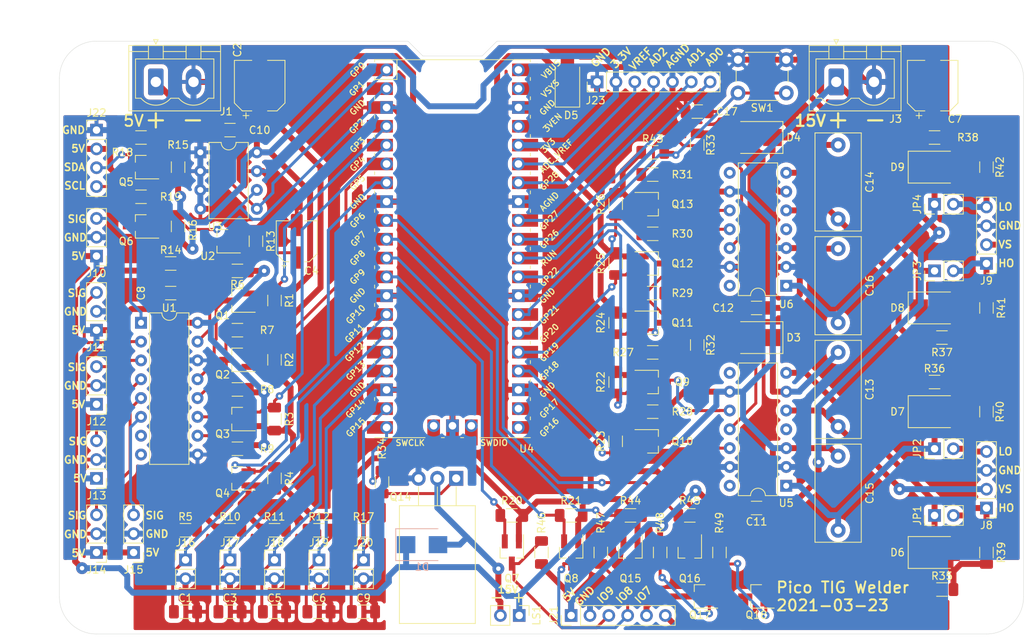
<source format=kicad_pcb>
(kicad_pcb (version 20171130) (host pcbnew 5.1.9-1.fc33)
  (title_block (title "Pico TIG Welder") (date 2021-03-23) (rev 1.1))
  (layers (0 F.Cu signal) (31 B.Cu signal) (34 B.Paste user) (35 F.Paste user) (36 B.SilkS user) (37 F.SilkS user) (38 B.Mask user) (39 F.Mask user) (44 Edge.Cuts user))
  (net 0 "")
  (net 1 GND)
  (net 2 /SW0)
  (net 3 +5V)
  (net 4 /SW1)
  (net 5 /SW2)
  (net 6 /SW3)
  (net 7 +15V)
  (net 8 /SW4)
  (net 9 +3V3)
  (net 10 "Net-(C13-Pad2)")
  (net 11 "Net-(C13-Pad1)")
  (net 12 "Net-(C14-Pad2)")
  (net 13 "Net-(C14-Pad1)")
  (net 14 "Net-(C15-Pad2)")
  (net 15 "Net-(C16-Pad2)")
  (net 16 /~RESET~)
  (net 17 "Net-(D3-Pad2)")
  (net 18 "Net-(D4-Pad2)")
  (net 19 "Net-(D5-Pad1)")
  (net 20 "Net-(D6-Pad2)")
  (net 21 "Net-(D6-Pad1)")
  (net 22 "Net-(D7-Pad2)")
  (net 23 "Net-(D8-Pad2)")
  (net 24 "Net-(D8-Pad1)")
  (net 25 "Net-(D9-Pad2)")
  (net 26 "Net-(J8-Pad4)")
  (net 27 "Net-(J8-Pad1)")
  (net 28 "Net-(J9-Pad1)")
  (net 29 "Net-(J10-Pad3)")
  (net 30 "Net-(J11-Pad3)")
  (net 31 "Net-(J12-Pad3)")
  (net 32 "Net-(J13-Pad3)")
  (net 33 "Net-(J14-Pad3)")
  (net 34 "Net-(J15-Pad3)")
  (net 35 /I2C_LCD_SCL)
  (net 36 /I2C_LCD_SDA)
  (net 37 "Net-(J9-Pad4)")
  (net 38 /HV_MCP_CLK)
  (net 39 /SPI_PICO_CLK)
  (net 40 /HV_MCP_Dout)
  (net 41 /SPI_PICO_RX)
  (net 42 /HV_MCP_Din)
  (net 43 /SPI_PICO_TX)
  (net 44 /HV_MCP_~CS~)
  (net 45 /SPI_PICO_~CS~)
  (net 46 /I2C_PICO_SDA)
  (net 47 /I2C_PICO_SCL)
  (net 48 "Net-(Q9-Pad3)")
  (net 49 /HALF_BRIDGE_0_HIN)
  (net 50 "Net-(Q10-Pad3)")
  (net 51 /HALF_BRIDGE_0_LIN)
  (net 52 "Net-(Q11-Pad3)")
  (net 53 /FULL_BRIDGE_SD)
  (net 54 "Net-(Q12-Pad3)")
  (net 55 /HALF_BRIDGE_1_HIN)
  (net 56 "Net-(Q13-Pad3)")
  (net 57 /HALF_BRIDGE_1_LIN)
  (net 58 "Net-(Q14-Pad1)")
  (net 59 /PWM_SPEAKER)
  (net 60 "Net-(U4-Pad43)")
  (net 61 "Net-(U4-Pad41)")
  (net 62 "Net-(U4-Pad37)")
  (net 63 "Net-(U4-Pad40)")
  (net 64 "Net-(J21-Pad6)")
  (net 65 "Net-(J21-Pad5)")
  (net 66 "Net-(J21-Pad4)")
  (net 67 "Net-(J21-Pad3)")
  (net 68 "Net-(J23-Pad7)")
  (net 69 "Net-(J23-Pad6)")
  (net 70 "Net-(J23-Pad4)")
  (net 71 "Net-(J23-Pad3)")
  (net 72 "Net-(C4-Pad1)")
  (net 73 /IO_5V_0)
  (net 74 /IO_5V_1)
  (net 75 /IO_5V_2)
  (net 76 /IO_5V_3)
  (net 77 "Net-(U4-Pad21)")
  (net 78 "Net-(U4-Pad22)")
  (net 79 "Net-(D1-Pad2)")
  (net 80 "Net-(Q15-Pad3)")
  (net 81 "Net-(Q16-Pad3)")
  (module Package_TO_SOT_SMD:SOT-23_Handsoldering (layer F.Cu) (at 168.98 119.93 180)
    (fp_text reference Q18 (at 0 -2.5) (layer F.SilkS))
    (fp_text value BC817)
    (pad 3 smd rect (at 1.5 0 180) (size 1.9 0.8) (layers F.Cu F.Paste F.Mask) (net 64 "Net-(J21-Pad6)"))
    (pad 2 smd rect (at -1.5 0.95 180) (size 1.9 0.8) (layers F.Cu F.Paste F.Mask) (net 1 GND))
    (pad 1 smd rect (at -1.5 -0.95 180) (size 1.9 0.8) (layers F.Cu F.Paste F.Mask) (net 81 "Net-(Q16-Pad3)"))
  )
  (module Package_TO_SOT_SMD:SOT-23_Handsoldering (layer F.Cu) (at 161.36 119.93 180)
    (fp_text reference Q17 (at 0 -2.5) (layer F.SilkS))
    (fp_text value BC817)
    (pad 3 smd rect (at 1.5 0 180) (size 1.9 0.8) (layers F.Cu F.Paste F.Mask) (net 65 "Net-(J21-Pad5)"))
    (pad 2 smd rect (at -1.5 0.95 180) (size 1.9 0.8) (layers F.Cu F.Paste F.Mask) (net 1 GND))
    (pad 1 smd rect (at -1.5 -0.95 180) (size 1.9 0.8) (layers F.Cu F.Paste F.Mask) (net 80 "Net-(Q15-Pad3)"))
  )
  (module Package_TO_SOT_SMD:SOT-23_Handsoldering (layer F.Cu) (at 99 80 180)
    (fp_text reference Q1 (at 2 -2) (layer F.SilkS))
    (fp_text value BSS138)
    (pad 3 smd rect (at 1.5 0 180) (size 1.9 0.8) (layers F.Cu F.Paste F.Mask) (net 38 /HV_MCP_CLK))
    (pad 2 smd rect (at -1.5 0.95 180) (size 1.9 0.8) (layers F.Cu F.Paste F.Mask) (net 39 /SPI_PICO_CLK))
    (pad 1 smd rect (at -1.5 -0.95 180) (size 1.9 0.8) (layers F.Cu F.Paste F.Mask) (net 9 +3V3))
  )
  (module Package_TO_SOT_SMD:SOT-23_Handsoldering (layer F.Cu) (at 99 88 180)
    (fp_text reference Q2 (at 2 -2) (layer F.SilkS))
    (fp_text value BSS138)
    (pad 3 smd rect (at 1.5 0 180) (size 1.9 0.8) (layers F.Cu F.Paste F.Mask) (net 40 /HV_MCP_Dout))
    (pad 2 smd rect (at -1.5 0.95 180) (size 1.9 0.8) (layers F.Cu F.Paste F.Mask) (net 41 /SPI_PICO_RX))
    (pad 1 smd rect (at -1.5 -0.95 180) (size 1.9 0.8) (layers F.Cu F.Paste F.Mask) (net 9 +3V3))
  )
  (module Package_TO_SOT_SMD:SOT-23_Handsoldering (layer F.Cu) (at 99 96 180)
    (fp_text reference Q3 (at 2 -2) (layer F.SilkS))
    (fp_text value BSS138)
    (pad 3 smd rect (at 1.5 0 180) (size 1.9 0.8) (layers F.Cu F.Paste F.Mask) (net 42 /HV_MCP_Din))
    (pad 2 smd rect (at -1.5 0.95 180) (size 1.9 0.8) (layers F.Cu F.Paste F.Mask) (net 43 /SPI_PICO_TX))
    (pad 1 smd rect (at -1.5 -0.95 180) (size 1.9 0.8) (layers F.Cu F.Paste F.Mask) (net 9 +3V3))
  )
  (module Package_TO_SOT_SMD:SOT-23_Handsoldering (layer F.Cu) (at 99 104 180)
    (fp_text reference Q4 (at 2 -2) (layer F.SilkS))
    (fp_text value BSS138)
    (pad 3 smd rect (at 1.5 0 180) (size 1.9 0.8) (layers F.Cu F.Paste F.Mask) (net 44 /HV_MCP_~CS~))
    (pad 2 smd rect (at -1.5 0.95 180) (size 1.9 0.8) (layers F.Cu F.Paste F.Mask) (net 45 /SPI_PICO_~CS~))
    (pad 1 smd rect (at -1.5 -0.95 180) (size 1.9 0.8) (layers F.Cu F.Paste F.Mask) (net 9 +3V3))
  )
  (module Package_TO_SOT_SMD:SOT-23_Handsoldering (layer F.Cu) (at 86 62 180)
    (fp_text reference Q5 (at 2 -2) (layer F.SilkS))
    (fp_text value BSS138)
    (pad 3 smd rect (at 1.5 0 180) (size 1.9 0.8) (layers F.Cu F.Paste F.Mask) (net 36 /I2C_LCD_SDA))
    (pad 2 smd rect (at -1.5 0.95 180) (size 1.9 0.8) (layers F.Cu F.Paste F.Mask) (net 46 /I2C_PICO_SDA))
    (pad 1 smd rect (at -1.5 -0.95 180) (size 1.9 0.8) (layers F.Cu F.Paste F.Mask) (net 9 +3V3))
  )
  (module Package_TO_SOT_SMD:SOT-23_Handsoldering (layer F.Cu) (at 86 70 180)
    (fp_text reference Q6 (at 2 -2) (layer F.SilkS))
    (fp_text value BSS138)
    (pad 3 smd rect (at 1.5 0 180) (size 1.9 0.8) (layers F.Cu F.Paste F.Mask) (net 35 /I2C_LCD_SCL))
    (pad 2 smd rect (at -1.5 0.95 180) (size 1.9 0.8) (layers F.Cu F.Paste F.Mask) (net 47 /I2C_PICO_SCL))
    (pad 1 smd rect (at -1.5 -0.95 180) (size 1.9 0.8) (layers F.Cu F.Paste F.Mask) (net 9 +3V3))
  )
  (module Package_TO_SOT_SMD:SOT-23_Handsoldering (layer F.Cu) (at 155 91)
    (fp_text reference Q9 (at 4 0) (layer F.SilkS))
    (fp_text value BSS138)
    (pad 3 smd rect (at 1.5 0) (size 1.9 0.8) (layers F.Cu F.Paste F.Mask) (net 48 "Net-(Q9-Pad3)"))
    (pad 2 smd rect (at -1.5 0.95) (size 1.9 0.8) (layers F.Cu F.Paste F.Mask) (net 49 /HALF_BRIDGE_0_HIN))
    (pad 1 smd rect (at -1.5 -0.95) (size 1.9 0.8) (layers F.Cu F.Paste F.Mask) (net 9 +3V3))
  )
  (module Package_TO_SOT_SMD:SOT-23_Handsoldering (layer F.Cu) (at 155 99)
    (fp_text reference Q10 (at 4 0) (layer F.SilkS))
    (fp_text value BSS138)
    (pad 3 smd rect (at 1.5 0) (size 1.9 0.8) (layers F.Cu F.Paste F.Mask) (net 50 "Net-(Q10-Pad3)"))
    (pad 2 smd rect (at -1.5 0.95) (size 1.9 0.8) (layers F.Cu F.Paste F.Mask) (net 51 /HALF_BRIDGE_0_LIN))
    (pad 1 smd rect (at -1.5 -0.95) (size 1.9 0.8) (layers F.Cu F.Paste F.Mask) (net 9 +3V3))
  )
  (module Package_TO_SOT_SMD:SOT-23_Handsoldering (layer F.Cu) (at 155 83)
    (fp_text reference Q11 (at 4 0) (layer F.SilkS))
    (fp_text value BSS138)
    (pad 3 smd rect (at 1.5 0) (size 1.9 0.8) (layers F.Cu F.Paste F.Mask) (net 52 "Net-(Q11-Pad3)"))
    (pad 2 smd rect (at -1.5 0.95) (size 1.9 0.8) (layers F.Cu F.Paste F.Mask) (net 53 /FULL_BRIDGE_SD))
    (pad 1 smd rect (at -1.5 -0.95) (size 1.9 0.8) (layers F.Cu F.Paste F.Mask) (net 9 +3V3))
  )
  (module Package_TO_SOT_SMD:SOT-23_Handsoldering (layer F.Cu) (at 155 75)
    (fp_text reference Q12 (at 4 0) (layer F.SilkS))
    (fp_text value BSS138)
    (pad 3 smd rect (at 1.5 0) (size 1.9 0.8) (layers F.Cu F.Paste F.Mask) (net 54 "Net-(Q12-Pad3)"))
    (pad 2 smd rect (at -1.5 0.95) (size 1.9 0.8) (layers F.Cu F.Paste F.Mask) (net 55 /HALF_BRIDGE_1_HIN))
    (pad 1 smd rect (at -1.5 -0.95) (size 1.9 0.8) (layers F.Cu F.Paste F.Mask) (net 9 +3V3))
  )
  (module Package_TO_SOT_SMD:SOT-23_Handsoldering (layer F.Cu) (at 155 67)
    (fp_text reference Q13 (at 4 0) (layer F.SilkS))
    (fp_text value BSS138)
    (pad 3 smd rect (at 1.5 0) (size 1.9 0.8) (layers F.Cu F.Paste F.Mask) (net 56 "Net-(Q13-Pad3)"))
    (pad 2 smd rect (at -1.5 0.95) (size 1.9 0.8) (layers F.Cu F.Paste F.Mask) (net 57 /HALF_BRIDGE_1_LIN))
    (pad 1 smd rect (at -1.5 -0.95) (size 1.9 0.8) (layers F.Cu F.Paste F.Mask) (net 9 +3V3))
  )
  (module Package_TO_SOT_SMD:SOT-23_Handsoldering (layer F.Cu) (at 97 72 180)
    (fp_text reference U2 (at 2 -2) (layer F.SilkS))
    (fp_text value LM4040DBZ-5.0)
    (pad 3 smd rect (at 1.5 0 180) (size 1.9 0.8) (layers F.Cu F.Paste F.Mask))
    (pad 2 smd rect (at -1.5 0.95 180) (size 1.9 0.8) (layers F.Cu F.Paste F.Mask) (net 1 GND))
    (pad 1 smd rect (at -1.5 -0.95 180) (size 1.9 0.8) (layers F.Cu F.Paste F.Mask) (net 72 "Net-(C4-Pad1)"))
  )
  (module Package_TO_SOT_SMD:SOT-23_Handsoldering (layer F.Cu) (at 144 114 270)
    (fp_text reference Q8 (at 3.5 0) (layer F.SilkS))
    (fp_text value BSS138)
    (pad 3 smd rect (at 1.5 0 270) (size 1.9 0.8) (layers F.Cu F.Paste F.Mask) (net 66 "Net-(J21-Pad4)"))
    (pad 2 smd rect (at -1.5 0.95 270) (size 1.9 0.8) (layers F.Cu F.Paste F.Mask) (net 74 /IO_5V_1))
    (pad 1 smd rect (at -1.5 -0.95 270) (size 1.9 0.8) (layers F.Cu F.Paste F.Mask) (net 9 +3V3))
  )
  (module Package_TO_SOT_SMD:SOT-23_Handsoldering (layer F.Cu) (at 152 114 270)
    (fp_text reference Q15 (at 3.5 0) (layer F.SilkS))
    (fp_text value BSS138)
    (pad 3 smd rect (at 1.5 0 270) (size 1.9 0.8) (layers F.Cu F.Paste F.Mask) (net 80 "Net-(Q15-Pad3)"))
    (pad 2 smd rect (at -1.5 0.95 270) (size 1.9 0.8) (layers F.Cu F.Paste F.Mask) (net 75 /IO_5V_2))
    (pad 1 smd rect (at -1.5 -0.95 270) (size 1.9 0.8) (layers F.Cu F.Paste F.Mask) (net 9 +3V3))
  )
  (module Package_TO_SOT_SMD:SOT-23_Handsoldering (layer F.Cu) (at 160 114 270)
    (fp_text reference Q16 (at 3.5 0 180) (layer F.SilkS))
    (fp_text value BSS138)
    (pad 3 smd rect (at 1.5 0 270) (size 1.9 0.8) (layers F.Cu F.Paste F.Mask) (net 81 "Net-(Q16-Pad3)"))
    (pad 2 smd rect (at -1.5 0.95 270) (size 1.9 0.8) (layers F.Cu F.Paste F.Mask) (net 76 /IO_5V_3))
    (pad 1 smd rect (at -1.5 -0.95 270) (size 1.9 0.8) (layers F.Cu F.Paste F.Mask) (net 9 +3V3))
  )
  (module Package_TO_SOT_SMD:SOT-23_Handsoldering (layer F.Cu) (at 136 114 270)
    (fp_text reference Q7 (at 3.5 0) (layer F.SilkS))
    (fp_text value BSS138)
    (pad 3 smd rect (at 1.5 0 270) (size 1.9 0.8) (layers F.Cu F.Paste F.Mask) (net 67 "Net-(J21-Pad3)"))
    (pad 2 smd rect (at -1.5 0.95 270) (size 1.9 0.8) (layers F.Cu F.Paste F.Mask) (net 73 /IO_5V_0))
    (pad 1 smd rect (at -1.5 -0.95 270) (size 1.9 0.8) (layers F.Cu F.Paste F.Mask) (net 9 +3V3))
  )
  (module Diode_SMD:D_SMB (layer B.Cu) (at 123.895 112.945)
    (fp_text reference D1 (at 0 3) (layer B.SilkS) (effects (justify mirror)))
    (fp_text value STTH212U)
    (pad 2 smd rect (at 2.15 0) (size 2.5 2.3) (layers B.Cu B.Paste B.Mask) (net 79 "Net-(D1-Pad2)"))
    (pad 1 smd rect (at -2.15 0) (size 2.5 2.3) (layers B.Cu B.Paste B.Mask) (net 7 +15V))
  )
  (module Package_TO_SOT_THT:TO-220-3_Horizontal_TabDown (layer F.Cu) (at 128.5 104 180)
    (fp_text reference Q14 (at 7.5 -2.5 180) (layer F.SilkS))
    (fp_text value TIP122)
    (pad 3 thru_hole oval (at 5.08 0 180) (size 1.905 2) (drill 1.1) (layers *.Cu *.Mask) (net 1 GND))
    (pad 2 thru_hole oval (at 2.54 0 180) (size 1.905 2) (drill 1.1) (layers *.Cu *.Mask) (net 79 "Net-(D1-Pad2)"))
    (pad 1 thru_hole rect (at 0 0 180) (size 1.905 2) (drill 1.1) (layers *.Cu *.Mask) (net 58 "Net-(Q14-Pad1)"))
    (pad "" np_thru_hole oval (at 2.54 -16.66 180) (size 3.5 3.5) (drill 3.5) (layers *.Cu *.Mask))
  )
  (module Diode_SMD:D_SMA (layer F.Cu) (at 143.5 50.5 90)
    (fp_text reference D5 (at -4.5 0.5 180) (layer F.SilkS))
    (fp_text value MBR1020VL)
    (pad 2 smd rect (at 2 0 90) (size 2.5 1.8) (layers F.Cu F.Paste F.Mask) (net 3 +5V))
    (pad 1 smd rect (at -2 0 90) (size 2.5 1.8) (layers F.Cu F.Paste F.Mask) (net 19 "Net-(D5-Pad1)"))
  )
  (module Diode_SMD:D_SMB (layer F.Cu) (at 193 62)
    (fp_text reference D9 (at -5 0) (layer F.SilkS))
    (fp_text value STTH212U)
    (pad 2 smd rect (at 2.15 0) (size 2.5 2.3) (layers F.Cu F.Paste F.Mask) (net 25 "Net-(D9-Pad2)"))
    (pad 1 smd rect (at -2.15 0) (size 2.5 2.3) (layers F.Cu F.Paste F.Mask) (net 15 "Net-(C16-Pad2)"))
  )
  (module Diode_SMD:D_SMB (layer F.Cu) (at 193 81)
    (fp_text reference D8 (at -5 0) (layer F.SilkS))
    (fp_text value STTH212U)
    (pad 2 smd rect (at 2.15 0) (size 2.5 2.3) (layers F.Cu F.Paste F.Mask) (net 23 "Net-(D8-Pad2)"))
    (pad 1 smd rect (at -2.15 0) (size 2.5 2.3) (layers F.Cu F.Paste F.Mask) (net 24 "Net-(D8-Pad1)"))
  )
  (module Diode_SMD:D_SMB (layer F.Cu) (at 193 95)
    (fp_text reference D7 (at -5 0) (layer F.SilkS))
    (fp_text value STTH212U)
    (pad 2 smd rect (at 2.15 0) (size 2.5 2.3) (layers F.Cu F.Paste F.Mask) (net 22 "Net-(D7-Pad2)"))
    (pad 1 smd rect (at -2.15 0) (size 2.5 2.3) (layers F.Cu F.Paste F.Mask) (net 14 "Net-(C15-Pad2)"))
  )
  (module Diode_SMD:D_SMB (layer F.Cu) (at 193 114)
    (fp_text reference D6 (at -5 0) (layer F.SilkS))
    (fp_text value STTH212U)
    (pad 2 smd rect (at 2.15 0) (size 2.5 2.3) (layers F.Cu F.Paste F.Mask) (net 20 "Net-(D6-Pad2)"))
    (pad 1 smd rect (at -2.15 0) (size 2.5 2.3) (layers F.Cu F.Paste F.Mask) (net 21 "Net-(D6-Pad1)"))
  )
  (module Diode_SMD:D_SMB (layer F.Cu) (at 169 58 180)
    (fp_text reference D4 (at -5 0) (layer F.SilkS))
    (fp_text value STTH212U)
    (pad 2 smd rect (at 2.15 0 180) (size 2.5 2.3) (layers F.Cu F.Paste F.Mask) (net 18 "Net-(D4-Pad2)"))
    (pad 1 smd rect (at -2.15 0 180) (size 2.5 2.3) (layers F.Cu F.Paste F.Mask) (net 13 "Net-(C14-Pad1)"))
  )
  (module Diode_SMD:D_SMB (layer F.Cu) (at 169 85 180)
    (fp_text reference D3 (at -5 0) (layer F.SilkS))
    (fp_text value STTH212U)
    (pad 2 smd rect (at 2.15 0 180) (size 2.5 2.3) (layers F.Cu F.Paste F.Mask) (net 17 "Net-(D3-Pad2)"))
    (pad 1 smd rect (at -2.15 0 180) (size 2.5 2.3) (layers F.Cu F.Paste F.Mask) (net 11 "Net-(C13-Pad1)"))
  )
  (module Resistor_SMD:R_1206_3216Metric_Pad1.30x1.75mm_HandSolder (layer F.Cu) (at 164 114 270)
    (fp_text reference R49 (at -4 0 90) (layer F.SilkS))
    (fp_text value 1k)
    (pad 2 smd roundrect (at 1.55 0 270) (size 1.3 1.75) (layers F.Cu F.Paste F.Mask) (roundrect_rratio 0.1923076923076923) (net 81 "Net-(Q16-Pad3)"))
    (pad 1 smd roundrect (at -1.55 0 270) (size 1.3 1.75) (layers F.Cu F.Paste F.Mask) (roundrect_rratio 0.1923076923076923) (net 3 +5V))
  )
  (module Resistor_SMD:R_1206_3216Metric_Pad1.30x1.75mm_HandSolder (layer F.Cu) (at 156 114 270)
    (fp_text reference R48 (at -4 0 90) (layer F.SilkS))
    (fp_text value 1k)
    (pad 2 smd roundrect (at 1.55 0 270) (size 1.3 1.75) (layers F.Cu F.Paste F.Mask) (roundrect_rratio 0.1923076923076923) (net 80 "Net-(Q15-Pad3)"))
    (pad 1 smd roundrect (at -1.55 0 270) (size 1.3 1.75) (layers F.Cu F.Paste F.Mask) (roundrect_rratio 0.1923076923076923) (net 3 +5V))
  )
  (module Resistor_SMD:R_1206_3216Metric_Pad1.30x1.75mm_HandSolder (layer F.Cu) (at 148 114 270)
    (fp_text reference R47 (at -4 0 90) (layer F.SilkS))
    (fp_text value 4.7k)
    (pad 2 smd roundrect (at 1.55 0 270) (size 1.3 1.75) (layers F.Cu F.Paste F.Mask) (roundrect_rratio 0.1923076923076923) (net 66 "Net-(J21-Pad4)"))
    (pad 1 smd roundrect (at -1.55 0 270) (size 1.3 1.75) (layers F.Cu F.Paste F.Mask) (roundrect_rratio 0.1923076923076923) (net 3 +5V))
  )
  (module Resistor_SMD:R_1206_3216Metric_Pad1.30x1.75mm_HandSolder (layer F.Cu) (at 140 114 90)
    (fp_text reference R46 (at 4 0 90) (layer F.SilkS))
    (fp_text value 4.7k)
    (pad 2 smd roundrect (at 1.55 0 90) (size 1.3 1.75) (layers F.Cu F.Paste F.Mask) (roundrect_rratio 0.1923076923076923) (net 67 "Net-(J21-Pad3)"))
    (pad 1 smd roundrect (at -1.55 0 90) (size 1.3 1.75) (layers F.Cu F.Paste F.Mask) (roundrect_rratio 0.1923076923076923) (net 3 +5V))
  )
  (module Resistor_SMD:R_1206_3216Metric_Pad1.30x1.75mm_HandSolder (layer F.Cu) (at 160 109 180)
    (fp_text reference R45 (at 0 2) (layer F.SilkS))
    (fp_text value 10k)
    (pad 2 smd roundrect (at 1.55 0 180) (size 1.3 1.75) (layers F.Cu F.Paste F.Mask) (roundrect_rratio 0.1923076923076923) (net 76 /IO_5V_3))
    (pad 1 smd roundrect (at -1.55 0 180) (size 1.3 1.75) (layers F.Cu F.Paste F.Mask) (roundrect_rratio 0.1923076923076923) (net 9 +3V3))
  )
  (module Resistor_SMD:R_1206_3216Metric_Pad1.30x1.75mm_HandSolder (layer F.Cu) (at 152 109 180)
    (fp_text reference R44 (at 0 2) (layer F.SilkS))
    (fp_text value 10k)
    (pad 2 smd roundrect (at 1.55 0 180) (size 1.3 1.75) (layers F.Cu F.Paste F.Mask) (roundrect_rratio 0.1923076923076923) (net 75 /IO_5V_2))
    (pad 1 smd roundrect (at -1.55 0 180) (size 1.3 1.75) (layers F.Cu F.Paste F.Mask) (roundrect_rratio 0.1923076923076923) (net 9 +3V3))
  )
  (module Resistor_SMD:R_1206_3216Metric_Pad1.30x1.75mm_HandSolder (layer F.Cu) (at 144 109 180)
    (fp_text reference R21 (at 0 2) (layer F.SilkS))
    (fp_text value 10k)
    (pad 2 smd roundrect (at 1.55 0 180) (size 1.3 1.75) (layers F.Cu F.Paste F.Mask) (roundrect_rratio 0.1923076923076923) (net 74 /IO_5V_1))
    (pad 1 smd roundrect (at -1.55 0 180) (size 1.3 1.75) (layers F.Cu F.Paste F.Mask) (roundrect_rratio 0.1923076923076923) (net 9 +3V3))
  )
  (module Resistor_SMD:R_1206_3216Metric_Pad1.30x1.75mm_HandSolder (layer F.Cu) (at 136 109 180)
    (fp_text reference R20 (at 0 2) (layer F.SilkS))
    (fp_text value 10k)
    (pad 2 smd roundrect (at 1.55 0 180) (size 1.3 1.75) (layers F.Cu F.Paste F.Mask) (roundrect_rratio 0.1923076923076923) (net 73 /IO_5V_0))
    (pad 1 smd roundrect (at -1.55 0 180) (size 1.3 1.75) (layers F.Cu F.Paste F.Mask) (roundrect_rratio 0.1923076923076923) (net 9 +3V3))
  )
  (module Capacitor_SMD:CP_Elec_5x5.3 (layer F.Cu) (at 107 72 90)
    (fp_text reference C4 (at -4 2) (layer F.SilkS))
    (fp_text value "10u 25V")
    (pad 2 smd roundrect (at 2.2 0 90) (size 3 1.6) (layers F.Cu F.Paste F.Mask) (roundrect_rratio 0.15625) (net 1 GND))
    (pad 1 smd roundrect (at -2.2 0 90) (size 3 1.6) (layers F.Cu F.Paste F.Mask) (roundrect_rratio 0.15625) (net 72 "Net-(C4-Pad1)"))
  )
  (module RPi_Pico:RPi_Pico_SMD_TH (layer F.Cu) (at 128 73)
    (fp_text reference U4 (at 10 27) (layer F.SilkS))
    (fp_text value Pico)
    (fp_text user SWDIO (at 5.6 26.2) (layer F.SilkS) (effects (font (size 0.8 0.8))))
    (fp_text user SWCLK (at -5.7 26.2) (layer F.SilkS) (effects (font (size 0.8 0.8))))
    (fp_text user AGND (at 13.054 -6.35 45) (layer F.SilkS) (effects (font (size 0.8 0.8))))
    (fp_text user GND (at 12.8 -19.05 45) (layer F.SilkS) (effects (font (size 0.8 0.8))))
    (fp_text user GND (at 12.8 6.35 45) (layer F.SilkS) (effects (font (size 0.8 0.8))))
    (fp_text user GND (at 12.8 19.05 45) (layer F.SilkS) (effects (font (size 0.8 0.8))))
    (fp_text user GND (at -12.8 19.05 45) (layer F.SilkS) (effects (font (size 0.8 0.8))))
    (fp_text user GND (at -12.8 6.35 45) (layer F.SilkS) (effects (font (size 0.8 0.8))))
    (fp_text user GND (at -12.8 -6.35 45) (layer F.SilkS) (effects (font (size 0.8 0.8))))
    (fp_text user GND (at -12.8 -19.05 45) (layer F.SilkS) (effects (font (size 0.8 0.8))))
    (fp_text user VBUS (at 13.3 -24.2 45) (layer F.SilkS) (effects (font (size 0.8 0.8))))
    (fp_text user VSYS (at 13.2 -21.59 45) (layer F.SilkS) (effects (font (size 0.8 0.8))))
    (fp_text user 3VEN (at 13.5 -17 -135) (layer F.SilkS) (effects (font (size 0.8 0.8))))
    (fp_text user 3V3 (at 12.9 -13.9 45) (layer F.SilkS) (effects (font (size 0.8 0.8))))
    (fp_text user ADC_VREF (at 14 -12.5 45) (layer F.SilkS) (effects (font (size 0.8 0.8))))
    (fp_text user GP28 (at 13.054 -9.144 45) (layer F.SilkS) (effects (font (size 0.8 0.8))))
    (fp_text user GP27 (at 13.054 -3.8 45) (layer F.SilkS) (effects (font (size 0.8 0.8))))
    (fp_text user GP26 (at 13.054 -1.27 45) (layer F.SilkS) (effects (font (size 0.8 0.8))))
    (fp_text user RUN (at 13 1.27 45) (layer F.SilkS) (effects (font (size 0.8 0.8))))
    (fp_text user GP22 (at 13.054 3.81 45) (layer F.SilkS) (effects (font (size 0.8 0.8))))
    (fp_text user GP21 (at 13.054 8.9 45) (layer F.SilkS) (effects (font (size 0.8 0.8))))
    (fp_text user GP20 (at 13.054 11.43 45) (layer F.SilkS) (effects (font (size 0.8 0.8))))
    (fp_text user GP19 (at 13.054 13.97 45) (layer F.SilkS) (effects (font (size 0.8 0.8))))
    (fp_text user GP18 (at 13.054 16.51 45) (layer F.SilkS) (effects (font (size 0.8 0.8))))
    (fp_text user GP17 (at 13.054 21.59 45) (layer F.SilkS) (effects (font (size 0.8 0.8))))
    (fp_text user GP16 (at 13.054 24.13 45) (layer F.SilkS) (effects (font (size 0.8 0.8))))
    (fp_text user GP15 (at -13.054 24.13 45) (layer F.SilkS) (effects (font (size 0.8 0.8))))
    (fp_text user GP14 (at -13.1 21.59 45) (layer F.SilkS) (effects (font (size 0.8 0.8))))
    (fp_text user GP13 (at -13.054 16.51 45) (layer F.SilkS) (effects (font (size 0.8 0.8))))
    (fp_text user GP12 (at -13.2 13.97 45) (layer F.SilkS) (effects (font (size 0.8 0.8))))
    (fp_text user GP11 (at -13.2 11.43 45) (layer F.SilkS) (effects (font (size 0.8 0.8))))
    (fp_text user GP10 (at -13.054 8.89 45) (layer F.SilkS) (effects (font (size 0.8 0.8))))
    (fp_text user GP9 (at -12.8 3.81 45) (layer F.SilkS) (effects (font (size 0.8 0.8))))
    (fp_text user GP8 (at -12.8 1.27 45) (layer F.SilkS) (effects (font (size 0.8 0.8))))
    (fp_text user GP7 (at -12.7 -1.3 45) (layer F.SilkS) (effects (font (size 0.8 0.8))))
    (fp_text user GP6 (at -12.8 -3.81 45) (layer F.SilkS) (effects (font (size 0.8 0.8))))
    (fp_text user GP5 (at -12.8 -8.89 45) (layer F.SilkS) (effects (font (size 0.8 0.8))))
    (fp_text user GP4 (at -12.8 -11.43 45) (layer F.SilkS) (effects (font (size 0.8 0.8))))
    (fp_text user GP3 (at -12.8 -13.97 45) (layer F.SilkS) (effects (font (size 0.8 0.8))))
    (fp_text user GP0 (at -12.8 -24.13 45) (layer F.SilkS) (effects (font (size 0.8 0.8))))
    (fp_text user GP2 (at -12.9 -16.51 45) (layer F.SilkS) (effects (font (size 0.8 0.8))))
    (fp_text user GP1 (at -12.9 -21.6 45) (layer F.SilkS) (effects (font (size 0.8 0.8))))
    (pad 43 thru_hole oval (at 2.54 23.9) (size 1.7 1.7) (drill 1.02) (layers *.Cu *.Mask) (net 60 "Net-(U4-Pad43)"))
    (pad 43 smd rect (at 2.54 23.9 90) (size 3.5 1.7) (drill (offset -0.9 0)) (layers F.Cu F.Mask) (net 60 "Net-(U4-Pad43)"))
    (pad 42 thru_hole rect (at 0 23.9) (size 1.7 1.7) (drill 1.02) (layers *.Cu *.Mask) (net 1 GND))
    (pad 42 smd rect (at 0 23.9 90) (size 3.5 1.7) (drill (offset -0.9 0)) (layers F.Cu F.Mask) (net 1 GND))
    (pad 41 thru_hole oval (at -2.54 23.9) (size 1.7 1.7) (drill 1.02) (layers *.Cu *.Mask) (net 61 "Net-(U4-Pad41)"))
    (pad 41 smd rect (at -2.54 23.9 90) (size 3.5 1.7) (drill (offset -0.9 0)) (layers F.Cu F.Mask) (net 61 "Net-(U4-Pad41)"))
    (pad "" np_thru_hole oval (at 2.425 -20.97) (size 1.5 1.5) (drill 1.5) (layers *.Cu *.Mask))
    (pad "" np_thru_hole oval (at -2.425 -20.97) (size 1.5 1.5) (drill 1.5) (layers *.Cu *.Mask))
    (pad "" np_thru_hole oval (at 2.725 -24) (size 1.8 1.8) (drill 1.8) (layers *.Cu *.Mask))
    (pad "" np_thru_hole oval (at -2.725 -24) (size 1.8 1.8) (drill 1.8) (layers *.Cu *.Mask))
    (pad 21 smd rect (at 8.89 24.13) (size 3.5 1.7) (drill (offset 0.9 0)) (layers F.Cu F.Mask) (net 77 "Net-(U4-Pad21)"))
    (pad 22 smd rect (at 8.89 21.59) (size 3.5 1.7) (drill (offset 0.9 0)) (layers F.Cu F.Mask) (net 78 "Net-(U4-Pad22)"))
    (pad 23 smd rect (at 8.89 19.05) (size 3.5 1.7) (drill (offset 0.9 0)) (layers F.Cu F.Mask) (net 1 GND))
    (pad 24 smd rect (at 8.89 16.51) (size 3.5 1.7) (drill (offset 0.9 0)) (layers F.Cu F.Mask) (net 51 /HALF_BRIDGE_0_LIN))
    (pad 25 smd rect (at 8.89 13.97) (size 3.5 1.7) (drill (offset 0.9 0)) (layers F.Cu F.Mask) (net 55 /HALF_BRIDGE_1_HIN))
    (pad 26 smd rect (at 8.89 11.43) (size 3.5 1.7) (drill (offset 0.9 0)) (layers F.Cu F.Mask) (net 57 /HALF_BRIDGE_1_LIN))
    (pad 27 smd rect (at 8.89 8.89) (size 3.5 1.7) (drill (offset 0.9 0)) (layers F.Cu F.Mask) (net 49 /HALF_BRIDGE_0_HIN))
    (pad 28 smd rect (at 8.89 6.35) (size 3.5 1.7) (drill (offset 0.9 0)) (layers F.Cu F.Mask) (net 1 GND))
    (pad 29 smd rect (at 8.89 3.81) (size 3.5 1.7) (drill (offset 0.9 0)) (layers F.Cu F.Mask) (net 53 /FULL_BRIDGE_SD))
    (pad 30 smd rect (at 8.89 1.27) (size 3.5 1.7) (drill (offset 0.9 0)) (layers F.Cu F.Mask) (net 16 /~RESET~))
    (pad 31 smd rect (at 8.89 -1.27) (size 3.5 1.7) (drill (offset 0.9 0)) (layers F.Cu F.Mask) (net 68 "Net-(J23-Pad7)"))
    (pad 32 smd rect (at 8.89 -3.81) (size 3.5 1.7) (drill (offset 0.9 0)) (layers F.Cu F.Mask) (net 69 "Net-(J23-Pad6)"))
    (pad 33 smd rect (at 8.89 -6.35) (size 3.5 1.7) (drill (offset 0.9 0)) (layers F.Cu F.Mask) (net 1 GND))
    (pad 34 smd rect (at 8.89 -8.89) (size 3.5 1.7) (drill (offset 0.9 0)) (layers F.Cu F.Mask) (net 70 "Net-(J23-Pad4)"))
    (pad 35 smd rect (at 8.89 -11.43) (size 3.5 1.7) (drill (offset 0.9 0)) (layers F.Cu F.Mask) (net 71 "Net-(J23-Pad3)"))
    (pad 36 smd rect (at 8.89 -13.97) (size 3.5 1.7) (drill (offset 0.9 0)) (layers F.Cu F.Mask) (net 9 +3V3))
    (pad 37 smd rect (at 8.89 -16.51) (size 3.5 1.7) (drill (offset 0.9 0)) (layers F.Cu F.Mask) (net 62 "Net-(U4-Pad37)"))
    (pad 38 smd rect (at 8.89 -19.05) (size 3.5 1.7) (drill (offset 0.9 0)) (layers F.Cu F.Mask) (net 1 GND))
    (pad 39 smd rect (at 8.89 -21.59) (size 3.5 1.7) (drill (offset 0.9 0)) (layers F.Cu F.Mask) (net 19 "Net-(D5-Pad1)"))
    (pad 40 smd rect (at 8.89 -24.13) (size 3.5 1.7) (drill (offset 0.9 0)) (layers F.Cu F.Mask) (net 63 "Net-(U4-Pad40)"))
    (pad 20 smd rect (at -8.89 24.13) (size 3.5 1.7) (drill (offset -0.9 0)) (layers F.Cu F.Mask) (net 59 /PWM_SPEAKER))
    (pad 19 smd rect (at -8.89 21.59) (size 3.5 1.7) (drill (offset -0.9 0)) (layers F.Cu F.Mask) (net 8 /SW4))
    (pad 18 smd rect (at -8.89 19.05) (size 3.5 1.7) (drill (offset -0.9 0)) (layers F.Cu F.Mask) (net 1 GND))
    (pad 17 smd rect (at -8.89 16.51) (size 3.5 1.7) (drill (offset -0.9 0)) (layers F.Cu F.Mask) (net 6 /SW3))
    (pad 16 smd rect (at -8.89 13.97) (size 3.5 1.7) (drill (offset -0.9 0)) (layers F.Cu F.Mask) (net 5 /SW2))
    (pad 15 smd rect (at -8.89 11.43) (size 3.5 1.7) (drill (offset -0.9 0)) (layers F.Cu F.Mask) (net 4 /SW1))
    (pad 14 smd rect (at -8.89 8.89) (size 3.5 1.7) (drill (offset -0.9 0)) (layers F.Cu F.Mask) (net 2 /SW0))
    (pad 13 smd rect (at -8.89 6.35) (size 3.5 1.7) (drill (offset -0.9 0)) (layers F.Cu F.Mask) (net 1 GND))
    (pad 12 smd rect (at -8.89 3.81) (size 3.5 1.7) (drill (offset -0.9 0)) (layers F.Cu F.Mask) (net 73 /IO_5V_0))
    (pad 11 smd rect (at -8.89 1.27) (size 3.5 1.7) (drill (offset -0.9 0)) (layers F.Cu F.Mask) (net 74 /IO_5V_1))
    (pad 10 smd rect (at -8.89 -1.27) (size 3.5 1.7) (drill (offset -0.9 0)) (layers F.Cu F.Mask) (net 75 /IO_5V_2))
    (pad 9 smd rect (at -8.89 -3.81) (size 3.5 1.7) (drill (offset -0.9 0)) (layers F.Cu F.Mask) (net 76 /IO_5V_3))
    (pad 8 smd rect (at -8.89 -6.35) (size 3.5 1.7) (drill (offset -0.9 0)) (layers F.Cu F.Mask) (net 1 GND))
    (pad 7 smd rect (at -8.89 -8.89) (size 3.5 1.7) (drill (offset -0.9 0)) (layers F.Cu F.Mask) (net 45 /SPI_PICO_~CS~))
    (pad 6 smd rect (at -8.89 -11.43) (size 3.5 1.7) (drill (offset -0.9 0)) (layers F.Cu F.Mask) (net 41 /SPI_PICO_RX))
    (pad 5 smd rect (at -8.89 -13.97) (size 3.5 1.7) (drill (offset -0.9 0)) (layers F.Cu F.Mask) (net 43 /SPI_PICO_TX))
    (pad 4 smd rect (at -8.89 -16.51) (size 3.5 1.7) (drill (offset -0.9 0)) (layers F.Cu F.Mask) (net 39 /SPI_PICO_CLK))
    (pad 3 smd rect (at -8.89 -19.05) (size 3.5 1.7) (drill (offset -0.9 0)) (layers F.Cu F.Mask) (net 1 GND))
    (pad 2 smd rect (at -8.89 -21.59) (size 3.5 1.7) (drill (offset -0.9 0)) (layers F.Cu F.Mask) (net 47 /I2C_PICO_SCL))
    (pad 1 smd rect (at -8.89 -24.13) (size 3.5 1.7) (drill (offset -0.9 0)) (layers F.Cu F.Mask) (net 46 /I2C_PICO_SDA))
    (pad 40 thru_hole oval (at 8.89 -24.13) (size 1.7 1.7) (drill 1.02) (layers *.Cu *.Mask) (net 63 "Net-(U4-Pad40)"))
    (pad 39 thru_hole oval (at 8.89 -21.59) (size 1.7 1.7) (drill 1.02) (layers *.Cu *.Mask) (net 19 "Net-(D5-Pad1)"))
    (pad 38 thru_hole rect (at 8.89 -19.05) (size 1.7 1.7) (drill 1.02) (layers *.Cu *.Mask) (net 1 GND))
    (pad 37 thru_hole oval (at 8.89 -16.51) (size 1.7 1.7) (drill 1.02) (layers *.Cu *.Mask) (net 62 "Net-(U4-Pad37)"))
    (pad 36 thru_hole oval (at 8.89 -13.97) (size 1.7 1.7) (drill 1.02) (layers *.Cu *.Mask) (net 9 +3V3))
    (pad 35 thru_hole oval (at 8.89 -11.43) (size 1.7 1.7) (drill 1.02) (layers *.Cu *.Mask) (net 71 "Net-(J23-Pad3)"))
    (pad 34 thru_hole oval (at 8.89 -8.89) (size 1.7 1.7) (drill 1.02) (layers *.Cu *.Mask) (net 70 "Net-(J23-Pad4)"))
    (pad 33 thru_hole rect (at 8.89 -6.35) (size 1.7 1.7) (drill 1.02) (layers *.Cu *.Mask) (net 1 GND))
    (pad 32 thru_hole oval (at 8.89 -3.81) (size 1.7 1.7) (drill 1.02) (layers *.Cu *.Mask) (net 69 "Net-(J23-Pad6)"))
    (pad 31 thru_hole oval (at 8.89 -1.27) (size 1.7 1.7) (drill 1.02) (layers *.Cu *.Mask) (net 68 "Net-(J23-Pad7)"))
    (pad 30 thru_hole oval (at 8.89 1.27) (size 1.7 1.7) (drill 1.02) (layers *.Cu *.Mask) (net 16 /~RESET~))
    (pad 29 thru_hole oval (at 8.89 3.81) (size 1.7 1.7) (drill 1.02) (layers *.Cu *.Mask) (net 53 /FULL_BRIDGE_SD))
    (pad 28 thru_hole rect (at 8.89 6.35) (size 1.7 1.7) (drill 1.02) (layers *.Cu *.Mask) (net 1 GND))
    (pad 27 thru_hole oval (at 8.89 8.89) (size 1.7 1.7) (drill 1.02) (layers *.Cu *.Mask) (net 49 /HALF_BRIDGE_0_HIN))
    (pad 26 thru_hole oval (at 8.89 11.43) (size 1.7 1.7) (drill 1.02) (layers *.Cu *.Mask) (net 57 /HALF_BRIDGE_1_LIN))
    (pad 25 thru_hole oval (at 8.89 13.97) (size 1.7 1.7) (drill 1.02) (layers *.Cu *.Mask) (net 55 /HALF_BRIDGE_1_HIN))
    (pad 24 thru_hole oval (at 8.89 16.51) (size 1.7 1.7) (drill 1.02) (layers *.Cu *.Mask) (net 51 /HALF_BRIDGE_0_LIN))
    (pad 23 thru_hole rect (at 8.89 19.05) (size 1.7 1.7) (drill 1.02) (layers *.Cu *.Mask) (net 1 GND))
    (pad 22 thru_hole oval (at 8.89 21.59) (size 1.7 1.7) (drill 1.02) (layers *.Cu *.Mask) (net 78 "Net-(U4-Pad22)"))
    (pad 21 thru_hole oval (at 8.89 24.13) (size 1.7 1.7) (drill 1.02) (layers *.Cu *.Mask) (net 77 "Net-(U4-Pad21)"))
    (pad 20 thru_hole oval (at -8.89 24.13) (size 1.7 1.7) (drill 1.02) (layers *.Cu *.Mask) (net 59 /PWM_SPEAKER))
    (pad 19 thru_hole oval (at -8.89 21.59) (size 1.7 1.7) (drill 1.02) (layers *.Cu *.Mask) (net 8 /SW4))
    (pad 18 thru_hole rect (at -8.89 19.05) (size 1.7 1.7) (drill 1.02) (layers *.Cu *.Mask) (net 1 GND))
    (pad 17 thru_hole oval (at -8.89 16.51) (size 1.7 1.7) (drill 1.02) (layers *.Cu *.Mask) (net 6 /SW3))
    (pad 16 thru_hole oval (at -8.89 13.97) (size 1.7 1.7) (drill 1.02) (layers *.Cu *.Mask) (net 5 /SW2))
    (pad 15 thru_hole oval (at -8.89 11.43) (size 1.7 1.7) (drill 1.02) (layers *.Cu *.Mask) (net 4 /SW1))
    (pad 14 thru_hole oval (at -8.89 8.89) (size 1.7 1.7) (drill 1.02) (layers *.Cu *.Mask) (net 2 /SW0))
    (pad 13 thru_hole rect (at -8.89 6.35) (size 1.7 1.7) (drill 1.02) (layers *.Cu *.Mask) (net 1 GND))
    (pad 12 thru_hole oval (at -8.89 3.81) (size 1.7 1.7) (drill 1.02) (layers *.Cu *.Mask) (net 73 /IO_5V_0))
    (pad 11 thru_hole oval (at -8.89 1.27) (size 1.7 1.7) (drill 1.02) (layers *.Cu *.Mask) (net 74 /IO_5V_1))
    (pad 10 thru_hole oval (at -8.89 -1.27) (size 1.7 1.7) (drill 1.02) (layers *.Cu *.Mask) (net 75 /IO_5V_2))
    (pad 9 thru_hole oval (at -8.89 -3.81) (size 1.7 1.7) (drill 1.02) (layers *.Cu *.Mask) (net 76 /IO_5V_3))
    (pad 8 thru_hole rect (at -8.89 -6.35) (size 1.7 1.7) (drill 1.02) (layers *.Cu *.Mask) (net 1 GND))
    (pad 7 thru_hole oval (at -8.89 -8.89) (size 1.7 1.7) (drill 1.02) (layers *.Cu *.Mask) (net 45 /SPI_PICO_~CS~))
    (pad 6 thru_hole oval (at -8.89 -11.43) (size 1.7 1.7) (drill 1.02) (layers *.Cu *.Mask) (net 41 /SPI_PICO_RX))
    (pad 5 thru_hole oval (at -8.89 -13.97) (size 1.7 1.7) (drill 1.02) (layers *.Cu *.Mask) (net 43 /SPI_PICO_TX))
    (pad 4 thru_hole oval (at -8.89 -16.51) (size 1.7 1.7) (drill 1.02) (layers *.Cu *.Mask) (net 39 /SPI_PICO_CLK))
    (pad 3 thru_hole rect (at -8.89 -19.05) (size 1.7 1.7) (drill 1.02) (layers *.Cu *.Mask) (net 1 GND))
    (pad 2 thru_hole oval (at -8.89 -21.59) (size 1.7 1.7) (drill 1.02) (layers *.Cu *.Mask) (net 47 /I2C_PICO_SCL))
    (pad 1 thru_hole oval (at -8.89 -24.13) (size 1.7 1.7) (drill 1.02) (layers *.Cu *.Mask) (net 46 /I2C_PICO_SDA))
  )
  (module Connector_PinHeader_2.54mm:PinHeader_1x07_P2.54mm_Vertical (layer F.Cu) (at 147.5 50.5 90)
    (fp_text reference J23 (at -2.5 -0.21 180) (layer F.SilkS))
    (fp_text value Conn_01x07_Male)
    (pad 7 thru_hole oval (at 0 15.24 90) (size 1.7 1.7) (drill 1) (layers *.Cu *.Mask) (net 68 "Net-(J23-Pad7)"))
    (pad 6 thru_hole oval (at 0 12.7 90) (size 1.7 1.7) (drill 1) (layers *.Cu *.Mask) (net 69 "Net-(J23-Pad6)"))
    (pad 5 thru_hole oval (at 0 10.16 90) (size 1.7 1.7) (drill 1) (layers *.Cu *.Mask) (net 1 GND))
    (pad 4 thru_hole oval (at 0 7.62 90) (size 1.7 1.7) (drill 1) (layers *.Cu *.Mask) (net 70 "Net-(J23-Pad4)"))
    (pad 3 thru_hole oval (at 0 5.08 90) (size 1.7 1.7) (drill 1) (layers *.Cu *.Mask) (net 71 "Net-(J23-Pad3)"))
    (pad 2 thru_hole oval (at 0 2.54 90) (size 1.7 1.7) (drill 1) (layers *.Cu *.Mask) (net 9 +3V3))
    (pad 1 thru_hole rect (at 0 0 90) (size 1.7 1.7) (drill 1) (layers *.Cu *.Mask) (net 1 GND))
  )
  (module Connector_PinHeader_2.54mm:PinHeader_1x06_P2.54mm_Vertical (layer F.Cu) (at 144 122.5 90)
    (fp_text reference J21 (at 0 -2.33 90) (layer F.SilkS))
    (fp_text value Conn_01x06_Male)
    (pad 6 thru_hole oval (at 0 12.7 90) (size 1.7 1.7) (drill 1) (layers *.Cu *.Mask) (net 64 "Net-(J21-Pad6)"))
    (pad 5 thru_hole oval (at 0 10.16 90) (size 1.7 1.7) (drill 1) (layers *.Cu *.Mask) (net 65 "Net-(J21-Pad5)"))
    (pad 4 thru_hole oval (at 0 7.62 90) (size 1.7 1.7) (drill 1) (layers *.Cu *.Mask) (net 66 "Net-(J21-Pad4)"))
    (pad 3 thru_hole oval (at 0 5.08 90) (size 1.7 1.7) (drill 1) (layers *.Cu *.Mask) (net 67 "Net-(J21-Pad3)"))
    (pad 2 thru_hole oval (at 0 2.54 90) (size 1.7 1.7) (drill 1) (layers *.Cu *.Mask) (net 1 GND))
    (pad 1 thru_hole rect (at 0 0 90) (size 1.7 1.7) (drill 1) (layers *.Cu *.Mask) (net 3 +5V))
  )
  (module Connector_PinHeader_2.54mm:PinHeader_1x04_P2.54mm_Vertical (layer F.Cu) (at 200 75 180)
    (fp_text reference J9 (at 0 -2.33) (layer F.SilkS))
    (fp_text value Conn_01x04_Male)
    (pad 4 thru_hole oval (at 0 7.62 180) (size 1.7 1.7) (drill 1) (layers *.Cu *.Mask) (net 37 "Net-(J9-Pad4)"))
    (pad 3 thru_hole oval (at 0 5.08 180) (size 1.7 1.7) (drill 1) (layers *.Cu *.Mask) (net 1 GND))
    (pad 2 thru_hole oval (at 0 2.54 180) (size 1.7 1.7) (drill 1) (layers *.Cu *.Mask) (net 12 "Net-(C14-Pad2)"))
    (pad 1 thru_hole rect (at 0 0 180) (size 1.7 1.7) (drill 1) (layers *.Cu *.Mask) (net 28 "Net-(J9-Pad1)"))
  )
  (module Button_Switch_THT:SW_PUSH_6mm_H5mm (layer F.Cu) (at 173 52 180)
    (fp_text reference SW1 (at 3.25 -2) (layer F.SilkS))
    (fp_text value SW_Push)
    (pad 1 thru_hole circle (at 6.5 0 270) (size 2 2) (drill 1.1) (layers *.Cu *.Mask) (net 16 /~RESET~))
    (pad 2 thru_hole circle (at 6.5 4.5 270) (size 2 2) (drill 1.1) (layers *.Cu *.Mask) (net 1 GND))
    (pad 1 thru_hole circle (at 0 0 270) (size 2 2) (drill 1.1) (layers *.Cu *.Mask) (net 16 /~RESET~))
    (pad 2 thru_hole circle (at 0 4.5 270) (size 2 2) (drill 1.1) (layers *.Cu *.Mask) (net 1 GND))
  )
  (module Package_DIP:DIP-14_W7.62mm (layer F.Cu) (at 173 78 180)
    (fp_text reference U6 (at 0 -2.5) (layer F.SilkS))
    (fp_text value IR2110)
    (pad 14 thru_hole oval (at 7.62 0 180) (size 1.6 1.6) (drill 0.8) (layers *.Cu *.Mask))
    (pad 7 thru_hole oval (at 0 15.24 180) (size 1.6 1.6) (drill 0.8) (layers *.Cu *.Mask) (net 24 "Net-(D8-Pad1)"))
    (pad 13 thru_hole oval (at 7.62 2.54 180) (size 1.6 1.6) (drill 0.8) (layers *.Cu *.Mask) (net 1 GND))
    (pad 6 thru_hole oval (at 0 12.7 180) (size 1.6 1.6) (drill 0.8) (layers *.Cu *.Mask) (net 13 "Net-(C14-Pad1)"))
    (pad 12 thru_hole oval (at 7.62 5.08 180) (size 1.6 1.6) (drill 0.8) (layers *.Cu *.Mask) (net 56 "Net-(Q13-Pad3)"))
    (pad 5 thru_hole oval (at 0 10.16 180) (size 1.6 1.6) (drill 0.8) (layers *.Cu *.Mask) (net 12 "Net-(C14-Pad2)"))
    (pad 11 thru_hole oval (at 7.62 7.62 180) (size 1.6 1.6) (drill 0.8) (layers *.Cu *.Mask) (net 52 "Net-(Q11-Pad3)"))
    (pad 4 thru_hole oval (at 0 7.62 180) (size 1.6 1.6) (drill 0.8) (layers *.Cu *.Mask))
    (pad 10 thru_hole oval (at 7.62 10.16 180) (size 1.6 1.6) (drill 0.8) (layers *.Cu *.Mask) (net 54 "Net-(Q12-Pad3)"))
    (pad 3 thru_hole oval (at 0 5.08 180) (size 1.6 1.6) (drill 0.8) (layers *.Cu *.Mask) (net 7 +15V))
    (pad 9 thru_hole oval (at 7.62 12.7 180) (size 1.6 1.6) (drill 0.8) (layers *.Cu *.Mask) (net 7 +15V))
    (pad 2 thru_hole oval (at 0 2.54 180) (size 1.6 1.6) (drill 0.8) (layers *.Cu *.Mask) (net 1 GND))
    (pad 8 thru_hole oval (at 7.62 15.24 180) (size 1.6 1.6) (drill 0.8) (layers *.Cu *.Mask))
    (pad 1 thru_hole rect (at 0 0 180) (size 1.6 1.6) (drill 0.8) (layers *.Cu *.Mask) (net 15 "Net-(C16-Pad2)"))
  )
  (module Package_DIP:DIP-14_W7.62mm (layer F.Cu) (at 173 105 180)
    (fp_text reference U5 (at 0 -2.33) (layer F.SilkS))
    (fp_text value IR2110)
    (pad 14 thru_hole oval (at 7.62 0 180) (size 1.6 1.6) (drill 0.8) (layers *.Cu *.Mask))
    (pad 7 thru_hole oval (at 0 15.24 180) (size 1.6 1.6) (drill 0.8) (layers *.Cu *.Mask) (net 21 "Net-(D6-Pad1)"))
    (pad 13 thru_hole oval (at 7.62 2.54 180) (size 1.6 1.6) (drill 0.8) (layers *.Cu *.Mask) (net 1 GND))
    (pad 6 thru_hole oval (at 0 12.7 180) (size 1.6 1.6) (drill 0.8) (layers *.Cu *.Mask) (net 11 "Net-(C13-Pad1)"))
    (pad 12 thru_hole oval (at 7.62 5.08 180) (size 1.6 1.6) (drill 0.8) (layers *.Cu *.Mask) (net 50 "Net-(Q10-Pad3)"))
    (pad 5 thru_hole oval (at 0 10.16 180) (size 1.6 1.6) (drill 0.8) (layers *.Cu *.Mask) (net 10 "Net-(C13-Pad2)"))
    (pad 11 thru_hole oval (at 7.62 7.62 180) (size 1.6 1.6) (drill 0.8) (layers *.Cu *.Mask) (net 52 "Net-(Q11-Pad3)"))
    (pad 4 thru_hole oval (at 0 7.62 180) (size 1.6 1.6) (drill 0.8) (layers *.Cu *.Mask))
    (pad 10 thru_hole oval (at 7.62 10.16 180) (size 1.6 1.6) (drill 0.8) (layers *.Cu *.Mask) (net 48 "Net-(Q9-Pad3)"))
    (pad 3 thru_hole oval (at 0 5.08 180) (size 1.6 1.6) (drill 0.8) (layers *.Cu *.Mask) (net 7 +15V))
    (pad 9 thru_hole oval (at 7.62 12.7 180) (size 1.6 1.6) (drill 0.8) (layers *.Cu *.Mask) (net 7 +15V))
    (pad 2 thru_hole oval (at 0 2.54 180) (size 1.6 1.6) (drill 0.8) (layers *.Cu *.Mask) (net 1 GND))
    (pad 8 thru_hole oval (at 7.62 15.24 180) (size 1.6 1.6) (drill 0.8) (layers *.Cu *.Mask))
    (pad 1 thru_hole rect (at 0 0 180) (size 1.6 1.6) (drill 0.8) (layers *.Cu *.Mask) (net 14 "Net-(C15-Pad2)"))
  )
  (module Package_DIP:DIP-8_W7.62mm (layer F.Cu) (at 94 60)
    (fp_text reference U3 (at 2 10) (layer F.SilkS))
    (fp_text value 24LC1025)
    (pad 8 thru_hole oval (at 7.62 0) (size 1.6 1.6) (drill 0.8) (layers *.Cu *.Mask) (net 9 +3V3))
    (pad 4 thru_hole oval (at 0 7.62) (size 1.6 1.6) (drill 0.8) (layers *.Cu *.Mask) (net 1 GND))
    (pad 7 thru_hole oval (at 7.62 2.54) (size 1.6 1.6) (drill 0.8) (layers *.Cu *.Mask) (net 1 GND))
    (pad 3 thru_hole oval (at 0 5.08) (size 1.6 1.6) (drill 0.8) (layers *.Cu *.Mask) (net 1 GND))
    (pad 6 thru_hole oval (at 7.62 5.08) (size 1.6 1.6) (drill 0.8) (layers *.Cu *.Mask) (net 47 /I2C_PICO_SCL))
    (pad 2 thru_hole oval (at 0 2.54) (size 1.6 1.6) (drill 0.8) (layers *.Cu *.Mask) (net 1 GND))
    (pad 5 thru_hole oval (at 7.62 7.62) (size 1.6 1.6) (drill 0.8) (layers *.Cu *.Mask) (net 46 /I2C_PICO_SDA))
    (pad 1 thru_hole rect (at 0 0) (size 1.6 1.6) (drill 0.8) (layers *.Cu *.Mask) (net 1 GND))
  )
  (module Package_DIP:DIP-16_W7.62mm (layer F.Cu) (at 86 83)
    (fp_text reference U1 (at 3.81 -2) (layer F.SilkS))
    (fp_text value MCP3208)
    (pad 16 thru_hole oval (at 7.62 0) (size 1.6 1.6) (drill 0.8) (layers *.Cu *.Mask) (net 3 +5V))
    (pad 8 thru_hole oval (at 0 17.78) (size 1.6 1.6) (drill 0.8) (layers *.Cu *.Mask))
    (pad 15 thru_hole oval (at 7.62 2.54) (size 1.6 1.6) (drill 0.8) (layers *.Cu *.Mask) (net 72 "Net-(C4-Pad1)"))
    (pad 7 thru_hole oval (at 0 15.24) (size 1.6 1.6) (drill 0.8) (layers *.Cu *.Mask))
    (pad 14 thru_hole oval (at 7.62 5.08) (size 1.6 1.6) (drill 0.8) (layers *.Cu *.Mask) (net 1 GND))
    (pad 6 thru_hole oval (at 0 12.7) (size 1.6 1.6) (drill 0.8) (layers *.Cu *.Mask) (net 34 "Net-(J15-Pad3)"))
    (pad 13 thru_hole oval (at 7.62 7.62) (size 1.6 1.6) (drill 0.8) (layers *.Cu *.Mask) (net 38 /HV_MCP_CLK))
    (pad 5 thru_hole oval (at 0 10.16) (size 1.6 1.6) (drill 0.8) (layers *.Cu *.Mask) (net 33 "Net-(J14-Pad3)"))
    (pad 12 thru_hole oval (at 7.62 10.16) (size 1.6 1.6) (drill 0.8) (layers *.Cu *.Mask) (net 40 /HV_MCP_Dout))
    (pad 4 thru_hole oval (at 0 7.62) (size 1.6 1.6) (drill 0.8) (layers *.Cu *.Mask) (net 32 "Net-(J13-Pad3)"))
    (pad 11 thru_hole oval (at 7.62 12.7) (size 1.6 1.6) (drill 0.8) (layers *.Cu *.Mask) (net 42 /HV_MCP_Din))
    (pad 3 thru_hole oval (at 0 5.08) (size 1.6 1.6) (drill 0.8) (layers *.Cu *.Mask) (net 31 "Net-(J12-Pad3)"))
    (pad 10 thru_hole oval (at 7.62 15.24) (size 1.6 1.6) (drill 0.8) (layers *.Cu *.Mask) (net 44 /HV_MCP_~CS~))
    (pad 2 thru_hole oval (at 0 2.54) (size 1.6 1.6) (drill 0.8) (layers *.Cu *.Mask) (net 30 "Net-(J11-Pad3)"))
    (pad 9 thru_hole oval (at 7.62 17.78) (size 1.6 1.6) (drill 0.8) (layers *.Cu *.Mask) (net 1 GND))
    (pad 1 thru_hole rect (at 0 0) (size 1.6 1.6) (drill 0.8) (layers *.Cu *.Mask) (net 29 "Net-(J10-Pad3)"))
  )
  (module Resistor_SMD:R_1206_3216Metric_Pad1.30x1.75mm_HandSolder (layer F.Cu) (at 155 60)
    (fp_text reference R43 (at 0 -1.82) (layer F.SilkS))
    (fp_text value 10k)
    (pad 2 smd roundrect (at 1.55 0) (size 1.3 1.75) (layers F.Cu F.Paste F.Mask) (roundrect_rratio 0.1923076923076923) (net 16 /~RESET~))
    (pad 1 smd roundrect (at -1.55 0) (size 1.3 1.75) (layers F.Cu F.Paste F.Mask) (roundrect_rratio 0.1923076923076923) (net 9 +3V3))
  )
  (module Resistor_SMD:R_1206_3216Metric_Pad1.30x1.75mm_HandSolder (layer F.Cu) (at 200 62 270)
    (fp_text reference R42 (at 0 -1.82 90) (layer F.SilkS))
    (fp_text value 10)
    (pad 2 smd roundrect (at 1.55 0 270) (size 1.3 1.75) (layers F.Cu F.Paste F.Mask) (roundrect_rratio 0.1923076923076923) (net 37 "Net-(J9-Pad4)"))
    (pad 1 smd roundrect (at -1.55 0 270) (size 1.3 1.75) (layers F.Cu F.Paste F.Mask) (roundrect_rratio 0.1923076923076923) (net 25 "Net-(D9-Pad2)"))
  )
  (module Resistor_SMD:R_1206_3216Metric_Pad1.30x1.75mm_HandSolder (layer F.Cu) (at 200 81 90)
    (fp_text reference R41 (at 0 2 90) (layer F.SilkS))
    (fp_text value 10)
    (pad 2 smd roundrect (at 1.55 0 90) (size 1.3 1.75) (layers F.Cu F.Paste F.Mask) (roundrect_rratio 0.1923076923076923) (net 28 "Net-(J9-Pad1)"))
    (pad 1 smd roundrect (at -1.55 0 90) (size 1.3 1.75) (layers F.Cu F.Paste F.Mask) (roundrect_rratio 0.1923076923076923) (net 23 "Net-(D8-Pad2)"))
  )
  (module Resistor_SMD:R_1206_3216Metric_Pad1.30x1.75mm_HandSolder (layer F.Cu) (at 200 95 270)
    (fp_text reference R40 (at 0 -1.82 90) (layer F.SilkS))
    (fp_text value 10)
    (pad 2 smd roundrect (at 1.55 0 270) (size 1.3 1.75) (layers F.Cu F.Paste F.Mask) (roundrect_rratio 0.1923076923076923) (net 26 "Net-(J8-Pad4)"))
    (pad 1 smd roundrect (at -1.55 0 270) (size 1.3 1.75) (layers F.Cu F.Paste F.Mask) (roundrect_rratio 0.1923076923076923) (net 22 "Net-(D7-Pad2)"))
  )
  (module Resistor_SMD:R_1206_3216Metric_Pad1.30x1.75mm_HandSolder (layer F.Cu) (at 200 114 90)
    (fp_text reference R39 (at 0 2 90) (layer F.SilkS))
    (fp_text value 10)
    (pad 2 smd roundrect (at 1.55 0 90) (size 1.3 1.75) (layers F.Cu F.Paste F.Mask) (roundrect_rratio 0.1923076923076923) (net 27 "Net-(J8-Pad1)"))
    (pad 1 smd roundrect (at -1.55 0 90) (size 1.3 1.75) (layers F.Cu F.Paste F.Mask) (roundrect_rratio 0.1923076923076923) (net 20 "Net-(D6-Pad2)"))
  )
  (module Resistor_SMD:R_1206_3216Metric_Pad1.30x1.75mm_HandSolder (layer F.Cu) (at 193 58)
    (fp_text reference R38 (at 4.5 0) (layer F.SilkS))
    (fp_text value 22)
    (pad 2 smd roundrect (at 1.55 0) (size 1.3 1.75) (layers F.Cu F.Paste F.Mask) (roundrect_rratio 0.1923076923076923) (net 25 "Net-(D9-Pad2)"))
    (pad 1 smd roundrect (at -1.55 0) (size 1.3 1.75) (layers F.Cu F.Paste F.Mask) (roundrect_rratio 0.1923076923076923) (net 15 "Net-(C16-Pad2)"))
  )
  (module Resistor_SMD:R_1206_3216Metric_Pad1.30x1.75mm_HandSolder (layer F.Cu) (at 194 85)
    (fp_text reference R37 (at 0 2) (layer F.SilkS))
    (fp_text value 22)
    (pad 2 smd roundrect (at 1.55 0) (size 1.3 1.75) (layers F.Cu F.Paste F.Mask) (roundrect_rratio 0.1923076923076923) (net 23 "Net-(D8-Pad2)"))
    (pad 1 smd roundrect (at -1.55 0) (size 1.3 1.75) (layers F.Cu F.Paste F.Mask) (roundrect_rratio 0.1923076923076923) (net 24 "Net-(D8-Pad1)"))
  )
  (module Resistor_SMD:R_1206_3216Metric_Pad1.30x1.75mm_HandSolder (layer F.Cu) (at 193 91)
    (fp_text reference R36 (at 0 -1.82) (layer F.SilkS))
    (fp_text value 22)
    (pad 2 smd roundrect (at 1.55 0) (size 1.3 1.75) (layers F.Cu F.Paste F.Mask) (roundrect_rratio 0.1923076923076923) (net 22 "Net-(D7-Pad2)"))
    (pad 1 smd roundrect (at -1.55 0) (size 1.3 1.75) (layers F.Cu F.Paste F.Mask) (roundrect_rratio 0.1923076923076923) (net 14 "Net-(C15-Pad2)"))
  )
  (module Resistor_SMD:R_1206_3216Metric_Pad1.30x1.75mm_HandSolder (layer F.Cu) (at 194 119)
    (fp_text reference R35 (at 0 -1.82) (layer F.SilkS))
    (fp_text value 22)
    (pad 2 smd roundrect (at 1.55 0) (size 1.3 1.75) (layers F.Cu F.Paste F.Mask) (roundrect_rratio 0.1923076923076923) (net 20 "Net-(D6-Pad2)"))
    (pad 1 smd roundrect (at -1.55 0) (size 1.3 1.75) (layers F.Cu F.Paste F.Mask) (roundrect_rratio 0.1923076923076923) (net 21 "Net-(D6-Pad1)"))
  )
  (module Resistor_SMD:R_1206_3216Metric_Pad1.30x1.75mm_HandSolder (layer F.Cu) (at 118.5 104.5 90)
    (fp_text reference R34 (at 4.5 0 90) (layer F.SilkS))
    (fp_text value 3.3k)
    (pad 2 smd roundrect (at 1.55 0 90) (size 1.3 1.75) (layers F.Cu F.Paste F.Mask) (roundrect_rratio 0.1923076923076923) (net 59 /PWM_SPEAKER))
    (pad 1 smd roundrect (at -1.55 0 90) (size 1.3 1.75) (layers F.Cu F.Paste F.Mask) (roundrect_rratio 0.1923076923076923) (net 58 "Net-(Q14-Pad1)"))
  )
  (module Resistor_SMD:R_1206_3216Metric_Pad1.30x1.75mm_HandSolder (layer F.Cu) (at 161 59 270)
    (fp_text reference R33 (at 0 -1.82 90) (layer F.SilkS))
    (fp_text value 10)
    (pad 2 smd roundrect (at 1.55 0 270) (size 1.3 1.75) (layers F.Cu F.Paste F.Mask) (roundrect_rratio 0.1923076923076923) (net 7 +15V))
    (pad 1 smd roundrect (at -1.55 0 270) (size 1.3 1.75) (layers F.Cu F.Paste F.Mask) (roundrect_rratio 0.1923076923076923) (net 18 "Net-(D4-Pad2)"))
  )
  (module Resistor_SMD:R_1206_3216Metric_Pad1.30x1.75mm_HandSolder (layer F.Cu) (at 161 86 270)
    (fp_text reference R32 (at 0 -1.82 90) (layer F.SilkS))
    (fp_text value 10)
    (pad 2 smd roundrect (at 1.55 0 270) (size 1.3 1.75) (layers F.Cu F.Paste F.Mask) (roundrect_rratio 0.1923076923076923) (net 7 +15V))
    (pad 1 smd roundrect (at -1.55 0 270) (size 1.3 1.75) (layers F.Cu F.Paste F.Mask) (roundrect_rratio 0.1923076923076923) (net 17 "Net-(D3-Pad2)"))
  )
  (module Resistor_SMD:R_1206_3216Metric_Pad1.30x1.75mm_HandSolder (layer F.Cu) (at 155 63 180)
    (fp_text reference R31 (at -4 0) (layer F.SilkS))
    (fp_text value 10k)
    (pad 2 smd roundrect (at 1.55 0 180) (size 1.3 1.75) (layers F.Cu F.Paste F.Mask) (roundrect_rratio 0.1923076923076923) (net 56 "Net-(Q13-Pad3)"))
    (pad 1 smd roundrect (at -1.55 0 180) (size 1.3 1.75) (layers F.Cu F.Paste F.Mask) (roundrect_rratio 0.1923076923076923) (net 7 +15V))
  )
  (module Resistor_SMD:R_1206_3216Metric_Pad1.30x1.75mm_HandSolder (layer F.Cu) (at 155 71 180)
    (fp_text reference R30 (at -4 0) (layer F.SilkS))
    (fp_text value 10k)
    (pad 2 smd roundrect (at 1.55 0 180) (size 1.3 1.75) (layers F.Cu F.Paste F.Mask) (roundrect_rratio 0.1923076923076923) (net 54 "Net-(Q12-Pad3)"))
    (pad 1 smd roundrect (at -1.55 0 180) (size 1.3 1.75) (layers F.Cu F.Paste F.Mask) (roundrect_rratio 0.1923076923076923) (net 7 +15V))
  )
  (module Resistor_SMD:R_1206_3216Metric_Pad1.30x1.75mm_HandSolder (layer F.Cu) (at 155 79 180)
    (fp_text reference R29 (at -4 0) (layer F.SilkS))
    (fp_text value 10k)
    (pad 2 smd roundrect (at 1.55 0 180) (size 1.3 1.75) (layers F.Cu F.Paste F.Mask) (roundrect_rratio 0.1923076923076923) (net 52 "Net-(Q11-Pad3)"))
    (pad 1 smd roundrect (at -1.55 0 180) (size 1.3 1.75) (layers F.Cu F.Paste F.Mask) (roundrect_rratio 0.1923076923076923) (net 7 +15V))
  )
  (module Resistor_SMD:R_1206_3216Metric_Pad1.30x1.75mm_HandSolder (layer F.Cu) (at 155 95 180)
    (fp_text reference R28 (at -4 0) (layer F.SilkS))
    (fp_text value 10k)
    (pad 2 smd roundrect (at 1.55 0 180) (size 1.3 1.75) (layers F.Cu F.Paste F.Mask) (roundrect_rratio 0.1923076923076923) (net 50 "Net-(Q10-Pad3)"))
    (pad 1 smd roundrect (at -1.55 0 180) (size 1.3 1.75) (layers F.Cu F.Paste F.Mask) (roundrect_rratio 0.1923076923076923) (net 7 +15V))
  )
  (module Resistor_SMD:R_1206_3216Metric_Pad1.30x1.75mm_HandSolder (layer F.Cu) (at 155 87 180)
    (fp_text reference R27 (at 4 0) (layer F.SilkS))
    (fp_text value 10k)
    (pad 2 smd roundrect (at 1.55 0 180) (size 1.3 1.75) (layers F.Cu F.Paste F.Mask) (roundrect_rratio 0.1923076923076923) (net 48 "Net-(Q9-Pad3)"))
    (pad 1 smd roundrect (at -1.55 0 180) (size 1.3 1.75) (layers F.Cu F.Paste F.Mask) (roundrect_rratio 0.1923076923076923) (net 7 +15V))
  )
  (module Resistor_SMD:R_1206_3216Metric_Pad1.30x1.75mm_HandSolder (layer F.Cu) (at 150 67 270)
    (fp_text reference R26 (at 0 2 90) (layer F.SilkS))
    (fp_text value 10k)
    (pad 2 smd roundrect (at 1.55 0 270) (size 1.3 1.75) (layers F.Cu F.Paste F.Mask) (roundrect_rratio 0.1923076923076923) (net 57 /HALF_BRIDGE_1_LIN))
    (pad 1 smd roundrect (at -1.55 0 270) (size 1.3 1.75) (layers F.Cu F.Paste F.Mask) (roundrect_rratio 0.1923076923076923) (net 9 +3V3))
  )
  (module Resistor_SMD:R_1206_3216Metric_Pad1.30x1.75mm_HandSolder (layer F.Cu) (at 150 75 270)
    (fp_text reference R25 (at 0 2 90) (layer F.SilkS))
    (fp_text value 10k)
    (pad 2 smd roundrect (at 1.55 0 270) (size 1.3 1.75) (layers F.Cu F.Paste F.Mask) (roundrect_rratio 0.1923076923076923) (net 55 /HALF_BRIDGE_1_HIN))
    (pad 1 smd roundrect (at -1.55 0 270) (size 1.3 1.75) (layers F.Cu F.Paste F.Mask) (roundrect_rratio 0.1923076923076923) (net 9 +3V3))
  )
  (module Resistor_SMD:R_1206_3216Metric_Pad1.30x1.75mm_HandSolder (layer F.Cu) (at 150 83 270)
    (fp_text reference R24 (at 0 2 90) (layer F.SilkS))
    (fp_text value 10k)
    (pad 2 smd roundrect (at 1.55 0 270) (size 1.3 1.75) (layers F.Cu F.Paste F.Mask) (roundrect_rratio 0.1923076923076923) (net 53 /FULL_BRIDGE_SD))
    (pad 1 smd roundrect (at -1.55 0 270) (size 1.3 1.75) (layers F.Cu F.Paste F.Mask) (roundrect_rratio 0.1923076923076923) (net 9 +3V3))
  )
  (module Resistor_SMD:R_1206_3216Metric_Pad1.30x1.75mm_HandSolder (layer F.Cu) (at 150 99 270)
    (fp_text reference R23 (at 0 2 90) (layer F.SilkS))
    (fp_text value 10k)
    (pad 2 smd roundrect (at 1.55 0 270) (size 1.3 1.75) (layers F.Cu F.Paste F.Mask) (roundrect_rratio 0.1923076923076923) (net 51 /HALF_BRIDGE_0_LIN))
    (pad 1 smd roundrect (at -1.55 0 270) (size 1.3 1.75) (layers F.Cu F.Paste F.Mask) (roundrect_rratio 0.1923076923076923) (net 9 +3V3))
  )
  (module Resistor_SMD:R_1206_3216Metric_Pad1.30x1.75mm_HandSolder (layer F.Cu) (at 150 91 270)
    (fp_text reference R22 (at 0 2 90) (layer F.SilkS))
    (fp_text value 10k)
    (pad 2 smd roundrect (at 1.55 0 270) (size 1.3 1.75) (layers F.Cu F.Paste F.Mask) (roundrect_rratio 0.1923076923076923) (net 49 /HALF_BRIDGE_0_HIN))
    (pad 1 smd roundrect (at -1.55 0 270) (size 1.3 1.75) (layers F.Cu F.Paste F.Mask) (roundrect_rratio 0.1923076923076923) (net 9 +3V3))
  )
  (module Resistor_SMD:R_1206_3216Metric_Pad1.30x1.75mm_HandSolder (layer F.Cu) (at 86 66 180)
    (fp_text reference R19 (at -4 0) (layer F.SilkS))
    (fp_text value 4.7k)
    (pad 2 smd roundrect (at 1.55 0 180) (size 1.3 1.75) (layers F.Cu F.Paste F.Mask) (roundrect_rratio 0.1923076923076923) (net 35 /I2C_LCD_SCL))
    (pad 1 smd roundrect (at -1.55 0 180) (size 1.3 1.75) (layers F.Cu F.Paste F.Mask) (roundrect_rratio 0.1923076923076923) (net 3 +5V))
  )
  (module Resistor_SMD:R_1206_3216Metric_Pad1.30x1.75mm_HandSolder (layer F.Cu) (at 86 58 180)
    (fp_text reference R18 (at 2.5 -2) (layer F.SilkS))
    (fp_text value 4.7k)
    (pad 2 smd roundrect (at 1.55 0 180) (size 1.3 1.75) (layers F.Cu F.Paste F.Mask) (roundrect_rratio 0.1923076923076923) (net 36 /I2C_LCD_SDA))
    (pad 1 smd roundrect (at -1.55 0 180) (size 1.3 1.75) (layers F.Cu F.Paste F.Mask) (roundrect_rratio 0.1923076923076923) (net 3 +5V))
  )
  (module Resistor_SMD:R_1206_3216Metric_Pad1.30x1.75mm_HandSolder (layer F.Cu) (at 116 111)
    (fp_text reference R17 (at 0 -1.82) (layer F.SilkS))
    (fp_text value 10k)
    (pad 2 smd roundrect (at 1.55 0) (size 1.3 1.75) (layers F.Cu F.Paste F.Mask) (roundrect_rratio 0.1923076923076923) (net 8 /SW4))
    (pad 1 smd roundrect (at -1.55 0) (size 1.3 1.75) (layers F.Cu F.Paste F.Mask) (roundrect_rratio 0.1923076923076923) (net 9 +3V3))
  )
  (module Resistor_SMD:R_1206_3216Metric_Pad1.30x1.75mm_HandSolder (layer F.Cu) (at 91 70 90)
    (fp_text reference R16 (at -0.5 2 90) (layer F.SilkS))
    (fp_text value 3.3k)
    (pad 2 smd roundrect (at 1.55 0 90) (size 1.3 1.75) (layers F.Cu F.Paste F.Mask) (roundrect_rratio 0.1923076923076923) (net 47 /I2C_PICO_SCL))
    (pad 1 smd roundrect (at -1.55 0 90) (size 1.3 1.75) (layers F.Cu F.Paste F.Mask) (roundrect_rratio 0.1923076923076923) (net 9 +3V3))
  )
  (module Resistor_SMD:R_1206_3216Metric_Pad1.30x1.75mm_HandSolder (layer F.Cu) (at 91 62 90)
    (fp_text reference R15 (at 3 0 180) (layer F.SilkS))
    (fp_text value 3.3k)
    (pad 2 smd roundrect (at 1.55 0 90) (size 1.3 1.75) (layers F.Cu F.Paste F.Mask) (roundrect_rratio 0.1923076923076923) (net 46 /I2C_PICO_SDA))
    (pad 1 smd roundrect (at -1.55 0 90) (size 1.3 1.75) (layers F.Cu F.Paste F.Mask) (roundrect_rratio 0.1923076923076923) (net 9 +3V3))
  )
  (module Resistor_SMD:R_1206_3216Metric_Pad1.30x1.75mm_HandSolder (layer F.Cu) (at 90 75)
    (fp_text reference R14 (at 0 -1.82) (layer F.SilkS))
    (fp_text value "1.5k 0.1%")
    (pad 2 smd roundrect (at 1.55 0) (size 1.3 1.75) (layers F.Cu F.Paste F.Mask) (roundrect_rratio 0.1923076923076923) (net 72 "Net-(C4-Pad1)"))
    (pad 1 smd roundrect (at -1.55 0) (size 1.3 1.75) (layers F.Cu F.Paste F.Mask) (roundrect_rratio 0.1923076923076923) (net 7 +15V))
  )
  (module Resistor_SMD:R_1206_3216Metric_Pad1.30x1.75mm_HandSolder (layer F.Cu) (at 101.5 72 90)
    (fp_text reference R13 (at 0 2 270) (layer F.SilkS))
    (fp_text value 10k)
    (pad 2 smd roundrect (at 1.55 0 90) (size 1.3 1.75) (layers F.Cu F.Paste F.Mask) (roundrect_rratio 0.1923076923076923) (net 1 GND))
    (pad 1 smd roundrect (at -1.55 0 90) (size 1.3 1.75) (layers F.Cu F.Paste F.Mask) (roundrect_rratio 0.1923076923076923) (net 72 "Net-(C4-Pad1)"))
  )
  (module Resistor_SMD:R_1206_3216Metric_Pad1.30x1.75mm_HandSolder (layer F.Cu) (at 110 111)
    (fp_text reference R12 (at 0 -1.82) (layer F.SilkS))
    (fp_text value 10k)
    (pad 2 smd roundrect (at 1.55 0) (size 1.3 1.75) (layers F.Cu F.Paste F.Mask) (roundrect_rratio 0.1923076923076923) (net 6 /SW3))
    (pad 1 smd roundrect (at -1.55 0) (size 1.3 1.75) (layers F.Cu F.Paste F.Mask) (roundrect_rratio 0.1923076923076923) (net 9 +3V3))
  )
  (module Resistor_SMD:R_1206_3216Metric_Pad1.30x1.75mm_HandSolder (layer F.Cu) (at 104 111)
    (fp_text reference R11 (at 0 -1.82) (layer F.SilkS))
    (fp_text value 10k)
    (pad 2 smd roundrect (at 1.55 0) (size 1.3 1.75) (layers F.Cu F.Paste F.Mask) (roundrect_rratio 0.1923076923076923) (net 5 /SW2))
    (pad 1 smd roundrect (at -1.55 0) (size 1.3 1.75) (layers F.Cu F.Paste F.Mask) (roundrect_rratio 0.1923076923076923) (net 9 +3V3))
  )
  (module Resistor_SMD:R_1206_3216Metric_Pad1.30x1.75mm_HandSolder (layer F.Cu) (at 98 111)
    (fp_text reference R10 (at 0 -1.82) (layer F.SilkS))
    (fp_text value 10k)
    (pad 2 smd roundrect (at 1.55 0) (size 1.3 1.75) (layers F.Cu F.Paste F.Mask) (roundrect_rratio 0.1923076923076923) (net 4 /SW1))
    (pad 1 smd roundrect (at -1.55 0) (size 1.3 1.75) (layers F.Cu F.Paste F.Mask) (roundrect_rratio 0.1923076923076923) (net 9 +3V3))
  )
  (module Resistor_SMD:R_1206_3216Metric_Pad1.30x1.75mm_HandSolder (layer F.Cu) (at 99 100 180)
    (fp_text reference R9 (at -4 0) (layer F.SilkS))
    (fp_text value 4.7k)
    (pad 2 smd roundrect (at 1.55 0 180) (size 1.3 1.75) (layers F.Cu F.Paste F.Mask) (roundrect_rratio 0.1923076923076923) (net 44 /HV_MCP_~CS~))
    (pad 1 smd roundrect (at -1.55 0 180) (size 1.3 1.75) (layers F.Cu F.Paste F.Mask) (roundrect_rratio 0.1923076923076923) (net 3 +5V))
  )
  (module Resistor_SMD:R_1206_3216Metric_Pad1.30x1.75mm_HandSolder (layer F.Cu) (at 99 92 180)
    (fp_text reference R8 (at -4 0) (layer F.SilkS))
    (fp_text value 4.7k)
    (pad 2 smd roundrect (at 1.55 0 180) (size 1.3 1.75) (layers F.Cu F.Paste F.Mask) (roundrect_rratio 0.1923076923076923) (net 42 /HV_MCP_Din))
    (pad 1 smd roundrect (at -1.55 0 180) (size 1.3 1.75) (layers F.Cu F.Paste F.Mask) (roundrect_rratio 0.1923076923076923) (net 3 +5V))
  )
  (module Resistor_SMD:R_1206_3216Metric_Pad1.30x1.75mm_HandSolder (layer F.Cu) (at 99 84 180)
    (fp_text reference R7 (at -4 0) (layer F.SilkS))
    (fp_text value 4.7k)
    (pad 2 smd roundrect (at 1.55 0 180) (size 1.3 1.75) (layers F.Cu F.Paste F.Mask) (roundrect_rratio 0.1923076923076923) (net 40 /HV_MCP_Dout))
    (pad 1 smd roundrect (at -1.55 0 180) (size 1.3 1.75) (layers F.Cu F.Paste F.Mask) (roundrect_rratio 0.1923076923076923) (net 3 +5V))
  )
  (module Resistor_SMD:R_1206_3216Metric_Pad1.30x1.75mm_HandSolder (layer F.Cu) (at 99 76 180)
    (fp_text reference R6 (at 0 -1.82) (layer F.SilkS))
    (fp_text value 4.7k)
    (pad 2 smd roundrect (at 1.55 0 180) (size 1.3 1.75) (layers F.Cu F.Paste F.Mask) (roundrect_rratio 0.1923076923076923) (net 38 /HV_MCP_CLK))
    (pad 1 smd roundrect (at -1.55 0 180) (size 1.3 1.75) (layers F.Cu F.Paste F.Mask) (roundrect_rratio 0.1923076923076923) (net 3 +5V))
  )
  (module Resistor_SMD:R_1206_3216Metric_Pad1.30x1.75mm_HandSolder (layer F.Cu) (at 92 111)
    (fp_text reference R5 (at 0 -1.82) (layer F.SilkS))
    (fp_text value 10k)
    (pad 2 smd roundrect (at 1.55 0) (size 1.3 1.75) (layers F.Cu F.Paste F.Mask) (roundrect_rratio 0.1923076923076923) (net 2 /SW0))
    (pad 1 smd roundrect (at -1.55 0) (size 1.3 1.75) (layers F.Cu F.Paste F.Mask) (roundrect_rratio 0.1923076923076923) (net 9 +3V3))
  )
  (module Resistor_SMD:R_1206_3216Metric_Pad1.30x1.75mm_HandSolder (layer F.Cu) (at 104 104 90)
    (fp_text reference R4 (at 0 2 90) (layer F.SilkS))
    (fp_text value 10k)
    (pad 2 smd roundrect (at 1.55 0 90) (size 1.3 1.75) (layers F.Cu F.Paste F.Mask) (roundrect_rratio 0.1923076923076923) (net 45 /SPI_PICO_~CS~))
    (pad 1 smd roundrect (at -1.55 0 90) (size 1.3 1.75) (layers F.Cu F.Paste F.Mask) (roundrect_rratio 0.1923076923076923) (net 9 +3V3))
  )
  (module Resistor_SMD:R_1206_3216Metric_Pad1.30x1.75mm_HandSolder (layer F.Cu) (at 104 96 90)
    (fp_text reference R3 (at 0 2 90) (layer F.SilkS))
    (fp_text value 10k)
    (pad 2 smd roundrect (at 1.55 0 90) (size 1.3 1.75) (layers F.Cu F.Paste F.Mask) (roundrect_rratio 0.1923076923076923) (net 43 /SPI_PICO_TX))
    (pad 1 smd roundrect (at -1.55 0 90) (size 1.3 1.75) (layers F.Cu F.Paste F.Mask) (roundrect_rratio 0.1923076923076923) (net 9 +3V3))
  )
  (module Resistor_SMD:R_1206_3216Metric_Pad1.30x1.75mm_HandSolder (layer F.Cu) (at 104 88 90)
    (fp_text reference R2 (at 0 2 90) (layer F.SilkS))
    (fp_text value 10k)
    (pad 2 smd roundrect (at 1.55 0 90) (size 1.3 1.75) (layers F.Cu F.Paste F.Mask) (roundrect_rratio 0.1923076923076923) (net 41 /SPI_PICO_RX))
    (pad 1 smd roundrect (at -1.55 0 90) (size 1.3 1.75) (layers F.Cu F.Paste F.Mask) (roundrect_rratio 0.1923076923076923) (net 9 +3V3))
  )
  (module Resistor_SMD:R_1206_3216Metric_Pad1.30x1.75mm_HandSolder (layer F.Cu) (at 104 80 90)
    (fp_text reference R1 (at 0 2 90) (layer F.SilkS))
    (fp_text value 10k)
    (pad 2 smd roundrect (at 1.55 0 90) (size 1.3 1.75) (layers F.Cu F.Paste F.Mask) (roundrect_rratio 0.1923076923076923) (net 39 /SPI_PICO_CLK))
    (pad 1 smd roundrect (at -1.55 0 90) (size 1.3 1.75) (layers F.Cu F.Paste F.Mask) (roundrect_rratio 0.1923076923076923) (net 9 +3V3))
  )
  (module Connector_PinHeader_2.54mm:PinHeader_1x02_P2.54mm_Vertical (layer F.Cu) (at 137 122.5 270)
    (fp_text reference LS1 (at 0 -2.33 90) (layer F.SilkS))
    (fp_text value Speaker)
    (pad 2 thru_hole oval (at 0 2.54 270) (size 1.7 1.7) (drill 1) (layers *.Cu *.Mask) (net 79 "Net-(D1-Pad2)"))
    (pad 1 thru_hole rect (at 0 0 270) (size 1.7 1.7) (drill 1) (layers *.Cu *.Mask) (net 7 +15V))
  )
  (module Connector_PinHeader_2.54mm:PinHeader_1x02_P2.54mm_Vertical (layer F.Cu) (at 193 67 90)
    (fp_text reference JP4 (at 0 -2.33 90) (layer F.SilkS))
    (fp_text value Jumper_2_Bridged)
    (pad 2 thru_hole oval (at 0 2.54 90) (size 1.7 1.7) (drill 1) (layers *.Cu *.Mask) (net 37 "Net-(J9-Pad4)"))
    (pad 1 thru_hole rect (at 0 0 90) (size 1.7 1.7) (drill 1) (layers *.Cu *.Mask) (net 15 "Net-(C16-Pad2)"))
  )
  (module Connector_PinHeader_2.54mm:PinHeader_1x02_P2.54mm_Vertical (layer F.Cu) (at 193 76 90)
    (fp_text reference JP3 (at 0 -2.33 90) (layer F.SilkS))
    (fp_text value Jumper_2_Bridged)
    (pad 2 thru_hole oval (at 0 2.54 90) (size 1.7 1.7) (drill 1) (layers *.Cu *.Mask) (net 28 "Net-(J9-Pad1)"))
    (pad 1 thru_hole rect (at 0 0 90) (size 1.7 1.7) (drill 1) (layers *.Cu *.Mask) (net 24 "Net-(D8-Pad1)"))
  )
  (module Connector_PinHeader_2.54mm:PinHeader_1x02_P2.54mm_Vertical (layer F.Cu) (at 193 100 90)
    (fp_text reference JP2 (at 0 -2.33 90) (layer F.SilkS))
    (fp_text value Jumper_2_Bridged)
    (pad 2 thru_hole oval (at 0 2.54 90) (size 1.7 1.7) (drill 1) (layers *.Cu *.Mask) (net 26 "Net-(J8-Pad4)"))
    (pad 1 thru_hole rect (at 0 0 90) (size 1.7 1.7) (drill 1) (layers *.Cu *.Mask) (net 14 "Net-(C15-Pad2)"))
  )
  (module Connector_PinHeader_2.54mm:PinHeader_1x02_P2.54mm_Vertical (layer F.Cu) (at 193 109 90)
    (fp_text reference JP1 (at 0 -2.33 90) (layer F.SilkS))
    (fp_text value Jumper_2_Bridged)
    (pad 2 thru_hole oval (at 0 2.54 90) (size 1.7 1.7) (drill 1) (layers *.Cu *.Mask) (net 27 "Net-(J8-Pad1)"))
    (pad 1 thru_hole rect (at 0 0 90) (size 1.7 1.7) (drill 1) (layers *.Cu *.Mask) (net 21 "Net-(D6-Pad1)"))
  )
  (module Connector_PinHeader_2.54mm:PinHeader_1x04_P2.54mm_Vertical (layer F.Cu) (at 80 57)
    (fp_text reference J22 (at 0 -2.33) (layer F.SilkS))
    (fp_text value "LCD I2C")
    (pad 4 thru_hole oval (at 0 7.62) (size 1.7 1.7) (drill 1) (layers *.Cu *.Mask) (net 35 /I2C_LCD_SCL))
    (pad 3 thru_hole oval (at 0 5.08) (size 1.7 1.7) (drill 1) (layers *.Cu *.Mask) (net 36 /I2C_LCD_SDA))
    (pad 2 thru_hole oval (at 0 2.54) (size 1.7 1.7) (drill 1) (layers *.Cu *.Mask) (net 3 +5V))
    (pad 1 thru_hole rect (at 0 0) (size 1.7 1.7) (drill 1) (layers *.Cu *.Mask) (net 1 GND))
  )
  (module Connector_PinHeader_2.54mm:PinHeader_1x02_P2.54mm_Vertical (layer F.Cu) (at 116 115)
    (fp_text reference J20 (at 0 -2.33) (layer F.SilkS))
    (fp_text value Conn_01x02_Male)
    (pad 2 thru_hole oval (at 0 2.54) (size 1.7 1.7) (drill 1) (layers *.Cu *.Mask) (net 1 GND))
    (pad 1 thru_hole rect (at 0 0) (size 1.7 1.7) (drill 1) (layers *.Cu *.Mask) (net 8 /SW4))
  )
  (module Connector_PinHeader_2.54mm:PinHeader_1x02_P2.54mm_Vertical (layer F.Cu) (at 110 115)
    (fp_text reference J19 (at 0 -2.33) (layer F.SilkS))
    (fp_text value Conn_01x02_Male)
    (pad 2 thru_hole oval (at 0 2.54) (size 1.7 1.7) (drill 1) (layers *.Cu *.Mask) (net 1 GND))
    (pad 1 thru_hole rect (at 0 0) (size 1.7 1.7) (drill 1) (layers *.Cu *.Mask) (net 6 /SW3))
  )
  (module Connector_PinHeader_2.54mm:PinHeader_1x02_P2.54mm_Vertical (layer F.Cu) (at 104 115)
    (fp_text reference J18 (at 0 -2.33) (layer F.SilkS))
    (fp_text value Conn_01x02_Male)
    (pad 2 thru_hole oval (at 0 2.54) (size 1.7 1.7) (drill 1) (layers *.Cu *.Mask) (net 1 GND))
    (pad 1 thru_hole rect (at 0 0) (size 1.7 1.7) (drill 1) (layers *.Cu *.Mask) (net 5 /SW2))
  )
  (module Connector_PinHeader_2.54mm:PinHeader_1x02_P2.54mm_Vertical (layer F.Cu) (at 98 115)
    (fp_text reference J17 (at 0 -2.33) (layer F.SilkS))
    (fp_text value Conn_01x02_Male)
    (pad 2 thru_hole oval (at 0 2.54) (size 1.7 1.7) (drill 1) (layers *.Cu *.Mask) (net 1 GND))
    (pad 1 thru_hole rect (at 0 0) (size 1.7 1.7) (drill 1) (layers *.Cu *.Mask) (net 4 /SW1))
  )
  (module Connector_PinHeader_2.54mm:PinHeader_1x02_P2.54mm_Vertical (layer F.Cu) (at 92 115)
    (fp_text reference J16 (at 0 -2.33) (layer F.SilkS))
    (fp_text value Conn_01x02_Male)
    (pad 2 thru_hole oval (at 0 2.54) (size 1.7 1.7) (drill 1) (layers *.Cu *.Mask) (net 1 GND))
    (pad 1 thru_hole rect (at 0 0) (size 1.7 1.7) (drill 1) (layers *.Cu *.Mask) (net 2 /SW0))
  )
  (module Connector_PinHeader_2.54mm:PinHeader_1x03_P2.54mm_Vertical (layer F.Cu) (at 85 114 180)
    (fp_text reference J15 (at 0 -2.33) (layer F.SilkS))
    (fp_text value Conn_01x03_Male)
    (pad 3 thru_hole oval (at 0 5.08 180) (size 1.7 1.7) (drill 1) (layers *.Cu *.Mask) (net 34 "Net-(J15-Pad3)"))
    (pad 2 thru_hole oval (at 0 2.54 180) (size 1.7 1.7) (drill 1) (layers *.Cu *.Mask) (net 1 GND))
    (pad 1 thru_hole rect (at 0 0 180) (size 1.7 1.7) (drill 1) (layers *.Cu *.Mask) (net 3 +5V))
  )
  (module Connector_PinHeader_2.54mm:PinHeader_1x03_P2.54mm_Vertical (layer F.Cu) (at 80 114 180)
    (fp_text reference J14 (at 0 -2.33) (layer F.SilkS))
    (fp_text value Conn_01x03_Male)
    (pad 3 thru_hole oval (at 0 5.08 180) (size 1.7 1.7) (drill 1) (layers *.Cu *.Mask) (net 33 "Net-(J14-Pad3)"))
    (pad 2 thru_hole oval (at 0 2.54 180) (size 1.7 1.7) (drill 1) (layers *.Cu *.Mask) (net 1 GND))
    (pad 1 thru_hole rect (at 0 0 180) (size 1.7 1.7) (drill 1) (layers *.Cu *.Mask) (net 3 +5V))
  )
  (module Connector_PinHeader_2.54mm:PinHeader_1x03_P2.54mm_Vertical (layer F.Cu) (at 80 104 180)
    (fp_text reference J13 (at 0 -2.33) (layer F.SilkS))
    (fp_text value Conn_01x03_Male)
    (pad 3 thru_hole oval (at 0 5.08 180) (size 1.7 1.7) (drill 1) (layers *.Cu *.Mask) (net 32 "Net-(J13-Pad3)"))
    (pad 2 thru_hole oval (at 0 2.54 180) (size 1.7 1.7) (drill 1) (layers *.Cu *.Mask) (net 1 GND))
    (pad 1 thru_hole rect (at 0 0 180) (size 1.7 1.7) (drill 1) (layers *.Cu *.Mask) (net 3 +5V))
  )
  (module Connector_PinHeader_2.54mm:PinHeader_1x03_P2.54mm_Vertical (layer F.Cu) (at 80 94 180)
    (fp_text reference J12 (at 0 -2.33) (layer F.SilkS))
    (fp_text value Conn_01x03_Male)
    (pad 3 thru_hole oval (at 0 5.08 180) (size 1.7 1.7) (drill 1) (layers *.Cu *.Mask) (net 31 "Net-(J12-Pad3)"))
    (pad 2 thru_hole oval (at 0 2.54 180) (size 1.7 1.7) (drill 1) (layers *.Cu *.Mask) (net 1 GND))
    (pad 1 thru_hole rect (at 0 0 180) (size 1.7 1.7) (drill 1) (layers *.Cu *.Mask) (net 3 +5V))
  )
  (module Connector_PinHeader_2.54mm:PinHeader_1x03_P2.54mm_Vertical (layer F.Cu) (at 80 84 180)
    (fp_text reference J11 (at 0 -2.33) (layer F.SilkS))
    (fp_text value Conn_01x03_Male)
    (pad 3 thru_hole oval (at 0 5.08 180) (size 1.7 1.7) (drill 1) (layers *.Cu *.Mask) (net 30 "Net-(J11-Pad3)"))
    (pad 2 thru_hole oval (at 0 2.54 180) (size 1.7 1.7) (drill 1) (layers *.Cu *.Mask) (net 1 GND))
    (pad 1 thru_hole rect (at 0 0 180) (size 1.7 1.7) (drill 1) (layers *.Cu *.Mask) (net 3 +5V))
  )
  (module Connector_PinHeader_2.54mm:PinHeader_1x03_P2.54mm_Vertical (layer F.Cu) (at 80 74 180)
    (fp_text reference J10 (at 0 -2.33) (layer F.SilkS))
    (fp_text value Conn_01x03_Male)
    (pad 3 thru_hole oval (at 0 5.08 180) (size 1.7 1.7) (drill 1) (layers *.Cu *.Mask) (net 29 "Net-(J10-Pad3)"))
    (pad 2 thru_hole oval (at 0 2.54 180) (size 1.7 1.7) (drill 1) (layers *.Cu *.Mask) (net 1 GND))
    (pad 1 thru_hole rect (at 0 0 180) (size 1.7 1.7) (drill 1) (layers *.Cu *.Mask) (net 3 +5V))
  )
  (module Connector_PinHeader_2.54mm:PinHeader_1x04_P2.54mm_Vertical (layer F.Cu) (at 200 108 180)
    (fp_text reference J8 (at 0 -2.33) (layer F.SilkS))
    (fp_text value Conn_01x04_Male)
    (pad 4 thru_hole oval (at 0 7.62 180) (size 1.7 1.7) (drill 1) (layers *.Cu *.Mask) (net 26 "Net-(J8-Pad4)"))
    (pad 3 thru_hole oval (at 0 5.08 180) (size 1.7 1.7) (drill 1) (layers *.Cu *.Mask) (net 1 GND))
    (pad 2 thru_hole oval (at 0 2.54 180) (size 1.7 1.7) (drill 1) (layers *.Cu *.Mask) (net 10 "Net-(C13-Pad2)"))
    (pad 1 thru_hole rect (at 0 0 180) (size 1.7 1.7) (drill 1) (layers *.Cu *.Mask) (net 27 "Net-(J8-Pad1)"))
  )
  (module Connector_Phoenix_MSTB:PhoenixContact_MSTBVA_2,5_2-G-5,08_1x02_P5.08mm_Vertical (layer F.Cu) (at 179.75 50.5)
    (fp_text reference J3 (at 8 5) (layer F.SilkS))
    (fp_text value Conn_01x02_Male)
    (pad 2 thru_hole oval (at 5.08 0) (size 2.08 3.6) (drill 1.4) (layers *.Cu *.Mask) (net 1 GND))
    (pad 1 thru_hole roundrect (at 0 0) (size 2.08 3.6) (drill 1.4) (layers *.Cu *.Mask) (roundrect_rratio 0.1201918269230769) (net 7 +15V))
  )
  (module Connector_Phoenix_MSTB:PhoenixContact_MSTBVA_2,5_2-G-5,08_1x02_P5.08mm_Vertical (layer F.Cu) (at 88 50.5)
    (fp_text reference J1 (at 9.5 4) (layer F.SilkS))
    (fp_text value Conn_01x02_Male)
    (pad 2 thru_hole oval (at 5.08 0) (size 2.08 3.6) (drill 1.4) (layers *.Cu *.Mask) (net 1 GND))
    (pad 1 thru_hole roundrect (at 0 0) (size 2.08 3.6) (drill 1.4) (layers *.Cu *.Mask) (roundrect_rratio 0.1201918269230769) (net 3 +5V))
  )
  (module MountingHole:MountingHole_3mm (layer F.Cu) (at 80 120)
    (fp_text reference H4 hide)
    (fp_text value MountingHole)
    (pad 1 np_thru_hole circle (at 0 0) (size 3 3) (drill 3) (layers *.Cu *.Mask))
  )
  (module MountingHole:MountingHole_3mm (layer F.Cu) (at 200 120)
    (fp_text reference H3 hide)
    (fp_text value MountingHole)
    (pad 1 np_thru_hole circle (at 0 0) (size 3 3) (drill 3) (layers *.Cu *.Mask))
  )
  (module MountingHole:MountingHole_3mm (layer F.Cu) (at 200 50)
    (fp_text reference H2 hide)
    (fp_text value MountingHole)
    (pad 1 np_thru_hole circle (at 0 0) (size 3 3) (drill 3) (layers *.Cu *.Mask))
  )
  (module MountingHole:MountingHole_3mm (layer F.Cu) (at 80 50)
    (fp_text reference H1 hide)
    (fp_text value MountingHole)
    (pad 1 np_thru_hole circle (at 0 0) (size 3 3) (drill 3) (layers *.Cu *.Mask))
  )
  (module Capacitor_SMD:C_1206_3216Metric_Pad1.33x1.80mm_HandSolder (layer F.Cu) (at 161 54.5 180)
    (fp_text reference C17 (at -4 0) (layer F.SilkS))
    (fp_text value 100n)
    (pad 2 smd roundrect (at 1.5625 0 180) (size 1.325 1.8) (layers F.Cu F.Paste F.Mask) (roundrect_rratio 0.1886784905660377) (net 1 GND))
    (pad 1 smd roundrect (at -1.5625 0 180) (size 1.325 1.8) (layers F.Cu F.Paste F.Mask) (roundrect_rratio 0.1886784905660377) (net 16 /~RESET~))
  )
  (module Capacitor_THT:C_Rect_L13.0mm_W6.0mm_P10.00mm_FKS3_FKP3_MKS4 (layer F.Cu) (at 180 73 270)
    (fp_text reference C16 (at 5 -4.25 90) (layer F.SilkS))
    (fp_text value 470n)
    (pad 2 thru_hole circle (at 10 0 270) (size 2 2) (drill 1) (layers *.Cu *.Mask) (net 15 "Net-(C16-Pad2)"))
    (pad 1 thru_hole circle (at 0 0 270) (size 2 2) (drill 1) (layers *.Cu *.Mask) (net 7 +15V))
  )
  (module Capacitor_THT:C_Rect_L13.0mm_W6.0mm_P10.00mm_FKS3_FKP3_MKS4 (layer F.Cu) (at 180 101 270)
    (fp_text reference C15 (at 5 -4.25 90) (layer F.SilkS))
    (fp_text value 470n)
    (pad 2 thru_hole circle (at 10 0 270) (size 2 2) (drill 1) (layers *.Cu *.Mask) (net 14 "Net-(C15-Pad2)"))
    (pad 1 thru_hole circle (at 0 0 270) (size 2 2) (drill 1) (layers *.Cu *.Mask) (net 7 +15V))
  )
  (module Capacitor_THT:C_Rect_L13.0mm_W6.0mm_P10.00mm_FKS3_FKP3_MKS4 (layer F.Cu) (at 180 59 270)
    (fp_text reference C14 (at 5 -4.25 90) (layer F.SilkS))
    (fp_text value 470n)
    (pad 2 thru_hole circle (at 10 0 270) (size 2 2) (drill 1) (layers *.Cu *.Mask) (net 12 "Net-(C14-Pad2)"))
    (pad 1 thru_hole circle (at 0 0 270) (size 2 2) (drill 1) (layers *.Cu *.Mask) (net 13 "Net-(C14-Pad1)"))
  )
  (module Capacitor_THT:C_Rect_L13.0mm_W6.0mm_P10.00mm_FKS3_FKP3_MKS4 (layer F.Cu) (at 180 87 270)
    (fp_text reference C13 (at 5 -4.25 90) (layer F.SilkS))
    (fp_text value 470n)
    (pad 2 thru_hole circle (at 10 0 270) (size 2 2) (drill 1) (layers *.Cu *.Mask) (net 10 "Net-(C13-Pad2)"))
    (pad 1 thru_hole circle (at 0 0 270) (size 2 2) (drill 1) (layers *.Cu *.Mask) (net 11 "Net-(C13-Pad1)"))
  )
  (module Capacitor_SMD:C_1206_3216Metric_Pad1.33x1.80mm_HandSolder (layer F.Cu) (at 169 81 180)
    (fp_text reference C12 (at 4.5 0) (layer F.SilkS))
    (fp_text value 100n)
    (pad 2 smd roundrect (at 1.5625 0 180) (size 1.325 1.8) (layers F.Cu F.Paste F.Mask) (roundrect_rratio 0.1886784905660377) (net 1 GND))
    (pad 1 smd roundrect (at -1.5625 0 180) (size 1.325 1.8) (layers F.Cu F.Paste F.Mask) (roundrect_rratio 0.1886784905660377) (net 7 +15V))
  )
  (module Capacitor_SMD:C_1206_3216Metric_Pad1.33x1.80mm_HandSolder (layer F.Cu) (at 169 108 180)
    (fp_text reference C11 (at 0 -1.85) (layer F.SilkS))
    (fp_text value 100n)
    (pad 2 smd roundrect (at 1.5625 0 180) (size 1.325 1.8) (layers F.Cu F.Paste F.Mask) (roundrect_rratio 0.1886784905660377) (net 1 GND))
    (pad 1 smd roundrect (at -1.5625 0 180) (size 1.325 1.8) (layers F.Cu F.Paste F.Mask) (roundrect_rratio 0.1886784905660377) (net 7 +15V))
  )
  (module Capacitor_SMD:C_1206_3216Metric_Pad1.33x1.80mm_HandSolder (layer F.Cu) (at 98 57 180)
    (fp_text reference C10 (at -4 0) (layer F.SilkS))
    (fp_text value 100n)
    (pad 2 smd roundrect (at 1.5625 0 180) (size 1.325 1.8) (layers F.Cu F.Paste F.Mask) (roundrect_rratio 0.1886784905660377) (net 1 GND))
    (pad 1 smd roundrect (at -1.5625 0 180) (size 1.325 1.8) (layers F.Cu F.Paste F.Mask) (roundrect_rratio 0.1886784905660377) (net 9 +3V3))
  )
  (module Capacitor_SMD:C_1206_3216Metric_Pad1.33x1.80mm_HandSolder (layer F.Cu) (at 116 122)
    (fp_text reference C9 (at 0 -1.85) (layer F.SilkS))
    (fp_text value 100n)
    (pad 2 smd roundrect (at 1.5625 0) (size 1.325 1.8) (layers F.Cu F.Paste F.Mask) (roundrect_rratio 0.1886784905660377) (net 1 GND))
    (pad 1 smd roundrect (at -1.5625 0) (size 1.325 1.8) (layers F.Cu F.Paste F.Mask) (roundrect_rratio 0.1886784905660377) (net 8 /SW4))
  )
  (module Capacitor_SMD:C_1206_3216Metric_Pad1.33x1.80mm_HandSolder (layer F.Cu) (at 90 79 180)
    (fp_text reference C8 (at 4 0 90) (layer F.SilkS))
    (fp_text value 100n)
    (pad 2 smd roundrect (at 1.5625 0 180) (size 1.325 1.8) (layers F.Cu F.Paste F.Mask) (roundrect_rratio 0.1886784905660377) (net 1 GND))
    (pad 1 smd roundrect (at -1.5625 0 180) (size 1.325 1.8) (layers F.Cu F.Paste F.Mask) (roundrect_rratio 0.1886784905660377) (net 3 +5V))
  )
  (module Capacitor_SMD:CP_Elec_6.3x7.7 (layer F.Cu) (at 192.75 51 90)
    (fp_text reference C7 (at -4.5 3) (layer F.SilkS))
    (fp_text value "100u 25V")
    (pad 2 smd roundrect (at 2.7 0 90) (size 3.5 1.6) (layers F.Cu F.Paste F.Mask) (roundrect_rratio 0.15625) (net 1 GND))
    (pad 1 smd roundrect (at -2.7 0 90) (size 3.5 1.6) (layers F.Cu F.Paste F.Mask) (roundrect_rratio 0.15625) (net 7 +15V))
  )
  (module Capacitor_SMD:C_1206_3216Metric_Pad1.33x1.80mm_HandSolder (layer F.Cu) (at 110 122)
    (fp_text reference C6 (at 0 -1.85) (layer F.SilkS))
    (fp_text value 100n)
    (pad 2 smd roundrect (at 1.5625 0) (size 1.325 1.8) (layers F.Cu F.Paste F.Mask) (roundrect_rratio 0.1886784905660377) (net 1 GND))
    (pad 1 smd roundrect (at -1.5625 0) (size 1.325 1.8) (layers F.Cu F.Paste F.Mask) (roundrect_rratio 0.1886784905660377) (net 6 /SW3))
  )
  (module Capacitor_SMD:C_1206_3216Metric_Pad1.33x1.80mm_HandSolder (layer F.Cu) (at 104 122)
    (fp_text reference C5 (at 0 -1.85) (layer F.SilkS))
    (fp_text value 100n)
    (pad 2 smd roundrect (at 1.5625 0) (size 1.325 1.8) (layers F.Cu F.Paste F.Mask) (roundrect_rratio 0.1886784905660377) (net 1 GND))
    (pad 1 smd roundrect (at -1.5625 0) (size 1.325 1.8) (layers F.Cu F.Paste F.Mask) (roundrect_rratio 0.1886784905660377) (net 5 /SW2))
  )
  (module Capacitor_SMD:C_1206_3216Metric_Pad1.33x1.80mm_HandSolder (layer F.Cu) (at 98 122)
    (fp_text reference C3 (at 0 -1.85) (layer F.SilkS))
    (fp_text value 100n)
    (pad 2 smd roundrect (at 1.5625 0) (size 1.325 1.8) (layers F.Cu F.Paste F.Mask) (roundrect_rratio 0.1886784905660377) (net 1 GND))
    (pad 1 smd roundrect (at -1.5625 0) (size 1.325 1.8) (layers F.Cu F.Paste F.Mask) (roundrect_rratio 0.1886784905660377) (net 4 /SW1))
  )
  (module Capacitor_SMD:CP_Elec_6.3x5.4 (layer F.Cu) (at 102 51 90)
    (fp_text reference C2 (at 4.8 -3 90) (layer F.SilkS))
    (fp_text value "100u 16V")
    (pad 2 smd roundrect (at 2.8 0 90) (size 3.5 1.6) (layers F.Cu F.Paste F.Mask) (roundrect_rratio 0.15625) (net 1 GND))
    (pad 1 smd roundrect (at -2.8 0 90) (size 3.5 1.6) (layers F.Cu F.Paste F.Mask) (roundrect_rratio 0.15625) (net 3 +5V))
  )
  (module Capacitor_SMD:C_1206_3216Metric_Pad1.33x1.80mm_HandSolder (layer F.Cu) (at 92 122)
    (fp_text reference C1 (at 0 -1.85) (layer F.SilkS))
    (fp_text value 100n)
    (pad 2 smd roundrect (at 1.5625 0) (size 1.325 1.8) (layers F.Cu F.Paste F.Mask) (roundrect_rratio 0.1886784905660377) (net 1 GND))
    (pad 1 smd roundrect (at -1.5625 0) (size 1.325 1.8) (layers F.Cu F.Paste F.Mask) (roundrect_rratio 0.1886784905660377) (net 2 /SW0))
  )
  (gr_text "Pico TIG Welder\n2021-03-23" (at 171.52 119.93) (layer F.SilkS) (effects (font (size 1.5 1.5) (thickness 0.25)) (justify left)))
  (gr_text HO (at 201.492 74.972) (layer F.SilkS) (effects (font (size 1 1) (thickness 0.2)) (justify left)))
  (gr_text VS (at 201.492 72.432) (layer F.SilkS) (effects (font (size 1 1) (thickness 0.2)) (justify left)))
  (gr_text LO (at 201.492 67.352) (layer F.SilkS) (effects (font (size 1 1) (thickness 0.2)) (justify left)))
  (gr_text GND (at 201.492 69.892) (layer F.SilkS) (effects (font (size 1 1) (thickness 0.2)) (justify left)))
  (gr_text HO (at 201.492 107.992) (layer F.SilkS) (effects (font (size 1 1) (thickness 0.2)) (justify left)))
  (gr_text VS (at 201.492 105.452) (layer F.SilkS) (effects (font (size 1 1) (thickness 0.2)) (justify left)))
  (gr_text GND (at 201.492 102.912) (layer F.SilkS) (effects (font (size 1 1) (thickness 0.2)) (justify left)))
  (gr_text LO (at 201.492 100.372) (layer F.SilkS) (effects (font (size 1 1) (thickness 0.2)) (justify left)))
  (gr_text AD0 (at 164.408 46.016 45) (layer F.SilkS) (effects (font (size 1 1) (thickness 0.2)) (justify right)))
  (gr_text AD1 (at 161.868 46.016 45) (layer F.SilkS) (effects (font (size 1 1) (thickness 0.2)) (justify right)))
  (gr_text AGND (at 159.836 45.508 45) (layer F.SilkS) (effects (font (size 1 1) (thickness 0.2)) (justify right)))
  (gr_text AD2 (at 156.788 46.016 45) (layer F.SilkS) (effects (font (size 1 1) (thickness 0.2)) (justify right)))
  (gr_text VREF (at 154.756 46.016 45) (layer F.SilkS) (effects (font (size 1 1) (thickness 0.2)) (justify right)))
  (gr_text 3.3V (at 152 46.016 45) (layer F.SilkS) (effects (font (size 1 1) (thickness 0.2)) (justify right)))
  (gr_text GND (at 149.168 46.016 45) (layer F.SilkS) (effects (font (size 1 1) (thickness 0.2)) (justify right)))
  (gr_text - (at 135 120) (layer F.SilkS) (effects (font (size 1.5 1.5) (thickness 0.2)) (justify right)))
  (gr_text + (at 138 120) (layer F.SilkS) (effects (font (size 1.5 1.5) (thickness 0.2)) (justify right)))
  (gr_text 15V (at 137 119) (layer F.SilkS) (effects (font (size 1 1) (thickness 0.2)) (justify right)))
  (gr_text IO7 (at 153.74 119.732 45) (layer F.SilkS) (effects (font (size 1 1) (thickness 0.2))))
  (gr_text IO8 (at 151.2 119.732 45) (layer F.SilkS) (effects (font (size 1 1) (thickness 0.2))))
  (gr_text IO9 (at 148.66 119.732 45) (layer F.SilkS) (effects (font (size 1 1) (thickness 0.2))))
  (gr_text 5V (at 144.5 119 45) (layer F.SilkS) (effects (font (size 1 1) (thickness 0.2)) (justify right)))
  (gr_text GND (at 147 118.716 45) (layer F.SilkS) (effects (font (size 1 1) (thickness 0.2)) (justify right)))
  (gr_text SIG (at 76 69) (layer F.SilkS) (effects (font (size 1 1) (thickness 0.2)) (justify left)))
  (gr_text GND (at 75.5 71.5) (layer F.SilkS) (effects (font (size 1 1) (thickness 0.2)) (justify left)))
  (gr_text 5V (at 76.5 74) (layer F.SilkS) (effects (font (size 1 1) (thickness 0.2)) (justify left)))
  (gr_text SIG (at 76 79) (layer F.SilkS) (effects (font (size 1 1) (thickness 0.2)) (justify left)))
  (gr_text 5V (at 76.5 84) (layer F.SilkS) (effects (font (size 1 1) (thickness 0.2)) (justify left)))
  (gr_text GND (at 75.5 81.5) (layer F.SilkS) (effects (font (size 1 1) (thickness 0.2)) (justify left)))
  (gr_text SIG (at 76 89) (layer F.SilkS) (effects (font (size 1 1) (thickness 0.2)) (justify left)))
  (gr_text GND (at 75.5 91.5) (layer F.SilkS) (effects (font (size 1 1) (thickness 0.2)) (justify left)))
  (gr_text 5V (at 76.5 94) (layer F.SilkS) (effects (font (size 1 1) (thickness 0.2)) (justify left)))
  (gr_text SIG (at 76.119048 99) (layer F.SilkS) (effects (font (size 1 1) (thickness 0.2)) (justify left)))
  (gr_text GND (at 75.5 101.5) (layer F.SilkS) (effects (font (size 1 1) (thickness 0.2)) (justify left)))
  (gr_text 5V (at 76.738095 104) (layer F.SilkS) (effects (font (size 1 1) (thickness 0.2)) (justify left)))
  (gr_text SIG (at 86.5 109) (layer F.SilkS) (effects (font (size 1 1) (thickness 0.2)) (justify left)))
  (gr_text GND (at 86.5 111.5) (layer F.SilkS) (effects (font (size 1 1) (thickness 0.2)) (justify left)))
  (gr_text 5V (at 86.5 114) (layer F.SilkS) (effects (font (size 1 1) (thickness 0.2)) (justify left)))
  (gr_text 5V (at 76.524 114.088) (layer F.SilkS) (effects (font (size 1 1) (thickness 0.2)) (justify left)))
  (gr_text SIG (at 76.016 109) (layer F.SilkS) (effects (font (size 1 1) (thickness 0.2)) (justify left)))
  (gr_text GND (at 75.508 111.548) (layer F.SilkS) (effects (font (size 1 1) (thickness 0.2)) (justify left)))
  (gr_text GND (at 76.904762 57) (layer F.SilkS) (effects (font (size 1 1) (thickness 0.2))))
  (gr_text SCL (at 77.047619 64.5) (layer F.SilkS) (effects (font (size 1 1) (thickness 0.2))))
  (gr_text SDA (at 77.02381 62) (layer F.SilkS) (effects (font (size 1 1) (thickness 0.2))))
  (gr_text 5V (at 77.52381 59.5) (layer F.SilkS) (effects (font (size 1 1) (thickness 0.2))))
  (gr_line (start 134 45) (end 200 45) (layer Edge.Cuts) (width 0.05))
  (gr_line (start 132 47) (end 134 45) (layer Edge.Cuts) (width 0.05))
  (gr_line (start 124 47) (end 132 47) (layer Edge.Cuts) (width 0.05))
  (gr_line (start 122 45) (end 124 47) (layer Edge.Cuts) (width 0.05))
  (gr_line (start 80 45) (end 122 45) (layer Edge.Cuts) (width 0.05))
  (gr_text 15V (at 176.25 55.75) (layer F.SilkS) (effects (font (size 1.5 1.5) (thickness 0.3))))
  (gr_text 5V (at 85 55.75) (layer F.SilkS) (effects (font (size 1.5 1.5) (thickness 0.25))))
  (gr_text "-\n" (at 93 55.5) (layer F.SilkS) (effects (font (size 2.5 2.5) (thickness 0.3))))
  (gr_text + (at 88 55.5) (layer F.SilkS) (effects (font (size 2.5 2.5) (thickness 0.3))))
  (gr_text "-\n" (at 185 55.5) (layer F.SilkS) (effects (font (size 2.5 2.5) (thickness 0.3))))
  (gr_text + (at 180 55.5) (layer F.SilkS) (effects (font (size 2.5 2.5) (thickness 0.3))))
  (gr_line (start 75 50) (end 75 120) (layer Edge.Cuts) (width 0.05))
  (gr_line (start 205 50) (end 205 120) (layer Edge.Cuts) (width 0.05))
  (gr_line (start 80 125) (end 200 125) (layer Edge.Cuts) (width 0.05))
  (gr_arc (start 200 120) (end 200 125) (angle -90) (layer Edge.Cuts) (width 0.05))
  (gr_arc (start 80 120) (end 75 120) (angle -90) (layer Edge.Cuts) (width 0.05))
  (gr_arc (start 80 50) (end 80 45) (angle -90) (layer Edge.Cuts) (width 0.05))
  (gr_arc (start 200 50) (end 205 50) (angle -90) (layer Edge.Cuts) (width 0.05))
  (segment (start 119.11 66.65) (end 120.9603 66.65) (width 0.8) (layer F.Cu) (net 1))
  (segment (start 146.54 120.6497) (end 148.5691 120.6497) (width 0.8) (layer B.Cu) (net 1))
  (segment (start 148.5691 120.6497) (end 163.5797 105.6391) (width 0.8) (layer B.Cu) (net 1))
  (segment (start 163.5797 105.6391) (end 163.5797 102.46) (width 0.8) (layer B.Cu) (net 1))
  (segment (start 116 117.54) (end 116 119.3903) (width 0.8) (layer F.Cu) (net 1))
  (segment (start 116 119.3903) (end 117.5625 120.9528) (width 0.8) (layer F.Cu) (net 1))
  (segment (start 117.5625 120.9528) (end 117.5625 122) (width 0.8) (layer F.Cu) (net 1))
  (segment (start 80 81.46) (end 81.8503 81.46) (width 0.8) (layer F.Cu) (net 1))
  (segment (start 81.8503 81.46) (end 84.3103 79) (width 0.8) (layer F.Cu) (net 1))
  (segment (start 84.3103 79) (end 88.4375 79) (width 0.8) (layer F.Cu) (net 1))
  (segment (start 98 117.54) (end 104 117.54) (width 0.8) (layer B.Cu) (net 1))
  (segment (start 92 117.54) (end 98 117.54) (width 0.8) (layer B.Cu) (net 1))
  (segment (start 94 60) (end 94 58.1997) (width 0.8) (layer F.Cu) (net 1))
  (segment (start 94 58.1997) (end 95.2378 58.1997) (width 0.8) (layer F.Cu) (net 1))
  (segment (start 95.2378 58.1997) (end 96.4375 57) (width 0.8) (layer F.Cu) (net 1))
  (segment (start 101.5 70.45) (end 101.0503 70.45) (width 0.8) (layer F.Cu) (net 1))
  (segment (start 101.0503 70.45) (end 100.4503 71.05) (width 0.8) (layer F.Cu) (net 1))
  (segment (start 104.0956 67.8544) (end 101.5 70.45) (width 0.8) (layer F.Cu) (net 1))
  (segment (start 98.5 71.05) (end 100.4503 71.05) (width 0.8) (layer F.Cu) (net 1))
  (segment (start 98 117.54) (end 98 119.3903) (width 0.8) (layer F.Cu) (net 1))
  (segment (start 98 119.3903) (end 99.5625 120.9528) (width 0.8) (layer F.Cu) (net 1))
  (segment (start 99.5625 120.9528) (end 99.5625 122) (width 0.8) (layer F.Cu) (net 1))
  (segment (start 81.8503 91.46) (end 81.8503 101.46) (width 0.8) (layer B.Cu) (net 1))
  (segment (start 81.8503 81.46) (end 81.8503 91.46) (width 0.8) (layer B.Cu) (net 1))
  (segment (start 81.8503 101.46) (end 82.2816 101.8913) (width 0.8) (layer B.Cu) (net 1))
  (segment (start 82.2816 101.8913) (end 82.2816 111.0287) (width 0.8) (layer B.Cu) (net 1))
  (segment (start 80 101.46) (end 81.8503 101.46) (width 0.8) (layer B.Cu) (net 1))
  (segment (start 82.2816 111.0287) (end 82.7184 111.0287) (width 0.8) (layer B.Cu) (net 1))
  (segment (start 82.7184 111.0287) (end 83.1497 111.46) (width 0.8) (layer B.Cu) (net 1))
  (segment (start 81.8503 111.46) (end 82.2816 111.0287) (width 0.8) (layer B.Cu) (net 1))
  (segment (start 81.8503 71.46) (end 81.8503 81.46) (width 0.8) (layer B.Cu) (net 1))
  (segment (start 81.5002 81.46) (end 81.8503 81.46) (width 0.8) (layer B.Cu) (net 1))
  (segment (start 80 91.46) (end 81.8503 91.46) (width 0.8) (layer B.Cu) (net 1))
  (segment (start 80 111.46) (end 81.8503 111.46) (width 0.8) (layer B.Cu) (net 1))
  (segment (start 85 111.46) (end 83.1497 111.46) (width 0.8) (layer B.Cu) (net 1))
  (segment (start 146.54 122.5) (end 146.54 120.6497) (width 0.8) (layer B.Cu) (net 1))
  (segment (start 165.38 102.46) (end 163.5797 102.46) (width 0.8) (layer B.Cu) (net 1))
  (segment (start 173 102.46) (end 165.38 102.46) (width 0.8) (layer B.Cu) (net 1))
  (segment (start 80 57) (end 78.1497 57) (width 0.8) (layer B.Cu) (net 1))
  (segment (start 93.08 57) (end 93.08 57.2797) (width 0.8) (layer B.Cu) (net 1))
  (segment (start 93.08 57.2797) (end 94 58.1997) (width 0.8) (layer B.Cu) (net 1))
  (segment (start 93.08 53.3003) (end 93.08 57) (width 0.8) (layer B.Cu) (net 1))
  (segment (start 93.08 57) (end 81.8503 57) (width 0.8) (layer B.Cu) (net 1))
  (segment (start 187.8858 58.2564) (end 174.8003 71.3419) (width 0.8) (layer B.Cu) (net 1))
  (segment (start 174.8003 71.3419) (end 174.8003 75.46) (width 0.8) (layer B.Cu) (net 1))
  (segment (start 201.8503 69.92) (end 201.8503 66.59) (width 0.8) (layer B.Cu) (net 1))
  (segment (start 201.8503 66.59) (end 193.5167 58.2564) (width 0.8) (layer B.Cu) (net 1))
  (segment (start 193.5167 58.2564) (end 187.8858 58.2564) (width 0.8) (layer B.Cu) (net 1))
  (segment (start 186.8703 50.5) (end 187.8858 51.5155) (width 0.8) (layer B.Cu) (net 1))
  (segment (start 187.8858 51.5155) (end 187.8858 58.2564) (width 0.8) (layer B.Cu) (net 1))
  (segment (start 173 75.46) (end 174.8003 75.46) (width 0.8) (layer B.Cu) (net 1))
  (segment (start 184.83 50.5) (end 186.8703 50.5) (width 0.8) (layer B.Cu) (net 1))
  (segment (start 166.5 47.5) (end 173 47.5) (width 0.8) (layer F.Cu) (net 1))
  (segment (start 94 60) (end 94 58.1997) (width 0.8) (layer B.Cu) (net 1))
  (segment (start 80 57) (end 81.8503 57) (width 0.8) (layer B.Cu) (net 1))
  (segment (start 78.1497 71.46) (end 78.1497 57) (width 0.8) (layer B.Cu) (net 1))
  (segment (start 93.08 50.5) (end 95.1203 50.5) (width 0.8) (layer F.Cu) (net 1))
  (segment (start 102 48.2) (end 97.4203 48.2) (width 0.8) (layer F.Cu) (net 1))
  (segment (start 97.4203 48.2) (end 95.1203 50.5) (width 0.8) (layer F.Cu) (net 1))
  (segment (start 86.8504 111.46) (end 86.8504 105.7493) (width 0.8) (layer B.Cu) (net 1))
  (segment (start 86.8504 105.7493) (end 91.8197 100.78) (width 0.8) (layer B.Cu) (net 1))
  (segment (start 86.5002 111.46) (end 86.8504 111.46) (width 0.8) (layer B.Cu) (net 1))
  (segment (start 86.8504 111.46) (end 86.8504 114.2407) (width 0.8) (layer B.Cu) (net 1))
  (segment (start 86.8504 114.2407) (end 90.1497 117.54) (width 0.8) (layer B.Cu) (net 1))
  (segment (start 85 111.46) (end 86.5002 111.46) (width 0.8) (layer B.Cu) (net 1))
  (segment (start 92 117.54) (end 90.1497 117.54) (width 0.8) (layer B.Cu) (net 1))
  (segment (start 80 71.46) (end 78.1497 71.46) (width 0.8) (layer B.Cu) (net 1))
  (segment (start 196.3172 98.1462) (end 201.8503 92.6131) (width 0.8) (layer B.Cu) (net 1))
  (segment (start 201.8503 92.6131) (end 201.8503 69.92) (width 0.8) (layer B.Cu) (net 1))
  (segment (start 196.3172 98.1462) (end 198.1497 99.9787) (width 0.8) (layer B.Cu) (net 1))
  (segment (start 198.1497 99.9787) (end 198.1497 102.92) (width 0.8) (layer B.Cu) (net 1))
  (segment (start 174.8003 102.46) (end 175.9819 103.6416) (width 0.8) (layer B.Cu) (net 1))
  (segment (start 175.9819 103.6416) (end 180.2054 103.6416) (width 0.8) (layer B.Cu) (net 1))
  (segment (start 180.2054 103.6416) (end 185.7008 98.1462) (width 0.8) (layer B.Cu) (net 1))
  (segment (start 185.7008 98.1462) (end 196.3172 98.1462) (width 0.8) (layer B.Cu) (net 1))
  (segment (start 200 69.92) (end 201.8503 69.92) (width 0.8) (layer B.Cu) (net 1))
  (segment (start 200 102.92) (end 198.1497 102.92) (width 0.8) (layer B.Cu) (net 1))
  (segment (start 173 102.46) (end 174.8003 102.46) (width 0.8) (layer B.Cu) (net 1))
  (segment (start 184.83 50.5) (end 186.8703 50.5) (width 0.8) (layer F.Cu) (net 1))
  (segment (start 192.75 48.3) (end 189.0703 48.3) (width 0.8) (layer F.Cu) (net 1))
  (segment (start 189.0703 48.3) (end 186.8703 50.5) (width 0.8) (layer F.Cu) (net 1))
  (segment (start 120.9603 92.05) (end 119.11 92.05) (width 0.8) (layer F.Cu) (net 1))
  (segment (start 128 95.0497) (end 125.0003 92.05) (width 0.8) (layer F.Cu) (net 1))
  (segment (start 125.0003 92.05) (end 120.9603 92.05) (width 0.8) (layer F.Cu) (net 1))
  (segment (start 120.9603 79.35) (end 120.9603 92.05) (width 0.8) (layer F.Cu) (net 1))
  (segment (start 128 95.3998) (end 128 95.0497) (width 0.8) (layer F.Cu) (net 1))
  (segment (start 128 96.9) (end 128 95.3998) (width 0.8) (layer F.Cu) (net 1))
  (segment (start 104 117.54) (end 110 117.54) (width 0.8) (layer B.Cu) (net 1))
  (segment (start 104.0956 67.8544) (end 106.0411 69.8) (width 0.8) (layer F.Cu) (net 1))
  (segment (start 106.0411 69.8) (end 107 69.8) (width 0.8) (layer F.Cu) (net 1))
  (segment (start 94 60) (end 94 62.54) (width 0.8) (layer B.Cu) (net 1))
  (segment (start 93.62 100.78) (end 91.8197 100.78) (width 0.8) (layer B.Cu) (net 1))
  (segment (start 136.89 53.95) (end 135.0397 53.95) (width 0.8) (layer B.Cu) (net 1))
  (segment (start 136.89 66.65) (end 135.0397 66.65) (width 0.8) (layer B.Cu) (net 1))
  (segment (start 135.0397 66.65) (end 135.0397 53.95) (width 0.8) (layer B.Cu) (net 1))
  (segment (start 93.08 50.5) (end 93.08 53.3003) (width 0.8) (layer B.Cu) (net 1))
  (segment (start 80 71.46) (end 81.8503 71.46) (width 0.8) (layer B.Cu) (net 1))
  (segment (start 116 117.54) (end 114.1497 117.54) (width 0.8) (layer B.Cu) (net 1))
  (segment (start 110 117.54) (end 114.1497 117.54) (width 0.8) (layer B.Cu) (net 1))
  (segment (start 119.11 79.35) (end 120.9603 79.35) (width 0.8) (layer F.Cu) (net 1))
  (segment (start 136.89 66.65) (end 135.0397 66.65) (width 0.8) (layer F.Cu) (net 1))
  (segment (start 123.42 104) (end 123.42 101.9997) (width 0.8) (layer B.Cu) (net 1))
  (segment (start 128 96.9) (end 128 98.7503) (width 0.8) (layer B.Cu) (net 1))
  (segment (start 128 98.7503) (end 124.7506 101.9997) (width 0.8) (layer B.Cu) (net 1))
  (segment (start 124.7506 101.9997) (end 123.42 101.9997) (width 0.8) (layer B.Cu) (net 1))
  (segment (start 136.89 92.05) (end 130.9997 92.05) (width 0.8) (layer F.Cu) (net 1))
  (segment (start 130.9997 92.05) (end 128 95.0497) (width 0.8) (layer F.Cu) (net 1))
  (segment (start 147.5 50.5) (end 145.6497 50.5) (width 0.8) (layer B.Cu) (net 1))
  (segment (start 145.6497 50.5) (end 142.1997 53.95) (width 0.8) (layer B.Cu) (net 1))
  (segment (start 142.1997 53.95) (end 136.89 53.95) (width 0.8) (layer B.Cu) (net 1))
  (segment (start 157.66 52.3503) (end 157.66 50.5) (width 0.8) (layer F.Cu) (net 1))
  (segment (start 159.4375 54.5) (end 157.66 52.7225) (width 0.8) (layer F.Cu) (net 1))
  (segment (start 157.66 52.7225) (end 157.66 52.3503) (width 0.8) (layer F.Cu) (net 1))
  (segment (start 147.5 52.3503) (end 157.66 52.3503) (width 0.8) (layer F.Cu) (net 1))
  (segment (start 147.5 50.5) (end 147.5 52.3503) (width 0.8) (layer F.Cu) (net 1))
  (segment (start 157.66 50.5) (end 157.66 48.6497) (width 0.8) (layer B.Cu) (net 1))
  (segment (start 166.5 47.5) (end 158.8097 47.5) (width 0.8) (layer B.Cu) (net 1))
  (segment (start 158.8097 47.5) (end 157.66 48.6497) (width 0.8) (layer B.Cu) (net 1))
  (segment (start 94 65.08) (end 94 67.62) (width 0.8) (layer B.Cu) (net 1))
  (segment (start 94 62.54) (end 94 65.08) (width 0.8) (layer B.Cu) (net 1))
  (segment (start 93.62 88.08) (end 91.8197 88.08) (width 0.8) (layer B.Cu) (net 1))
  (segment (start 91.8197 88.08) (end 91.8197 100.78) (width 0.8) (layer B.Cu) (net 1))
  (segment (start 80 81.46) (end 81.5002 81.46) (width 0.8) (layer B.Cu) (net 1))
  (segment (start 165.38 102.46) (end 167.1803 102.46) (width 0.8) (layer F.Cu) (net 1))
  (segment (start 167.4375 108) (end 167.4375 102.7172) (width 0.8) (layer F.Cu) (net 1))
  (segment (start 167.4375 102.7172) (end 167.1803 102.46) (width 0.8) (layer F.Cu) (net 1))
  (segment (start 110 117.54) (end 110 119.3903) (width 0.8) (layer F.Cu) (net 1))
  (segment (start 111.5625 122) (end 111.5625 120.9528) (width 0.8) (layer F.Cu) (net 1))
  (segment (start 111.5625 120.9528) (end 110 119.3903) (width 0.8) (layer F.Cu) (net 1))
  (segment (start 104 117.54) (end 104 119.3903) (width 0.8) (layer F.Cu) (net 1))
  (segment (start 105.5625 122) (end 105.5625 120.9528) (width 0.8) (layer F.Cu) (net 1))
  (segment (start 105.5625 120.9528) (end 104 119.3903) (width 0.8) (layer F.Cu) (net 1))
  (segment (start 92 117.54) (end 92 119.3903) (width 0.8) (layer F.Cu) (net 1))
  (segment (start 93.5625 122) (end 93.5625 120.9528) (width 0.8) (layer F.Cu) (net 1))
  (segment (start 93.5625 120.9528) (end 92 119.3903) (width 0.8) (layer F.Cu) (net 1))
  (segment (start 183.8 50.5) (end 184.83 50.5) (width 0.8) (layer F.Cu) (net 1))
  (segment (start 182.7897 49.3964) (end 183.8 50.5) (width 0.8) (layer F.Cu) (net 1))
  (segment (start 180.8933 47.5) (end 182.7897 49.3964) (width 0.8) (layer F.Cu) (net 1))
  (segment (start 173 47.5) (end 180.8933 47.5) (width 0.8) (layer F.Cu) (net 1))
  (segment (start 166.42 75.46) (end 165.38 75.46) (width 0.8) (layer F.Cu) (net 1))
  (segment (start 167.4375 76.4775) (end 166.42 75.46) (width 0.8) (layer F.Cu) (net 1))
  (segment (start 167.4375 76.4775) (end 167.4375 81) (width 0.8) (layer F.Cu) (net 1))
  (segment (start 168.452 75.46) (end 167.4375 76.4775) (width 0.8) (layer F.Cu) (net 1))
  (segment (start 173 75.46) (end 168.452 75.46) (width 0.8) (layer F.Cu) (net 1))
  (segment (start 123.2938 77.0165) (end 120.9603 79.35) (width 0.8) (layer F.Cu) (net 1))
  (segment (start 123.2938 66.8102) (end 123.2938 77.0165) (width 0.8) (layer F.Cu) (net 1))
  (segment (start 121.034 66.65) (end 119.11 66.65) (width 0.8) (layer F.Cu) (net 1))
  (segment (start 120.9603 66.5763) (end 121.034 66.65) (width 0.8) (layer F.Cu) (net 1))
  (segment (start 120.9603 54.8923) (end 120.9603 66.5763) (width 0.8) (layer F.Cu) (net 1))
  (segment (start 120.018 53.95) (end 120.9603 54.8923) (width 0.8) (layer F.Cu) (net 1))
  (segment (start 119.11 53.95) (end 120.018 53.95) (width 0.8) (layer F.Cu) (net 1))
  (segment (start 103.4203 67.1792) (end 104.0956 67.8544) (width 0.8) (layer F.Cu) (net 1))
  (segment (start 103.4203 63.5283) (end 103.4203 67.1792) (width 0.8) (layer F.Cu) (net 1))
  (segment (start 102.432 62.54) (end 103.4203 63.5283) (width 0.8) (layer F.Cu) (net 1))
  (segment (start 101.62 62.54) (end 102.432 62.54) (width 0.8) (layer F.Cu) (net 1))
  (segment (start 95.8003 67.62) (end 94 67.62) (width 0.8) (layer F.Cu) (net 1))
  (segment (start 97.83 69.6497) (end 95.8003 67.62) (width 0.8) (layer F.Cu) (net 1))
  (segment (start 98.5 70.4) (end 97.83 69.6497) (width 0.8) (layer F.Cu) (net 1))
  (segment (start 98.5 71.05) (end 98.5 70.4) (width 0.8) (layer F.Cu) (net 1))
  (segment (start 117.8503 106) (end 120 104) (width 0.8) (layer B.Cu) (net 1))
  (segment (start 120 104) (end 123.42 104) (width 0.8) (layer B.Cu) (net 1))
  (segment (start 117.8503 117.54) (end 117.8503 106) (width 0.8) (layer B.Cu) (net 1))
  (segment (start 116 117.54) (end 117.8503 117.54) (width 0.8) (layer B.Cu) (net 1))
  (segment (start 132.845 66.65) (end 121.034 66.65) (width 0.8) (layer F.Cu) (net 1))
  (segment (start 135.0397 66.65) (end 132.845 66.65) (width 0.8) (layer F.Cu) (net 1))
  (segment (start 132.785 77.385) (end 132.845 66.65) (width 0.8) (layer F.Cu) (net 1))
  (segment (start 134.69 79.35) (end 132.785 77.385) (width 0.8) (layer F.Cu) (net 1))
  (segment (start 136.89 79.35) (end 134.69 79.35) (width 0.8) (layer F.Cu) (net 1))
  (segment (start 92 113.5497) (end 92.0803 113.5497) (width 0.4) (layer B.Cu) (net 2))
  (segment (start 92.0803 113.5497) (end 107.2033 98.4267) (width 0.4) (layer B.Cu) (net 2))
  (segment (start 107.2033 98.4267) (end 107.2033 93.7967) (width 0.4) (layer B.Cu) (net 2))
  (segment (start 107.2033 93.7967) (end 119.11 81.89) (width 0.4) (layer B.Cu) (net 2))
  (segment (start 92 115) (end 92 113.5497) (width 0.4) (layer F.Cu) (net 2))
  (segment (start 92 113.5497) (end 93.55 111.9997) (width 0.4) (layer F.Cu) (net 2))
  (segment (start 93.55 111.9997) (end 93.55 111) (width 0.4) (layer F.Cu) (net 2))
  (segment (start 90.4375 122) (end 90.2716 121.8341) (width 0.4) (layer F.Cu) (net 2))
  (segment (start 90.2716 121.8341) (end 90.2716 116.7284) (width 0.4) (layer F.Cu) (net 2))
  (segment (start 90.2716 116.7284) (end 92 115) (width 0.4) (layer F.Cu) (net 2))
  (segment (start 92 115) (end 92 113.5497) (width 0.4) (layer B.Cu) (net 2))
  (segment (start 156.2764 110.1648) (end 156.2941 110.1826) (width 0.8) (layer B.Cu) (net 3))
  (segment (start 156.2941 110.1826) (end 156.2941 110.3786) (width 0.8) (layer B.Cu) (net 3))
  (segment (start 144 120.6497) (end 154.4849 110.1648) (width 0.8) (layer B.Cu) (net 3))
  (segment (start 154.4849 110.1648) (end 156.2763 110.1648) (width 0.8) (layer B.Cu) (net 3))
  (segment (start 156.2763 110.1648) (end 156.2764 110.1648) (width 0.8) (layer B.Cu) (net 3))
  (segment (start 156.2764 110.1648) (end 160.7787 105.6625) (width 0.8) (layer B.Cu) (net 3))
  (segment (start 165.5385 110.1932) (end 161.0078 105.6625) (width 0.8) (layer F.Cu) (net 3))
  (segment (start 161.0078 105.6625) (end 160.7787 105.6625) (width 0.8) (layer F.Cu) (net 3))
  (segment (start 143.5 48.5) (end 141.5997 48.5) (width 0.8) (layer F.Cu) (net 3))
  (segment (start 102 53.8) (end 108.7804 47.0196) (width 0.8) (layer F.Cu) (net 3))
  (segment (start 108.7804 47.0196) (end 120.3743 47.0196) (width 0.8) (layer F.Cu) (net 3))
  (segment (start 120.3743 47.0196) (end 122.6802 49.3255) (width 0.8) (layer F.Cu) (net 3))
  (segment (start 122.6802 49.3255) (end 122.6802 62.1556) (width 0.8) (layer F.Cu) (net 3))
  (segment (start 122.6802 62.1556) (end 123.531 63.0064) (width 0.8) (layer F.Cu) (net 3))
  (segment (start 123.531 63.0064) (end 127.426 63.0064) (width 0.8) (layer F.Cu) (net 3))
  (segment (start 127.426 63.0064) (end 134.02 56.4124) (width 0.8) (layer F.Cu) (net 3))
  (segment (start 134.02 56.4124) (end 134.02 48.5655) (width 0.8) (layer F.Cu) (net 3))
  (segment (start 134.02 48.5655) (end 135.5659 47.0196) (width 0.8) (layer F.Cu) (net 3))
  (segment (start 135.5659 47.0196) (end 140.1193 47.0196) (width 0.8) (layer F.Cu) (net 3))
  (segment (start 140.1193 47.0196) (end 141.5997 48.5) (width 0.8) (layer F.Cu) (net 3))
  (segment (start 89.8515 53.8) (end 102 53.8) (width 0.8) (layer F.Cu) (net 3))
  (segment (start 143.383 118.9331) (end 145.4004 116.9157) (width 0.8) (layer F.Cu) (net 3))
  (segment (start 145.4004 116.9157) (end 145.4004 115.0496) (width 0.8) (layer F.Cu) (net 3))
  (segment (start 145.4004 115.0496) (end 148 112.45) (width 0.8) (layer F.Cu) (net 3))
  (segment (start 144 120.6497) (end 143.383 120.0327) (width 0.8) (layer F.Cu) (net 3))
  (segment (start 143.383 120.0327) (end 143.383 118.9331) (width 0.8) (layer F.Cu) (net 3))
  (segment (start 140 115.55) (end 140 115.8088) (width 0.8) (layer F.Cu) (net 3))
  (segment (start 140 115.8088) (end 143.1243 118.9331) (width 0.8) (layer F.Cu) (net 3))
  (segment (start 143.1243 118.9331) (end 143.383 118.9331) (width 0.8) (layer F.Cu) (net 3))
  (segment (start 156 112.45) (end 156 110.6727) (width 0.8) (layer F.Cu) (net 3))
  (segment (start 156 110.6727) (end 156.2941 110.3786) (width 0.8) (layer F.Cu) (net 3))
  (segment (start 100.55 100) (end 101.0286 99.5214) (width 0.8) (layer F.Cu) (net 3))
  (segment (start 101.0286 99.5214) (end 102.6083 99.5214) (width 0.8) (layer F.Cu) (net 3))
  (segment (start 102.6083 92.3917) (end 102.6083 99.5214) (width 0.8) (layer B.Cu) (net 3))
  (segment (start 95.4203 83) (end 95.4203 85.2037) (width 0.8) (layer B.Cu) (net 3))
  (segment (start 95.4203 85.2037) (end 102.6083 92.3917) (width 0.8) (layer B.Cu) (net 3))
  (segment (start 81.8503 59.54) (end 81.8503 62.1821) (width 0.8) (layer F.Cu) (net 3))
  (segment (start 81.8503 62.1821) (end 83.0686 63.4004) (width 0.8) (layer F.Cu) (net 3))
  (segment (start 83.0686 63.4004) (end 84.9504 63.4004) (width 0.8) (layer F.Cu) (net 3))
  (segment (start 84.9504 63.4004) (end 87.55 66) (width 0.8) (layer F.Cu) (net 3))
  (segment (start 87.55 56.1015) (end 83.5483 56.1015) (width 0.8) (layer F.Cu) (net 3))
  (segment (start 83.5483 56.1015) (end 81.8503 57.7995) (width 0.8) (layer F.Cu) (net 3))
  (segment (start 81.8503 57.7995) (end 81.8503 59.54) (width 0.8) (layer F.Cu) (net 3))
  (segment (start 100.55 76) (end 102.6055 76) (width 0.8) (layer F.Cu) (net 3))
  (segment (start 102.6055 76) (end 95.6055 83) (width 0.8) (layer B.Cu) (net 3))
  (segment (start 95.6055 83) (end 95.4203 83) (width 0.8) (layer B.Cu) (net 3))
  (segment (start 100.55 92) (end 100.9417 92.3917) (width 0.8) (layer F.Cu) (net 3))
  (segment (start 100.9417 92.3917) (end 102.6083 92.3917) (width 0.8) (layer F.Cu) (net 3))
  (segment (start 93.62 83) (end 95.4203 83) (width 0.8) (layer B.Cu) (net 3))
  (segment (start 91.5625 79) (end 91.5625 79.541) (width 0.8) (layer F.Cu) (net 3))
  (segment (start 91.5625 79.541) (end 89.9616 81.1419) (width 0.8) (layer F.Cu) (net 3))
  (segment (start 89.9616 81.1419) (end 91.8197 83) (width 0.8) (layer F.Cu) (net 3))
  (segment (start 81.8503 84) (end 84.7084 81.1419) (width 0.8) (layer F.Cu) (net 3))
  (segment (start 84.7084 81.1419) (end 89.9616 81.1419) (width 0.8) (layer F.Cu) (net 3))
  (segment (start 93.62 83) (end 91.8197 83) (width 0.8) (layer F.Cu) (net 3))
  (segment (start 80 84) (end 81.8503 84) (width 0.8) (layer F.Cu) (net 3))
  (segment (start 89.8515 53.8) (end 87.55 56.1015) (width 0.8) (layer F.Cu) (net 3))
  (segment (start 89.8515 53.8) (end 89.8515 52.3515) (width 0.8) (layer F.Cu) (net 3))
  (segment (start 89.8515 52.3515) (end 88 50.5) (width 0.8) (layer F.Cu) (net 3))
  (segment (start 87.55 56.1015) (end 87.55 58) (width 0.8) (layer F.Cu) (net 3))
  (segment (start 80 59.54) (end 81.8503 59.54) (width 0.8) (layer F.Cu) (net 3))
  (segment (start 79.8801 59.54) (end 80 59.54) (width 0.8) (layer F.Cu) (net 3))
  (segment (start 79.8801 59.54) (end 78.1497 59.54) (width 0.8) (layer F.Cu) (net 3))
  (segment (start 80 74) (end 78.1497 74) (width 0.8) (layer F.Cu) (net 3))
  (segment (start 78.1497 59.54) (end 78.1497 74) (width 0.8) (layer F.Cu) (net 3))
  (segment (start 100.55 84) (end 104.4491 84) (width 0.8) (layer F.Cu) (net 3))
  (segment (start 104.4491 84) (end 110.2102 78.2389) (width 0.8) (layer F.Cu) (net 3))
  (segment (start 110.2102 78.2389) (end 110.2102 62.0102) (width 0.8) (layer F.Cu) (net 3))
  (segment (start 110.2102 62.0102) (end 102 53.8) (width 0.8) (layer F.Cu) (net 3))
  (segment (start 193.6207 70.8456) (end 190.8044 68.0293) (width 0.8) (layer F.Cu) (net 3))
  (segment (start 190.8044 68.0293) (end 190.8044 66.9742) (width 0.8) (layer F.Cu) (net 3))
  (segment (start 190.8044 66.9742) (end 173.3306 49.5004) (width 0.8) (layer F.Cu) (net 3))
  (segment (start 173.3306 49.5004) (end 164.7728 49.5004) (width 0.8) (layer F.Cu) (net 3))
  (segment (start 164.7728 49.5004) (end 163.7724 48.5) (width 0.8) (layer F.Cu) (net 3))
  (segment (start 163.7724 48.5) (end 143.5 48.5) (width 0.8) (layer F.Cu) (net 3))
  (segment (start 165.5385 110.1932) (end 165.5385 110.9115) (width 0.8) (layer F.Cu) (net 3))
  (segment (start 165.5385 110.9115) (end 164 112.45) (width 0.8) (layer F.Cu) (net 3))
  (segment (start 165.5385 110.1932) (end 171.2124 110.1932) (width 0.8) (layer F.Cu) (net 3))
  (segment (start 171.2124 110.1932) (end 177.3663 104.0393) (width 0.8) (layer F.Cu) (net 3))
  (segment (start 177.3663 104.0393) (end 177.3663 101.7992) (width 0.8) (layer F.Cu) (net 3))
  (segment (start 177.3663 101.7992) (end 177.3664 101.7992) (width 0.8) (layer F.Cu) (net 3))
  (segment (start 78.1497 104) (end 78.1497 114) (width 0.8) (layer B.Cu) (net 3))
  (segment (start 78.1497 94) (end 78.1497 104) (width 0.8) (layer B.Cu) (net 3))
  (segment (start 78.4998 104) (end 78.1497 104) (width 0.8) (layer B.Cu) (net 3))
  (segment (start 80 114) (end 78.1497 114) (width 0.8) (layer B.Cu) (net 3))
  (segment (start 78.4998 94) (end 78.1497 94) (width 0.8) (layer B.Cu) (net 3))
  (segment (start 80 94) (end 78.4998 94) (width 0.8) (layer B.Cu) (net 3))
  (segment (start 80 84) (end 78.1497 84) (width 0.8) (layer B.Cu) (net 3))
  (segment (start 80 74) (end 80 75.8503) (width 0.8) (layer B.Cu) (net 3))
  (segment (start 80 75.8503) (end 78.1497 77.7006) (width 0.8) (layer B.Cu) (net 3))
  (segment (start 78.1497 77.7006) (end 78.1497 84) (width 0.8) (layer B.Cu) (net 3))
  (segment (start 80 84) (end 80 85.8503) (width 0.8) (layer B.Cu) (net 3))
  (segment (start 80 85.8503) (end 78.1497 87.7006) (width 0.8) (layer B.Cu) (net 3))
  (segment (start 78.1497 87.7006) (end 78.1497 94) (width 0.8) (layer B.Cu) (net 3))
  (segment (start 193.6207 70.8456) (end 191.1496 73.3167) (width 0.8) (layer B.Cu) (net 3))
  (segment (start 191.1496 73.3167) (end 191.1496 80.5504) (width 0.8) (layer B.Cu) (net 3))
  (segment (start 191.1496 80.5504) (end 177.3664 94.3336) (width 0.8) (layer B.Cu) (net 3))
  (segment (start 177.3664 94.3336) (end 177.3664 101.7992) (width 0.8) (layer B.Cu) (net 3))
  (segment (start 144 122.5) (end 144 120.6497) (width 0.8) (layer B.Cu) (net 3))
  (segment (start 80 104) (end 78.4998 104) (width 0.8) (layer B.Cu) (net 3))
  (segment (start 144 122.5) (end 144 120.6497) (width 0.8) (layer F.Cu) (net 3))
  (segment (start 80 114) (end 85 114) (width 0.8) (layer F.Cu) (net 3))
  (via (at 102.6083 99.5214) (size 1.6) (drill 0.6) (layers F.Cu B.Cu) (net 3))
  (via (at 102.6055 76) (size 1.6) (drill 0.6) (layers F.Cu B.Cu) (net 3))
  (via (at 102.6083 92.3917) (size 1.6) (drill 0.6) (layers F.Cu B.Cu) (net 3))
  (via (at 160.7787 105.6625) (size 1.6) (drill 0.6) (layers F.Cu B.Cu) (net 3))
  (via (at 177.3664 101.7992) (size 1.6) (drill 0.6) (layers F.Cu B.Cu) (net 3))
  (via (at 193.6207 70.8456) (size 1.6) (drill 0.6) (layers F.Cu B.Cu) (net 3))
  (via (at 156.2941 110.3786) (size 1.6) (drill 0.6) (layers F.Cu B.Cu) (net 3))
  (segment (start 98 115) (end 98 113.5497) (width 0.4) (layer F.Cu) (net 4))
  (segment (start 98 113.5497) (end 99.55 111.9997) (width 0.4) (layer F.Cu) (net 4))
  (segment (start 99.55 111.9997) (end 99.55 111) (width 0.4) (layer F.Cu) (net 4))
  (segment (start 96.4375 122) (end 96.2873 121.8498) (width 0.4) (layer F.Cu) (net 4))
  (segment (start 96.2873 121.8498) (end 96.2873 116.7127) (width 0.4) (layer F.Cu) (net 4))
  (segment (start 96.2873 116.7127) (end 98 115) (width 0.4) (layer F.Cu) (net 4))
  (segment (start 98 113.5497) (end 109.3771 102.1726) (width 0.4) (layer B.Cu) (net 4))
  (segment (start 109.3771 102.1726) (end 109.3771 94.1629) (width 0.4) (layer B.Cu) (net 4))
  (segment (start 109.3771 94.1629) (end 119.11 84.43) (width 0.4) (layer B.Cu) (net 4))
  (segment (start 98 115) (end 98 113.5497) (width 0.4) (layer B.Cu) (net 4))
  (segment (start 104 113.5497) (end 110.1774 107.3723) (width 0.4) (layer B.Cu) (net 5))
  (segment (start 110.1774 107.3723) (end 110.1774 95.9026) (width 0.4) (layer B.Cu) (net 5))
  (segment (start 110.1774 95.9026) (end 119.11 86.97) (width 0.4) (layer B.Cu) (net 5))
  (segment (start 104 115) (end 104 113.5497) (width 0.4) (layer F.Cu) (net 5))
  (segment (start 104 113.5497) (end 105.55 111.9997) (width 0.4) (layer F.Cu) (net 5))
  (segment (start 105.55 111.9997) (end 105.55 111) (width 0.4) (layer F.Cu) (net 5))
  (segment (start 102.4375 122) (end 102.2873 121.8498) (width 0.4) (layer F.Cu) (net 5))
  (segment (start 102.2873 121.8498) (end 102.2873 116.7127) (width 0.4) (layer F.Cu) (net 5))
  (segment (start 102.2873 116.7127) (end 104 115) (width 0.4) (layer F.Cu) (net 5))
  (segment (start 104 115) (end 104 113.5497) (width 0.4) (layer B.Cu) (net 5))
  (segment (start 110 115) (end 110 113.5497) (width 0.4) (layer F.Cu) (net 6))
  (segment (start 110 113.5497) (end 111.55 111.9997) (width 0.4) (layer F.Cu) (net 6))
  (segment (start 111.55 111.9997) (end 111.55 111) (width 0.4) (layer F.Cu) (net 6))
  (segment (start 108.4375 122) (end 108.2873 121.8498) (width 0.4) (layer F.Cu) (net 6))
  (segment (start 108.2873 121.8498) (end 108.2873 116.7127) (width 0.4) (layer F.Cu) (net 6))
  (segment (start 108.2873 116.7127) (end 110 115) (width 0.4) (layer F.Cu) (net 6))
  (segment (start 110 113.5497) (end 110.9777 112.572) (width 0.4) (layer B.Cu) (net 6))
  (segment (start 110.9777 112.572) (end 110.9777 97.3004) (width 0.4) (layer B.Cu) (net 6))
  (segment (start 110.9777 97.3004) (end 118.7681 89.51) (width 0.4) (layer B.Cu) (net 6))
  (segment (start 118.7681 89.51) (end 119.11 89.51) (width 0.4) (layer B.Cu) (net 6))
  (segment (start 110 115) (end 110 113.5497) (width 0.4) (layer B.Cu) (net 6))
  (segment (start 137 119.8605) (end 147.0669 109.7936) (width 0.8) (layer B.Cu) (net 7))
  (segment (start 147.0669 109.7936) (end 147.9649 109.7936) (width 0.8) (layer B.Cu) (net 7))
  (segment (start 147.9649 109.7936) (end 163.5797 94.1788) (width 0.8) (layer B.Cu) (net 7))
  (segment (start 163.5797 94.1788) (end 163.5797 92.3) (width 0.8) (layer B.Cu) (net 7))
  (segment (start 137 119.8605) (end 137 122.5) (width 0.8) (layer B.Cu) (net 7))
  (segment (start 173 72.92) (end 174.8003 72.92) (width 0.8) (layer F.Cu) (net 7))
  (segment (start 174.8294 73) (end 174.8294 79.1932) (width 0.8) (layer F.Cu) (net 7))
  (segment (start 174.8294 79.1932) (end 173.0226 81) (width 0.8) (layer F.Cu) (net 7))
  (segment (start 173.0226 81) (end 170.5625 81) (width 0.8) (layer F.Cu) (net 7))
  (segment (start 174.8003 72.92) (end 174.8003 72.9709) (width 0.8) (layer F.Cu) (net 7))
  (segment (start 174.8003 72.9709) (end 174.8294 73) (width 0.8) (layer F.Cu) (net 7))
  (segment (start 174.8294 73) (end 180 73) (width 0.8) (layer F.Cu) (net 7))
  (segment (start 192.75 53.7) (end 182.95 53.7) (width 0.8) (layer F.Cu) (net 7))
  (segment (start 182.95 53.7) (end 179.75 50.5) (width 0.8) (layer F.Cu) (net 7))
  (segment (start 179.75 50.5) (end 167.1803 63.0697) (width 0.8) (layer B.Cu) (net 7))
  (segment (start 167.1803 63.0697) (end 167.1803 65.3) (width 0.8) (layer B.Cu) (net 7))
  (segment (start 173 99.92) (end 171.1997 99.92) (width 0.8) (layer F.Cu) (net 7))
  (segment (start 171.1997 99.92) (end 171.1997 107.3628) (width 0.8) (layer F.Cu) (net 7))
  (segment (start 171.1997 107.3628) (end 170.5625 108) (width 0.8) (layer F.Cu) (net 7))
  (segment (start 180 101) (end 178.92 99.92) (width 0.8) (layer F.Cu) (net 7))
  (segment (start 178.92 99.92) (end 173 99.92) (width 0.8) (layer F.Cu) (net 7))
  (segment (start 161 92.3) (end 159.25 92.3) (width 0.8) (layer F.Cu) (net 7))
  (segment (start 159.25 92.3) (end 156.55 95) (width 0.8) (layer F.Cu) (net 7))
  (segment (start 163.9298 92.3) (end 161 92.3) (width 0.8) (layer F.Cu) (net 7))
  (segment (start 161 92.3) (end 161 87.55) (width 0.8) (layer F.Cu) (net 7))
  (segment (start 165.38 92.3) (end 163.9298 92.3) (width 0.8) (layer F.Cu) (net 7))
  (segment (start 167.1803 92.3) (end 171.1997 88.2806) (width 0.8) (layer B.Cu) (net 7))
  (segment (start 171.1997 88.2806) (end 171.1997 72.92) (width 0.8) (layer B.Cu) (net 7))
  (segment (start 167.1803 92.3) (end 167.1803 95.9006) (width 0.8) (layer B.Cu) (net 7))
  (segment (start 167.1803 95.9006) (end 171.1997 99.92) (width 0.8) (layer B.Cu) (net 7))
  (segment (start 165.38 65.3) (end 167.1803 65.3) (width 0.8) (layer B.Cu) (net 7))
  (segment (start 173 72.92) (end 171.1997 72.92) (width 0.8) (layer B.Cu) (net 7))
  (segment (start 171.1997 72.92) (end 171.1997 69.3194) (width 0.8) (layer B.Cu) (net 7))
  (segment (start 171.1997 69.3194) (end 167.1803 65.3) (width 0.8) (layer B.Cu) (net 7))
  (segment (start 165.38 92.3) (end 167.1803 92.3) (width 0.8) (layer B.Cu) (net 7))
  (segment (start 165.38 92.3) (end 163.5797 92.3) (width 0.8) (layer B.Cu) (net 7))
  (segment (start 159.7507 61.7993) (end 158.55 63) (width 0.8) (layer F.Cu) (net 7))
  (segment (start 158.55 63) (end 156.55 63) (width 0.8) (layer F.Cu) (net 7))
  (segment (start 161 60.55) (end 159.7507 61.7993) (width 0.8) (layer F.Cu) (net 7))
  (segment (start 162.7507 64.7993) (end 159.7507 61.7993) (width 0.8) (layer F.Cu) (net 7))
  (segment (start 162.7507 64.7993) (end 163.079 64.7993) (width 0.8) (layer F.Cu) (net 7))
  (segment (start 163.079 64.7993) (end 163.5797 65.3) (width 0.8) (layer F.Cu) (net 7))
  (segment (start 156.55 71) (end 162.7507 64.7993) (width 0.8) (layer F.Cu) (net 7))
  (segment (start 165.38 65.3) (end 163.5797 65.3) (width 0.8) (layer F.Cu) (net 7))
  (segment (start 158.4504 87) (end 160.45 87) (width 0.8) (layer F.Cu) (net 7))
  (segment (start 160.45 87) (end 161 87.55) (width 0.8) (layer F.Cu) (net 7))
  (segment (start 156.55 87) (end 158.4504 87) (width 0.8) (layer F.Cu) (net 7))
  (segment (start 158.4504 87) (end 158.4504 80.9004) (width 0.8) (layer F.Cu) (net 7))
  (segment (start 158.4504 80.9004) (end 156.55 79) (width 0.8) (layer F.Cu) (net 7))
  (segment (start 173 99.92) (end 171.1997 99.92) (width 0.8) (layer B.Cu) (net 7))
  (via (at 78.048 116.12) (size 1.6) (drill 0.6) (layers F.Cu B.Cu) (net 7))
  (segment (start 77.1244 115.1964) (end 78.048 116.12) (width 0.8) (layer F.Cu) (net 7))
  (segment (start 77.1244 79.1519) (end 77.1244 115.1964) (width 0.8) (layer F.Cu) (net 7))
  (segment (start 80.3115 75.9648) (end 77.1244 79.1519) (width 0.8) (layer F.Cu) (net 7))
  (segment (start 87.4852 75.9648) (end 80.3115 75.9648) (width 0.8) (layer F.Cu) (net 7))
  (segment (start 88.45 75) (end 87.4852 75.9648) (width 0.8) (layer F.Cu) (net 7))
  (segment (start 83.128 116.12) (end 78.048 116.12) (width 0.8) (layer B.Cu) (net 7))
  (segment (start 84.144 117.136) (end 83.128 116.12) (width 0.8) (layer B.Cu) (net 7))
  (segment (start 84.144 118.66) (end 84.144 117.136) (width 0.8) (layer B.Cu) (net 7))
  (segment (start 84.9136 119.4296) (end 84.144 118.66) (width 0.8) (layer B.Cu) (net 7))
  (segment (start 117.9902 119.4296) (end 84.9136 119.4296) (width 0.8) (layer B.Cu) (net 7))
  (segment (start 119.4201 117.9997) (end 117.9902 119.4296) (width 0.8) (layer B.Cu) (net 7))
  (segment (start 119.4201 117.1651) (end 119.4201 117.9997) (width 0.8) (layer B.Cu) (net 7))
  (segment (start 120.6093 115.9759) (end 119.4201 117.1651) (width 0.8) (layer B.Cu) (net 7))
  (segment (start 135.2974 119.8605) (end 131.4128 115.9759) (width 0.8) (layer B.Cu) (net 7))
  (segment (start 137 119.8605) (end 135.2974 119.8605) (width 0.8) (layer B.Cu) (net 7))
  (segment (start 121.745 115.875) (end 121.8459 115.9759) (width 0.8) (layer B.Cu) (net 7))
  (segment (start 121.8459 115.9759) (end 120.6093 115.9759) (width 0.8) (layer B.Cu) (net 7))
  (segment (start 121.745 112.945) (end 121.745 115.875) (width 0.8) (layer B.Cu) (net 7))
  (segment (start 131.4128 115.9759) (end 121.8459 115.9759) (width 0.8) (layer B.Cu) (net 7))
  (segment (start 116 115) (end 116 113.5497) (width 0.4) (layer F.Cu) (net 8))
  (segment (start 116 113.5497) (end 117.55 111.9997) (width 0.4) (layer F.Cu) (net 8))
  (segment (start 117.55 111.9997) (end 117.55 111) (width 0.4) (layer F.Cu) (net 8))
  (segment (start 114.4375 122) (end 114.3406 121.9031) (width 0.4) (layer F.Cu) (net 8))
  (segment (start 114.3406 121.9031) (end 114.3406 116.6594) (width 0.4) (layer F.Cu) (net 8))
  (segment (start 114.3406 116.6594) (end 116 115) (width 0.4) (layer F.Cu) (net 8))
  (segment (start 116 115) (end 116 97.7) (width 0.4) (layer B.Cu) (net 8))
  (segment (start 116 97.7) (end 119.11 94.59) (width 0.4) (layer B.Cu) (net 8))
  (segment (start 146.6426 103.036) (end 146.6426 106.793) (width 0.8) (layer F.Cu) (net 9))
  (segment (start 149.3558 97.2353) (end 146.6426 99.9485) (width 0.8) (layer F.Cu) (net 9))
  (segment (start 146.6426 99.9485) (end 146.6426 103.036) (width 0.8) (layer F.Cu) (net 9))
  (segment (start 161.55 109) (end 155.586 103.036) (width 0.8) (layer F.Cu) (net 9))
  (segment (start 155.586 103.036) (end 146.6426 103.036) (width 0.8) (layer F.Cu) (net 9))
  (segment (start 146.6426 106.793) (end 146.3136 107.122) (width 0.8) (layer F.Cu) (net 9))
  (segment (start 146.3136 107.122) (end 145.55 107.122) (width 0.8) (layer F.Cu) (net 9))
  (segment (start 146.6426 106.793) (end 151.343 106.793) (width 0.8) (layer F.Cu) (net 9))
  (segment (start 151.343 106.793) (end 153.55 109) (width 0.8) (layer F.Cu) (net 9))
  (segment (start 137.55 109) (end 139.428 107.122) (width 0.8) (layer F.Cu) (net 9))
  (segment (start 139.428 107.122) (end 145.55 107.122) (width 0.8) (layer F.Cu) (net 9))
  (segment (start 145.55 107.122) (end 145.55 109) (width 0.8) (layer F.Cu) (net 9))
  (segment (start 112.565 109.115) (end 112.565 106.0201) (width 0.8) (layer F.Cu) (net 9))
  (segment (start 112.565 106.0201) (end 117.2919 101.2932) (width 0.8) (layer F.Cu) (net 9))
  (segment (start 117.2919 101.2932) (end 129.8432 101.2932) (width 0.8) (layer F.Cu) (net 9))
  (segment (start 129.8432 101.2932) (end 137.55 109) (width 0.8) (layer F.Cu) (net 9))
  (segment (start 150 90.05) (end 149.7 90.05) (width 0.8) (layer F.Cu) (net 9))
  (segment (start 149.7 90.05) (end 148.12 91.63) (width 0.8) (layer F.Cu) (net 9))
  (segment (start 148.12 91.63) (end 148.12 95.9995) (width 0.8) (layer F.Cu) (net 9))
  (segment (start 148.12 95.9995) (end 149.3558 97.2353) (width 0.8) (layer F.Cu) (net 9))
  (segment (start 150 89.45) (end 150 90.05) (width 0.8) (layer F.Cu) (net 9))
  (segment (start 150 90.05) (end 151.5497 90.05) (width 0.8) (layer F.Cu) (net 9))
  (segment (start 153.5 90.05) (end 151.5497 90.05) (width 0.8) (layer F.Cu) (net 9))
  (segment (start 147.9763 67.4737) (end 147.9763 72.3076) (width 0.8) (layer F.Cu) (net 9))
  (segment (start 147.9763 72.3076) (end 149.1187 73.45) (width 0.8) (layer F.Cu) (net 9))
  (segment (start 149.1187 73.45) (end 150 73.45) (width 0.8) (layer F.Cu) (net 9))
  (segment (start 150 65.45) (end 147.9763 67.4737) (width 0.8) (layer F.Cu) (net 9))
  (segment (start 136.89 59.03) (end 139.5326 59.03) (width 0.8) (layer F.Cu) (net 9))
  (segment (start 139.5326 59.03) (end 147.9763 67.4737) (width 0.8) (layer F.Cu) (net 9))
  (segment (start 150 82.05) (end 149.7 82.05) (width 0.8) (layer F.Cu) (net 9))
  (segment (start 149.7 82.05) (end 148.1236 83.6264) (width 0.8) (layer F.Cu) (net 9))
  (segment (start 148.1236 83.6264) (end 148.1236 87.5736) (width 0.8) (layer F.Cu) (net 9))
  (segment (start 148.1236 87.5736) (end 150 89.45) (width 0.8) (layer F.Cu) (net 9))
  (segment (start 150 74.05) (end 150 74.0501) (width 0.8) (layer F.Cu) (net 9))
  (segment (start 150 74.0501) (end 149.6999 74.0501) (width 0.8) (layer F.Cu) (net 9))
  (segment (start 149.6999 74.0501) (end 147.9763 75.7737) (width 0.8) (layer F.Cu) (net 9))
  (segment (start 147.9763 75.7737) (end 147.9763 79.4263) (width 0.8) (layer F.Cu) (net 9))
  (segment (start 147.9763 79.4263) (end 150 81.45) (width 0.8) (layer F.Cu) (net 9))
  (segment (start 150 97.45) (end 149.7853 97.2353) (width 0.8) (layer F.Cu) (net 9))
  (segment (start 149.7853 97.2353) (end 149.3558 97.2353) (width 0.8) (layer F.Cu) (net 9))
  (segment (start 92.9521 69.4528) (end 91.2835 67.7842) (width 0.8) (layer B.Cu) (net 9))
  (segment (start 91.2835 67.7842) (end 91.2835 66) (width 0.8) (layer B.Cu) (net 9))
  (segment (start 92.9521 69.4528) (end 92.9521 73.0126) (width 0.8) (layer B.Cu) (net 9))
  (segment (start 91.2835 66) (end 91 65.7165) (width 0.8) (layer F.Cu) (net 9))
  (segment (start 91 65.7165) (end 91 63.55) (width 0.8) (layer F.Cu) (net 9))
  (segment (start 91 63.55) (end 90.0503 63.55) (width 0.8) (layer F.Cu) (net 9))
  (segment (start 90.0503 63.55) (end 89.4503 62.95) (width 0.8) (layer F.Cu) (net 9))
  (segment (start 87.5 62.95) (end 89.4503 62.95) (width 0.8) (layer F.Cu) (net 9))
  (segment (start 91 71.55) (end 90.0503 71.55) (width 0.8) (layer F.Cu) (net 9))
  (segment (start 90.0503 71.55) (end 89.4503 70.95) (width 0.8) (layer F.Cu) (net 9))
  (segment (start 92.9521 73.0126) (end 92.4626 73.0126) (width 0.8) (layer F.Cu) (net 9))
  (segment (start 92.4626 73.0126) (end 91 71.55) (width 0.8) (layer F.Cu) (net 9))
  (segment (start 87.5 70.95) (end 89.4503 70.95) (width 0.8) (layer F.Cu) (net 9))
  (segment (start 103.0127 60) (end 101.62 60) (width 0.8) (layer B.Cu) (net 9))
  (segment (start 103.0127 60) (end 103.4203 60) (width 0.8) (layer B.Cu) (net 9))
  (segment (start 150 97.45) (end 150.9497 97.45) (width 0.8) (layer F.Cu) (net 9))
  (segment (start 150.9497 97.45) (end 151.5497 98.05) (width 0.8) (layer F.Cu) (net 9))
  (segment (start 153.5 98.05) (end 151.5497 98.05) (width 0.8) (layer F.Cu) (net 9))
  (segment (start 103.4203 60) (end 116.4103 47.01) (width 0.8) (layer B.Cu) (net 9))
  (segment (start 116.4103 47.01) (end 119.882 47.01) (width 0.8) (layer B.Cu) (net 9))
  (segment (start 119.882 47.01) (end 122.7001 49.8281) (width 0.8) (layer B.Cu) (net 9))
  (segment (start 122.7001 49.8281) (end 122.7001 51.6316) (width 0.8) (layer B.Cu) (net 9))
  (segment (start 122.7001 51.6316) (end 124.8546 53.7861) (width 0.8) (layer B.Cu) (net 9))
  (segment (start 124.8546 53.7861) (end 131.2015 53.7861) (width 0.8) (layer B.Cu) (net 9))
  (segment (start 131.2015 53.7861) (end 132.1754 52.8122) (width 0.8) (layer B.Cu) (net 9))
  (segment (start 132.1754 52.8122) (end 132.1754 50.9651) (width 0.8) (layer B.Cu) (net 9))
  (segment (start 132.1754 50.9651) (end 136.1257 47.0148) (width 0.8) (layer B.Cu) (net 9))
  (segment (start 136.1257 47.0148) (end 148.4051 47.0148) (width 0.8) (layer B.Cu) (net 9))
  (segment (start 148.4051 47.0148) (end 150.04 48.6497) (width 0.8) (layer B.Cu) (net 9))
  (segment (start 150.04 50.5) (end 150.04 48.6497) (width 0.8) (layer B.Cu) (net 9))
  (segment (start 100.5 88.95) (end 102.4503 88.95) (width 0.8) (layer F.Cu) (net 9))
  (segment (start 104 89.55) (end 103.0503 89.55) (width 0.8) (layer F.Cu) (net 9))
  (segment (start 103.0503 89.55) (end 102.4503 88.95) (width 0.8) (layer F.Cu) (net 9))
  (segment (start 112.565 109.115) (end 114.45 111) (width 0.8) (layer F.Cu) (net 9))
  (segment (start 109.1339 109.115) (end 112.565 109.115) (width 0.8) (layer F.Cu) (net 9))
  (segment (start 104.7845 104.7655) (end 104 105.55) (width 0.8) (layer F.Cu) (net 9))
  (segment (start 104.7845 104.7655) (end 109.1339 109.115) (width 0.8) (layer F.Cu) (net 9))
  (segment (start 109.1339 109.115) (end 109.1339 110.3161) (width 0.8) (layer F.Cu) (net 9))
  (segment (start 109.1339 110.3161) (end 108.45 111) (width 0.8) (layer F.Cu) (net 9))
  (segment (start 144.95 112.5) (end 144.95 109.6) (width 0.8) (layer F.Cu) (net 9))
  (segment (start 144.95 109.6) (end 145.55 109) (width 0.8) (layer F.Cu) (net 9))
  (segment (start 104 97.55) (end 105.8762 97.55) (width 0.8) (layer F.Cu) (net 9))
  (segment (start 137.55 109) (end 136.95 109.6) (width 0.8) (layer F.Cu) (net 9))
  (segment (start 136.95 109.6) (end 136.95 112.5) (width 0.8) (layer F.Cu) (net 9))
  (segment (start 160.95 110.5497) (end 161.55 109.9497) (width 0.8) (layer F.Cu) (net 9))
  (segment (start 161.55 109.9497) (end 161.55 109) (width 0.8) (layer F.Cu) (net 9))
  (segment (start 150 81.45) (end 150 82.05) (width 0.8) (layer F.Cu) (net 9))
  (segment (start 150 82.05) (end 151.5497 82.05) (width 0.8) (layer F.Cu) (net 9))
  (segment (start 153.5 82.05) (end 151.5497 82.05) (width 0.8) (layer F.Cu) (net 9))
  (segment (start 104 80.95) (end 104.3041 80.95) (width 0.8) (layer F.Cu) (net 9))
  (segment (start 104.3041 80.95) (end 108.8014 76.4527) (width 0.8) (layer F.Cu) (net 9))
  (segment (start 108.8014 76.4527) (end 108.8014 65.3811) (width 0.8) (layer F.Cu) (net 9))
  (segment (start 108.8014 65.3811) (end 103.4203 60) (width 0.8) (layer F.Cu) (net 9))
  (segment (start 102.4503 80.95) (end 104 80.95) (width 0.8) (layer F.Cu) (net 9))
  (segment (start 104 80.95) (end 104 81.55) (width 0.8) (layer F.Cu) (net 9))
  (segment (start 101.62 60) (end 103.4203 60) (width 0.8) (layer F.Cu) (net 9))
  (segment (start 101.62 60) (end 101.62 58.1997) (width 0.8) (layer F.Cu) (net 9))
  (segment (start 99.5625 57) (end 100.7622 58.1997) (width 0.8) (layer F.Cu) (net 9))
  (segment (start 100.7622 58.1997) (end 101.62 58.1997) (width 0.8) (layer F.Cu) (net 9))
  (segment (start 150.9497 65.45) (end 151.5497 66.05) (width 0.8) (layer F.Cu) (net 9))
  (segment (start 150 65.45) (end 150.9497 65.45) (width 0.8) (layer F.Cu) (net 9))
  (segment (start 150.9497 65.45) (end 150.9497 62.5003) (width 0.8) (layer F.Cu) (net 9))
  (segment (start 150.9497 62.5003) (end 153.45 60) (width 0.8) (layer F.Cu) (net 9))
  (segment (start 150 74.05) (end 150 73.45) (width 0.8) (layer F.Cu) (net 9))
  (segment (start 150 74.05) (end 151.5497 74.05) (width 0.8) (layer F.Cu) (net 9))
  (segment (start 153.5 74.05) (end 151.5497 74.05) (width 0.8) (layer F.Cu) (net 9))
  (segment (start 153.5 66.05) (end 151.5497 66.05) (width 0.8) (layer F.Cu) (net 9))
  (segment (start 90.45 111) (end 92.3414 109.1086) (width 0.8) (layer F.Cu) (net 9))
  (segment (start 92.3414 109.1086) (end 94.5586 109.1086) (width 0.8) (layer F.Cu) (net 9))
  (segment (start 94.5586 109.1086) (end 96.45 111) (width 0.8) (layer F.Cu) (net 9))
  (segment (start 99.45 108) (end 102.45 111) (width 0.8) (layer F.Cu) (net 9))
  (segment (start 100.5 106.3503) (end 99.45 107.4003) (width 0.8) (layer F.Cu) (net 9))
  (segment (start 99.45 107.4003) (end 99.45 108) (width 0.8) (layer F.Cu) (net 9))
  (segment (start 99.45 108) (end 96.45 111) (width 0.8) (layer F.Cu) (net 9))
  (segment (start 160.95 112.5) (end 160.95 110.5497) (width 0.8) (layer F.Cu) (net 9))
  (segment (start 100.5 80.95) (end 102.4503 80.95) (width 0.8) (layer F.Cu) (net 9))
  (segment (start 104 97.55) (end 103.0503 97.55) (width 0.8) (layer F.Cu) (net 9))
  (segment (start 103.0503 97.55) (end 102.4503 96.95) (width 0.8) (layer F.Cu) (net 9))
  (segment (start 152.95 110.5497) (end 152.95 109.6) (width 0.8) (layer F.Cu) (net 9))
  (segment (start 152.95 109.6) (end 153.55 109) (width 0.8) (layer F.Cu) (net 9))
  (segment (start 152.95 112.5) (end 152.95 110.5497) (width 0.8) (layer F.Cu) (net 9))
  (segment (start 150.04 50.5) (end 150.04 52.3503) (width 0.8) (layer B.Cu) (net 9))
  (segment (start 150.04 52.3503) (end 143.3603 59.03) (width 0.8) (layer B.Cu) (net 9))
  (segment (start 143.3603 59.03) (end 136.89 59.03) (width 0.8) (layer B.Cu) (net 9))
  (segment (start 104 105.55) (end 103.0503 105.55) (width 0.8) (layer F.Cu) (net 9))
  (segment (start 103.0503 105.55) (end 102.4503 104.95) (width 0.8) (layer F.Cu) (net 9))
  (segment (start 100.5 104.95) (end 100.5 106.3503) (width 0.8) (layer F.Cu) (net 9))
  (segment (start 100.5 104.95) (end 102.4503 104.95) (width 0.8) (layer F.Cu) (net 9))
  (segment (start 100.5 96.95) (end 102.4503 96.95) (width 0.8) (layer F.Cu) (net 9))
  (via (at 91.2835 66) (size 1.6) (drill 0.6) (layers F.Cu B.Cu) (net 9))
  (via (at 92.9521 73.0126) (size 1.6) (drill 0.6) (layers F.Cu B.Cu) (net 9))
  (segment (start 106.496 98.1698) (end 105.8762 97.55) (width 0.8) (layer F.Cu) (net 9))
  (segment (start 106.496 102.912) (end 106.496 98.1698) (width 0.8) (layer F.Cu) (net 9))
  (segment (start 104.7845 104.7655) (end 106.496 102.912) (width 0.8) (layer F.Cu) (net 9))
  (segment (start 106.1703 91.7203) (end 104 89.55) (width 0.8) (layer F.Cu) (net 9))
  (segment (start 106.1703 96.6337) (end 106.1703 91.7203) (width 0.8) (layer F.Cu) (net 9))
  (segment (start 105.254 97.55) (end 106.1703 96.6337) (width 0.8) (layer F.Cu) (net 9))
  (segment (start 99.8197 64.3795) (end 94.7464 69.4528) (width 0.8) (layer B.Cu) (net 9))
  (segment (start 99.8197 61.1803) (end 99.8197 64.3795) (width 0.8) (layer B.Cu) (net 9))
  (segment (start 94.7464 69.4528) (end 92.9521 69.4528) (width 0.8) (layer B.Cu) (net 9))
  (segment (start 101 60) (end 99.8197 61.1803) (width 0.8) (layer B.Cu) (net 9))
  (segment (start 101.62 60) (end 101 60) (width 0.8) (layer B.Cu) (net 9))
  (segment (start 180 97) (end 177.84 94.84) (width 0.8) (layer F.Cu) (net 10))
  (segment (start 177.84 94.84) (end 173 94.84) (width 0.8) (layer F.Cu) (net 10))
  (via (at 188.284 105.452) (size 1.6) (drill 0.6) (layers F.Cu B.Cu) (net 10))
  (segment (start 188.284 105.284) (end 188.284 105.452) (width 0.8) (layer F.Cu) (net 10))
  (segment (start 180 97) (end 188.284 105.284) (width 0.8) (layer F.Cu) (net 10))
  (segment (start 199.992 105.452) (end 200 105.46) (width 0.8) (layer B.Cu) (net 10))
  (segment (start 188.284 105.452) (end 199.992 105.452) (width 0.8) (layer B.Cu) (net 10))
  (segment (start 173 92.3) (end 174.8003 92.3) (width 0.8) (layer B.Cu) (net 11))
  (segment (start 180 87) (end 174.8003 92.1997) (width 0.8) (layer B.Cu) (net 11))
  (segment (start 174.8003 92.1997) (end 174.8003 92.3) (width 0.8) (layer B.Cu) (net 11))
  (segment (start 171.15 85) (end 171.15 87.1503) (width 0.8) (layer F.Cu) (net 11))
  (segment (start 173 92.3) (end 171.1997 92.3) (width 0.8) (layer F.Cu) (net 11))
  (segment (start 171.1997 92.3) (end 171.1997 87.2) (width 0.8) (layer F.Cu) (net 11))
  (segment (start 171.1997 87.2) (end 171.15 87.1503) (width 0.8) (layer F.Cu) (net 11))
  (segment (start 173 67.84) (end 178.84 67.84) (width 0.8) (layer F.Cu) (net 12))
  (segment (start 178.84 67.84) (end 180 69) (width 0.8) (layer F.Cu) (net 12))
  (segment (start 180 69) (end 188.1495 77.1495) (width 0.8) (layer F.Cu) (net 12))
  (segment (start 188.1495 77.1495) (end 188.1495 83.4975) (width 0.8) (layer F.Cu) (net 12))
  (segment (start 188.1495 83.4975) (end 191.5335 86.8815) (width 0.8) (layer F.Cu) (net 12))
  (segment (start 191.5335 86.8815) (end 198.5208 86.8815) (width 0.8) (layer F.Cu) (net 12))
  (segment (start 198.5208 86.8815) (end 201.8905 83.5118) (width 0.8) (layer F.Cu) (net 12))
  (segment (start 201.8905 83.5118) (end 201.8905 72.5002) (width 0.8) (layer F.Cu) (net 12))
  (segment (start 201.8905 72.5002) (end 201.8503 72.46) (width 0.8) (layer F.Cu) (net 12))
  (segment (start 200 72.46) (end 201.8503 72.46) (width 0.8) (layer F.Cu) (net 12))
  (segment (start 171.15 58) (end 173.4003 58) (width 0.8) (layer F.Cu) (net 13))
  (segment (start 180 59) (end 174.4003 59) (width 0.8) (layer F.Cu) (net 13))
  (segment (start 174.4003 59) (end 173.4003 58) (width 0.8) (layer F.Cu) (net 13))
  (segment (start 171.15 60.1503) (end 171.15 58) (width 0.8) (layer F.Cu) (net 13))
  (segment (start 171.1997 60.2) (end 171.15 60.1503) (width 0.8) (layer F.Cu) (net 13))
  (segment (start 171.1997 64.4717) (end 171.1997 60.2) (width 0.8) (layer F.Cu) (net 13))
  (segment (start 172.028 65.3) (end 171.1997 64.4717) (width 0.8) (layer F.Cu) (net 13))
  (segment (start 173 65.3) (end 172.028 65.3) (width 0.8) (layer F.Cu) (net 13))
  (segment (start 191.1497 100) (end 188.9597 100) (width 0.8) (layer B.Cu) (net 14))
  (segment (start 188.9597 100) (end 180 108.9597) (width 0.8) (layer B.Cu) (net 14))
  (segment (start 174.8003 105) (end 178.76 108.9597) (width 0.8) (layer B.Cu) (net 14))
  (segment (start 178.76 108.9597) (end 180 108.9597) (width 0.8) (layer B.Cu) (net 14))
  (segment (start 180 111) (end 180 108.9597) (width 0.8) (layer B.Cu) (net 14))
  (segment (start 193 100) (end 191.1497 100) (width 0.8) (layer B.Cu) (net 14))
  (segment (start 191.45 91) (end 190.85 91.6) (width 0.8) (layer F.Cu) (net 14))
  (segment (start 190.85 91.6) (end 190.85 95) (width 0.8) (layer F.Cu) (net 14))
  (segment (start 190.85 95) (end 190.85 97.1503) (width 0.8) (layer F.Cu) (net 14))
  (segment (start 193 100) (end 193 98.1497) (width 0.8) (layer F.Cu) (net 14))
  (segment (start 193 98.1497) (end 192.0006 97.1503) (width 0.8) (layer F.Cu) (net 14))
  (segment (start 192.0006 97.1503) (end 190.85 97.1503) (width 0.8) (layer F.Cu) (net 14))
  (segment (start 173 105) (end 174.8003 105) (width 0.8) (layer B.Cu) (net 14))
  (segment (start 180 81.8503) (end 193 68.8503) (width 0.8) (layer B.Cu) (net 15))
  (segment (start 180 83) (end 180 81.8503) (width 0.8) (layer B.Cu) (net 15))
  (segment (start 180 81.8503) (end 178.6506 81.8503) (width 0.8) (layer B.Cu) (net 15))
  (segment (start 178.6506 81.8503) (end 174.8003 78) (width 0.8) (layer B.Cu) (net 15))
  (segment (start 173 78) (end 174.8003 78) (width 0.8) (layer B.Cu) (net 15))
  (segment (start 193 67) (end 193 68.8503) (width 0.8) (layer B.Cu) (net 15))
  (segment (start 191.45 58) (end 190.85 58.6) (width 0.8) (layer F.Cu) (net 15))
  (segment (start 190.85 58.6) (end 190.85 62) (width 0.8) (layer F.Cu) (net 15))
  (segment (start 190.85 62) (end 190.85 64.1503) (width 0.8) (layer F.Cu) (net 15))
  (segment (start 193 67) (end 193 65.1497) (width 0.8) (layer F.Cu) (net 15))
  (segment (start 193 65.1497) (end 192.0006 64.1503) (width 0.8) (layer F.Cu) (net 15))
  (segment (start 192.0006 64.1503) (end 190.85 64.1503) (width 0.8) (layer F.Cu) (net 15))
  (segment (start 158.1121 60.381) (end 155.8698 60.381) (width 0.4) (layer B.Cu) (net 16))
  (segment (start 155.8698 60.381) (end 141.9808 74.27) (width 0.4) (layer B.Cu) (net 16))
  (segment (start 141.9808 74.27) (end 136.89 74.27) (width 0.4) (layer B.Cu) (net 16))
  (segment (start 156.55 60) (end 157.7311 60) (width 0.4) (layer F.Cu) (net 16))
  (segment (start 157.7311 60) (end 158.1121 60.381) (width 0.4) (layer F.Cu) (net 16))
  (segment (start 166.5 52) (end 166.4931 52) (width 0.4) (layer B.Cu) (net 16))
  (segment (start 166.4931 52) (end 158.1121 60.381) (width 0.4) (layer B.Cu) (net 16))
  (segment (start 173 52) (end 166.5 52) (width 0.4) (layer F.Cu) (net 16))
  (segment (start 162.5625 54.5) (end 164 54.5) (width 0.4) (layer F.Cu) (net 16))
  (segment (start 164 54.5) (end 166.5 52) (width 0.4) (layer F.Cu) (net 16))
  (via (at 158.1121 60.381) (size 1) (layers F.Cu B.Cu) (net 16))
  (segment (start 166.85 85) (end 164.5997 85) (width 0.8) (layer F.Cu) (net 17))
  (segment (start 161 84.45) (end 164.0497 84.45) (width 0.8) (layer F.Cu) (net 17))
  (segment (start 164.0497 84.45) (end 164.5997 85) (width 0.8) (layer F.Cu) (net 17))
  (segment (start 166.85 58) (end 164.5997 58) (width 0.8) (layer F.Cu) (net 18))
  (segment (start 164.5997 58) (end 164.0497 57.45) (width 0.8) (layer F.Cu) (net 18))
  (segment (start 164.0497 57.45) (end 161 57.45) (width 0.8) (layer F.Cu) (net 18))
  (segment (start 143.5 52.5) (end 141.5997 52.5) (width 0.8) (layer F.Cu) (net 19))
  (segment (start 136.89 51.41) (end 140.5097 51.41) (width 0.8) (layer F.Cu) (net 19))
  (segment (start 140.5097 51.41) (end 141.5997 52.5) (width 0.8) (layer F.Cu) (net 19))
  (segment (start 195.55 116.5503) (end 195.15 116.1503) (width 0.8) (layer F.Cu) (net 20))
  (segment (start 195.55 119) (end 195.55 116.5503) (width 0.8) (layer F.Cu) (net 20))
  (segment (start 200 115.55) (end 196.5503 115.55) (width 0.8) (layer F.Cu) (net 20))
  (segment (start 196.5503 115.55) (end 195.55 116.5503) (width 0.8) (layer F.Cu) (net 20))
  (segment (start 195.15 114) (end 195.15 116.1503) (width 0.8) (layer F.Cu) (net 20))
  (segment (start 190.85 114) (end 190.85 111.8497) (width 0.8) (layer F.Cu) (net 21))
  (segment (start 193 109) (end 193 110.8503) (width 0.8) (layer F.Cu) (net 21))
  (segment (start 193 110.8503) (end 192.0006 111.8497) (width 0.8) (layer F.Cu) (net 21))
  (segment (start 192.0006 111.8497) (end 190.85 111.8497) (width 0.8) (layer F.Cu) (net 21))
  (segment (start 193 109) (end 193 107.1406) (width 0.8) (layer F.Cu) (net 21))
  (segment (start 193 107.1406) (end 175.6194 89.76) (width 0.8) (layer F.Cu) (net 21))
  (segment (start 175.6194 89.76) (end 173 89.76) (width 0.8) (layer F.Cu) (net 21))
  (segment (start 192.45 119) (end 190.85 117.4) (width 0.8) (layer F.Cu) (net 21))
  (segment (start 190.85 117.4) (end 190.85 114) (width 0.8) (layer F.Cu) (net 21))
  (segment (start 194.55 91) (end 195.15 91.6) (width 0.8) (layer F.Cu) (net 22))
  (segment (start 195.15 91.6) (end 195.15 92.8497) (width 0.8) (layer F.Cu) (net 22))
  (segment (start 200 93.45) (end 199.3997 92.8497) (width 0.8) (layer F.Cu) (net 22))
  (segment (start 199.3997 92.8497) (end 195.15 92.8497) (width 0.8) (layer F.Cu) (net 22))
  (segment (start 195.15 95) (end 195.15 92.8497) (width 0.8) (layer F.Cu) (net 22))
  (segment (start 196.2749 84.2751) (end 195.15 83.1503) (width 0.8) (layer F.Cu) (net 23))
  (segment (start 200 82.55) (end 198.2748 84.2752) (width 0.8) (layer F.Cu) (net 23))
  (segment (start 198.2748 84.2752) (end 196.2749 84.2752) (width 0.8) (layer F.Cu) (net 23))
  (segment (start 196.2749 84.2752) (end 196.2749 84.2751) (width 0.8) (layer F.Cu) (net 23))
  (segment (start 195.55 85) (end 196.2749 84.2751) (width 0.8) (layer F.Cu) (net 23))
  (segment (start 195.15 81) (end 195.15 83.1503) (width 0.8) (layer F.Cu) (net 23))
  (segment (start 190.85 81) (end 190.85 76.2997) (width 0.8) (layer F.Cu) (net 24))
  (segment (start 190.85 76.2997) (end 191.1497 76) (width 0.8) (layer F.Cu) (net 24))
  (segment (start 192.45 85) (end 190.85 83.4) (width 0.8) (layer F.Cu) (net 24))
  (segment (start 190.85 83.4) (end 190.85 81) (width 0.8) (layer F.Cu) (net 24))
  (segment (start 193 76) (end 191.1497 76) (width 0.8) (layer F.Cu) (net 24))
  (segment (start 191.1497 76) (end 177.9097 62.76) (width 0.8) (layer F.Cu) (net 24))
  (segment (start 177.9097 62.76) (end 173 62.76) (width 0.8) (layer F.Cu) (net 24))
  (segment (start 195.15 60.45) (end 195.15 62) (width 0.8) (layer F.Cu) (net 25))
  (segment (start 194.55 58) (end 195.15 58.6) (width 0.8) (layer F.Cu) (net 25))
  (segment (start 195.15 58.6) (end 195.15 60.45) (width 0.8) (layer F.Cu) (net 25))
  (segment (start 195.15 60.45) (end 200 60.45) (width 0.8) (layer F.Cu) (net 25))
  (segment (start 197.58 99.8103) (end 200 97.3903) (width 0.8) (layer F.Cu) (net 26))
  (segment (start 200 97.3903) (end 200 96.55) (width 0.8) (layer F.Cu) (net 26))
  (segment (start 197.0452 100) (end 197.3903 100) (width 0.8) (layer F.Cu) (net 26))
  (segment (start 197.3903 100) (end 197.58 99.8103) (width 0.8) (layer F.Cu) (net 26))
  (segment (start 198.1497 100.38) (end 197.58 99.8103) (width 0.8) (layer F.Cu) (net 26))
  (segment (start 200 100.38) (end 198.1497 100.38) (width 0.8) (layer F.Cu) (net 26))
  (segment (start 195.54 100) (end 197.0452 100) (width 0.8) (layer F.Cu) (net 26))
  (segment (start 195.54 109) (end 197.3903 109) (width 0.8) (layer F.Cu) (net 27))
  (segment (start 200 108) (end 198.1497 108) (width 0.8) (layer F.Cu) (net 27))
  (segment (start 197.3903 109) (end 197.3903 108.7594) (width 0.8) (layer F.Cu) (net 27))
  (segment (start 197.3903 108.7594) (end 198.1497 108) (width 0.8) (layer F.Cu) (net 27))
  (segment (start 200 108) (end 200 112.45) (width 0.8) (layer F.Cu) (net 27))
  (segment (start 200 79.45) (end 200 75) (width 0.8) (layer F.Cu) (net 28))
  (segment (start 195.54 76) (end 197.3903 76) (width 0.8) (layer B.Cu) (net 28))
  (segment (start 200 75) (end 198.1497 75) (width 0.8) (layer B.Cu) (net 28))
  (segment (start 197.3903 76) (end 197.3903 75.7594) (width 0.8) (layer B.Cu) (net 28))
  (segment (start 197.3903 75.7594) (end 198.1497 75) (width 0.8) (layer B.Cu) (net 28))
  (segment (start 86 83) (end 86 81.5997) (width 0.4) (layer B.Cu) (net 29))
  (segment (start 80 68.92) (end 81.4503 68.92) (width 0.4) (layer B.Cu) (net 29))
  (segment (start 81.4503 68.92) (end 84.5997 72.0694) (width 0.4) (layer B.Cu) (net 29))
  (segment (start 84.5997 72.0694) (end 84.5997 80.1994) (width 0.4) (layer B.Cu) (net 29))
  (segment (start 84.5997 80.1994) (end 86 81.5997) (width 0.4) (layer B.Cu) (net 29))
  (segment (start 86 85.54) (end 84.5997 85.54) (width 0.4) (layer F.Cu) (net 30))
  (segment (start 80 78.92) (end 78.3497 80.5703) (width 0.4) (layer F.Cu) (net 30))
  (segment (start 78.3497 80.5703) (end 78.3497 85.2155) (width 0.4) (layer F.Cu) (net 30))
  (segment (start 78.3497 85.2155) (end 78.8166 85.6824) (width 0.4) (layer F.Cu) (net 30))
  (segment (start 78.8166 85.6824) (end 84.4573 85.6824) (width 0.4) (layer F.Cu) (net 30))
  (segment (start 84.4573 85.6824) (end 84.5997 85.54) (width 0.4) (layer F.Cu) (net 30))
  (segment (start 86 88.08) (end 84.5997 88.08) (width 0.4) (layer F.Cu) (net 31))
  (segment (start 80 88.92) (end 83.7597 88.92) (width 0.4) (layer F.Cu) (net 31))
  (segment (start 83.7597 88.92) (end 84.5997 88.08) (width 0.4) (layer F.Cu) (net 31))
  (segment (start 80 98.92) (end 80 97.4697) (width 0.4) (layer F.Cu) (net 32))
  (segment (start 80 97.4697) (end 83.125 94.3447) (width 0.4) (layer F.Cu) (net 32))
  (segment (start 83.125 94.3447) (end 83.125 93.495) (width 0.4) (layer F.Cu) (net 32))
  (segment (start 83.125 93.495) (end 86 90.62) (width 0.4) (layer F.Cu) (net 32))
  (segment (start 80 108.92) (end 80 107.4697) (width 0.4) (layer F.Cu) (net 33))
  (segment (start 80 107.4697) (end 84.5317 102.938) (width 0.4) (layer F.Cu) (net 33))
  (segment (start 84.5317 102.938) (end 84.5317 94.6283) (width 0.4) (layer F.Cu) (net 33))
  (segment (start 84.5317 94.6283) (end 86 93.16) (width 0.4) (layer F.Cu) (net 33))
  (segment (start 85 108.92) (end 85 107.4697) (width 0.4) (layer B.Cu) (net 34))
  (segment (start 85 107.4697) (end 84.5894 107.0591) (width 0.4) (layer B.Cu) (net 34))
  (segment (start 84.5894 107.0591) (end 84.5894 97.1106) (width 0.4) (layer B.Cu) (net 34))
  (segment (start 84.5894 97.1106) (end 86 95.7) (width 0.4) (layer B.Cu) (net 34))
  (segment (start 84.5 70) (end 84.5 68.9997) (width 0.4) (layer F.Cu) (net 35))
  (segment (start 84.45 66) (end 84.45 68.9497) (width 0.4) (layer F.Cu) (net 35))
  (segment (start 84.45 68.9497) (end 84.5 68.9997) (width 0.4) (layer F.Cu) (net 35))
  (segment (start 81.4503 64.62) (end 82.8303 66) (width 0.4) (layer F.Cu) (net 35))
  (segment (start 82.8303 66) (end 84.45 66) (width 0.4) (layer F.Cu) (net 35))
  (segment (start 80 64.62) (end 81.4503 64.62) (width 0.4) (layer F.Cu) (net 35))
  (segment (start 80 62.08) (end 81.4503 62.08) (width 0.4) (layer B.Cu) (net 36))
  (segment (start 84.45 60.3261) (end 84.45 60.9497) (width 0.4) (layer F.Cu) (net 36))
  (segment (start 84.45 60.9497) (end 84.5 60.9997) (width 0.4) (layer F.Cu) (net 36))
  (segment (start 84.45 58) (end 84.45 60.3261) (width 0.4) (layer F.Cu) (net 36))
  (segment (start 83.3975 60.3261) (end 84.45 60.3261) (width 0.4) (layer F.Cu) (net 36))
  (segment (start 81.4503 62.08) (end 83.2042 60.3261) (width 0.4) (layer B.Cu) (net 36))
  (segment (start 83.2042 60.3261) (end 83.3975 60.3261) (width 0.4) (layer B.Cu) (net 36))
  (segment (start 84.5 62) (end 84.5 60.9997) (width 0.4) (layer F.Cu) (net 36))
  (via (at 83.3975 60.3261) (size 1) (layers F.Cu B.Cu) (net 36))
  (segment (start 200 63.55) (end 200 67.38) (width 0.8) (layer F.Cu) (net 37))
  (segment (start 200 67.38) (end 198.1497 67.38) (width 0.8) (layer B.Cu) (net 37))
  (segment (start 195.54 67) (end 197.7697 67) (width 0.8) (layer B.Cu) (net 37))
  (segment (start 197.7697 67) (end 198.1497 67.38) (width 0.8) (layer B.Cu) (net 37))
  (segment (start 134.46 120.6497) (end 134.1838 120.3735) (width 0.8) (layer F.Cu) (net 79))
  (segment (start 134.1838 120.3735) (end 134.1838 116.1807) (width 0.8) (layer F.Cu) (net 79))
  (segment (start 125.96 104) (end 125.96 107.9569) (width 0.8) (layer B.Cu) (net 79))
  (segment (start 134.46 122.5) (end 134.46 120.6497) (width 0.8) (layer F.Cu) (net 79))
  (via (at 134.1838 116.1807) (size 1.6) (drill 0.6) (layers F.Cu B.Cu) (net 79))
  (segment (start 97.5 79.7499) (end 96.1334 81.1165) (width 0.4) (layer F.Cu) (net 38))
  (segment (start 96.1334 81.1165) (end 96.1334 85.2268) (width 0.4) (layer F.Cu) (net 38))
  (segment (start 96.1334 85.2268) (end 95.8681 85.4921) (width 0.4) (layer F.Cu) (net 38))
  (segment (start 95.8681 85.4921) (end 95.8681 88.3719) (width 0.4) (layer F.Cu) (net 38))
  (segment (start 95.8681 88.3719) (end 93.62 90.62) (width 0.4) (layer F.Cu) (net 38))
  (segment (start 97.5 79.7499) (end 97.5 76.05) (width 0.4) (layer F.Cu) (net 38))
  (segment (start 97.5 76.05) (end 97.45 76) (width 0.4) (layer F.Cu) (net 38))
  (segment (start 97.5 80) (end 97.5 79.7499) (width 0.4) (layer F.Cu) (net 38))
  (segment (start 104 78.45) (end 105.3465 77.1035) (width 0.4) (layer F.Cu) (net 39))
  (segment (start 119.11 56.49) (end 105.3465 70.2535) (width 0.4) (layer B.Cu) (net 39))
  (segment (start 105.3465 70.2535) (end 105.3465 77.1035) (width 0.4) (layer B.Cu) (net 39))
  (segment (start 102.0503 79.05) (end 102.6503 78.45) (width 0.4) (layer F.Cu) (net 39))
  (segment (start 102.6503 78.45) (end 104 78.45) (width 0.4) (layer F.Cu) (net 39))
  (segment (start 100.5 79.05) (end 102.0503 79.05) (width 0.4) (layer F.Cu) (net 39))
  (via (at 105.3465 77.1035) (size 1) (layers F.Cu B.Cu) (net 39))
  (segment (start 97.5 88) (end 97.5 86.9997) (width 0.4) (layer F.Cu) (net 40))
  (segment (start 97.45 84) (end 97.45 86.9497) (width 0.4) (layer F.Cu) (net 40))
  (segment (start 97.45 86.9497) (end 97.5 86.9997) (width 0.4) (layer F.Cu) (net 40))
  (segment (start 93.62 93.16) (end 97.5 89.28) (width 0.4) (layer F.Cu) (net 40))
  (segment (start 97.5 89.28) (end 97.5 88) (width 0.4) (layer F.Cu) (net 40))
  (segment (start 104 86.45) (end 113.6351 76.8149) (width 0.4) (layer F.Cu) (net 41))
  (segment (start 113.6351 76.8149) (end 113.6351 65.1263) (width 0.4) (layer F.Cu) (net 41))
  (segment (start 113.6351 65.1263) (end 117.1914 61.57) (width 0.4) (layer F.Cu) (net 41))
  (segment (start 117.1914 61.57) (end 119.11 61.57) (width 0.4) (layer F.Cu) (net 41))
  (segment (start 102.0503 87.05) (end 102.6503 86.45) (width 0.4) (layer F.Cu) (net 41))
  (segment (start 102.6503 86.45) (end 104 86.45) (width 0.4) (layer F.Cu) (net 41))
  (segment (start 100.5 87.05) (end 102.0503 87.05) (width 0.4) (layer F.Cu) (net 41))
  (segment (start 97.45 92) (end 97.45 94.9497) (width 0.4) (layer F.Cu) (net 42))
  (segment (start 93.62 95.7) (end 95.0203 95.7) (width 0.4) (layer F.Cu) (net 42))
  (segment (start 97.45 94.9497) (end 97.5 94.9997) (width 0.4) (layer F.Cu) (net 42))
  (segment (start 95.0203 95.7) (end 95.0274 95.7071) (width 0.4) (layer F.Cu) (net 42))
  (segment (start 95.0274 95.7071) (end 96.6926 95.7071) (width 0.4) (layer F.Cu) (net 42))
  (segment (start 96.6926 95.7071) (end 97.45 94.9497) (width 0.4) (layer F.Cu) (net 42))
  (segment (start 97.5 96) (end 97.5 94.9997) (width 0.4) (layer F.Cu) (net 42))
  (segment (start 104.6688 92.8868) (end 107.7264 89.8292) (width 0.4) (layer B.Cu) (net 43))
  (segment (start 107.7264 89.8292) (end 107.7264 70.4136) (width 0.4) (layer B.Cu) (net 43))
  (segment (start 107.7264 70.4136) (end 119.11 59.03) (width 0.4) (layer B.Cu) (net 43))
  (segment (start 104 94.45) (end 104 93.5556) (width 0.4) (layer F.Cu) (net 43))
  (segment (start 104 93.5556) (end 104.6688 92.8868) (width 0.4) (layer F.Cu) (net 43))
  (segment (start 102.0503 95.05) (end 102.6503 94.45) (width 0.4) (layer F.Cu) (net 43))
  (segment (start 102.6503 94.45) (end 104 94.45) (width 0.4) (layer F.Cu) (net 43))
  (segment (start 100.5 95.05) (end 102.0503 95.05) (width 0.4) (layer F.Cu) (net 43))
  (via (at 104.6688 92.8868) (size 1) (layers F.Cu B.Cu) (net 43))
  (segment (start 97.45 100) (end 97.45 102.9497) (width 0.4) (layer F.Cu) (net 44))
  (segment (start 97.45 102.9497) (end 97.5 102.9997) (width 0.4) (layer F.Cu) (net 44))
  (segment (start 97.5 104) (end 97.5 102.9997) (width 0.4) (layer F.Cu) (net 44))
  (segment (start 97.45 100) (end 96.7803 100) (width 0.4) (layer F.Cu) (net 44))
  (segment (start 96.7803 100) (end 95.0203 98.24) (width 0.4) (layer F.Cu) (net 44))
  (segment (start 93.62 98.24) (end 95.0203 98.24) (width 0.4) (layer F.Cu) (net 44))
  (segment (start 98.6879 102.2079) (end 102.2263 102.2079) (width 0.4) (layer B.Cu) (net 45))
  (segment (start 102.2263 102.2079) (end 105.5955 98.8387) (width 0.4) (layer B.Cu) (net 45))
  (segment (start 105.5955 98.8387) (end 105.5955 94.2726) (width 0.4) (layer B.Cu) (net 45))
  (segment (start 105.5955 94.2726) (end 111.2562 88.6119) (width 0.4) (layer B.Cu) (net 45))
  (segment (start 111.2562 88.6119) (end 111.2562 70.5135) (width 0.4) (layer B.Cu) (net 45))
  (segment (start 111.2562 70.5135) (end 117.6597 64.11) (width 0.4) (layer B.Cu) (net 45))
  (segment (start 119.11 64.11) (end 117.6597 64.11) (width 0.4) (layer B.Cu) (net 45))
  (segment (start 101.0506 103.05) (end 100.2085 102.2079) (width 0.4) (layer F.Cu) (net 45))
  (segment (start 100.2085 102.2079) (end 98.6879 102.2079) (width 0.4) (layer F.Cu) (net 45))
  (segment (start 101.0506 103.05) (end 102.0503 103.05) (width 0.4) (layer F.Cu) (net 45))
  (segment (start 100.5 103.05) (end 101.0506 103.05) (width 0.4) (layer F.Cu) (net 45))
  (segment (start 104 102.45) (end 102.6503 102.45) (width 0.4) (layer F.Cu) (net 45))
  (segment (start 102.6503 102.45) (end 102.0503 103.05) (width 0.4) (layer F.Cu) (net 45))
  (via (at 98.6879 102.2079) (size 1) (layers F.Cu B.Cu) (net 45))
  (segment (start 91 60.45) (end 91 59.4468) (width 0.4) (layer F.Cu) (net 46))
  (segment (start 91 59.4468) (end 95.1482 55.2986) (width 0.4) (layer F.Cu) (net 46))
  (segment (start 95.1482 55.2986) (end 97.3009 55.2986) (width 0.4) (layer F.Cu) (net 46))
  (segment (start 97.3009 55.2986) (end 98.0981 56.0958) (width 0.4) (layer F.Cu) (net 46))
  (segment (start 98.0981 56.0958) (end 98.0981 64.0981) (width 0.4) (layer F.Cu) (net 46))
  (segment (start 98.0981 64.0981) (end 101.62 67.62) (width 0.4) (layer F.Cu) (net 46))
  (segment (start 87.5 60.5498) (end 87.5998 60.45) (width 0.4) (layer F.Cu) (net 46))
  (segment (start 87.5998 60.45) (end 91 60.45) (width 0.4) (layer F.Cu) (net 46))
  (segment (start 87.5 61.05) (end 87.5 60.5498) (width 0.4) (layer F.Cu) (net 46))
  (segment (start 119.11 48.87) (end 103.7813 64.1987) (width 0.4) (layer B.Cu) (net 46))
  (segment (start 103.7813 64.1987) (end 103.7813 65.4587) (width 0.4) (layer B.Cu) (net 46))
  (segment (start 103.7813 65.4587) (end 101.62 67.62) (width 0.4) (layer B.Cu) (net 46))
  (segment (start 91 69.05) (end 89.0503 69.05) (width 0.4) (layer F.Cu) (net 47))
  (segment (start 91 68.45) (end 91 69.05) (width 0.4) (layer F.Cu) (net 47))
  (segment (start 91 69.05) (end 91.115 69.05) (width 0.4) (layer F.Cu) (net 47))
  (segment (start 91.115 69.05) (end 92.4823 70.4173) (width 0.4) (layer F.Cu) (net 47))
  (segment (start 92.4823 70.4173) (end 96.2207 70.4173) (width 0.4) (layer F.Cu) (net 47))
  (segment (start 99.3451 67.3549) (end 101.62 65.08) (width 0.4) (layer B.Cu) (net 47))
  (segment (start 119.11 51.41) (end 118.768 51.41) (width 0.4) (layer B.Cu) (net 47))
  (segment (start 118.768 51.41) (end 116.8529 53.3251) (width 0.4) (layer B.Cu) (net 47))
  (segment (start 116.8529 53.3251) (end 116.8529 54.3778) (width 0.4) (layer B.Cu) (net 47))
  (segment (start 116.8529 54.3778) (end 102.1948 69.0359) (width 0.4) (layer B.Cu) (net 47))
  (segment (start 102.1948 69.0359) (end 101.0261 69.0359) (width 0.4) (layer B.Cu) (net 47))
  (segment (start 101.0261 69.0359) (end 99.3451 67.3549) (width 0.4) (layer B.Cu) (net 47))
  (segment (start 96.2207 70.4173) (end 99.2831 67.3549) (width 0.4) (layer B.Cu) (net 47))
  (segment (start 99.2831 67.3549) (end 99.3451 67.3549) (width 0.4) (layer B.Cu) (net 47))
  (segment (start 87.5 69.05) (end 89.0503 69.05) (width 0.4) (layer F.Cu) (net 47))
  (via (at 96.2207 70.4173) (size 1) (layers F.Cu B.Cu) (net 47))
  (segment (start 156.5 90.7499) (end 158.3513 90.7499) (width 0.4) (layer F.Cu) (net 48))
  (segment (start 159.5652 94.8609) (end 158.3513 93.647) (width 0.4) (layer B.Cu) (net 48))
  (segment (start 158.3513 93.647) (end 158.3513 90.7499) (width 0.4) (layer B.Cu) (net 48))
  (segment (start 165.38 94.84) (end 163.9797 94.84) (width 0.4) (layer F.Cu) (net 48))
  (segment (start 159.5652 94.8609) (end 163.9588 94.8609) (width 0.4) (layer F.Cu) (net 48))
  (segment (start 163.9588 94.8609) (end 163.9797 94.84) (width 0.4) (layer F.Cu) (net 48))
  (segment (start 156.5 90.7499) (end 156.5 91) (width 0.4) (layer F.Cu) (net 48))
  (segment (start 156.5 90.4998) (end 156.5 90.7499) (width 0.4) (layer F.Cu) (net 48))
  (segment (start 156.5 90.4998) (end 156.5 89.9997) (width 0.4) (layer F.Cu) (net 48))
  (segment (start 156.5 89.9997) (end 153.5003 87) (width 0.4) (layer F.Cu) (net 48))
  (segment (start 153.5003 87) (end 153.45 87) (width 0.4) (layer F.Cu) (net 48))
  (via (at 159.5652 94.8609) (size 1) (layers F.Cu B.Cu) (net 48))
  (via (at 158.3513 90.7499) (size 1) (layers F.Cu B.Cu) (net 48))
  (segment (start 150.2884 92.55) (end 150 92.55) (width 0.4) (layer F.Cu) (net 49))
  (segment (start 151.9497 91.95) (end 151.3497 92.55) (width 0.4) (layer F.Cu) (net 49))
  (segment (start 151.3497 92.55) (end 150.2884 92.55) (width 0.4) (layer F.Cu) (net 49))
  (segment (start 150.2884 92.55) (end 150.2884 94.1056) (width 0.4) (layer F.Cu) (net 49))
  (segment (start 136.89 81.89) (end 138.3403 81.89) (width 0.4) (layer B.Cu) (net 49))
  (segment (start 138.3403 81.89) (end 138.3403 81.3057) (width 0.4) (layer B.Cu) (net 49))
  (segment (start 138.3403 81.3057) (end 149.062 70.584) (width 0.4) (layer B.Cu) (net 49))
  (segment (start 149.062 70.584) (end 149.9982 70.584) (width 0.4) (layer B.Cu) (net 49))
  (segment (start 149.9982 70.584) (end 150.6766 71.2624) (width 0.4) (layer B.Cu) (net 49))
  (segment (start 150.6766 71.2624) (end 150.6766 93.7174) (width 0.4) (layer B.Cu) (net 49))
  (segment (start 150.6766 93.7174) (end 150.2884 94.1056) (width 0.4) (layer B.Cu) (net 49))
  (segment (start 153.5 91.95) (end 151.9497 91.95) (width 0.4) (layer F.Cu) (net 49))
  (via (at 150.2884 94.1056) (size 1) (layers F.Cu B.Cu) (net 49))
  (segment (start 156.5 99) (end 156.5 97.9997) (width 0.4) (layer F.Cu) (net 50))
  (segment (start 153.45 95) (end 156.4497 97.9997) (width 0.4) (layer F.Cu) (net 50))
  (segment (start 156.4497 97.9997) (end 156.5 97.9997) (width 0.4) (layer F.Cu) (net 50))
  (segment (start 163.9797 99.92) (end 163.0597 99) (width 0.4) (layer F.Cu) (net 50))
  (segment (start 163.0597 99) (end 156.5 99) (width 0.4) (layer F.Cu) (net 50))
  (segment (start 165.38 99.92) (end 163.9797 99.92) (width 0.4) (layer F.Cu) (net 50))
  (segment (start 150 100.55) (end 148.1933 100.55) (width 0.4) (layer F.Cu) (net 51))
  (segment (start 138.3403 89.51) (end 148.1933 99.363) (width 0.4) (layer B.Cu) (net 51))
  (segment (start 148.1933 99.363) (end 148.1933 100.55) (width 0.4) (layer B.Cu) (net 51))
  (segment (start 136.89 89.51) (end 138.3403 89.51) (width 0.4) (layer B.Cu) (net 51))
  (segment (start 151.9497 99.95) (end 151.3497 100.55) (width 0.4) (layer F.Cu) (net 51))
  (segment (start 151.3497 100.55) (end 150 100.55) (width 0.4) (layer F.Cu) (net 51))
  (segment (start 153.5 99.95) (end 151.9497 99.95) (width 0.4) (layer F.Cu) (net 51))
  (via (at 148.1933 100.55) (size 1) (layers F.Cu B.Cu) (net 51))
  (segment (start 159.106 75.2537) (end 163.9797 70.38) (width 0.4) (layer F.Cu) (net 52))
  (segment (start 153.7641 79.2637) (end 156.1744 76.8534) (width 0.4) (layer F.Cu) (net 52))
  (segment (start 156.1744 76.8534) (end 157.5063 76.8534) (width 0.4) (layer F.Cu) (net 52))
  (segment (start 157.5063 76.8534) (end 159.106 75.2537) (width 0.4) (layer F.Cu) (net 52))
  (segment (start 165.38 97.38) (end 168.9004 93.8596) (width 0.4) (layer F.Cu) (net 52))
  (segment (start 168.9004 93.8596) (end 168.9004 83.4856) (width 0.4) (layer F.Cu) (net 52))
  (segment (start 168.9004 83.4856) (end 168.4644 83.0496) (width 0.4) (layer F.Cu) (net 52))
  (segment (start 168.4644 83.0496) (end 166.9019 83.0496) (width 0.4) (layer F.Cu) (net 52))
  (segment (start 166.9019 83.0496) (end 159.106 75.2537) (width 0.4) (layer F.Cu) (net 52))
  (segment (start 153.45 79) (end 153.7138 79.2638) (width 0.4) (layer F.Cu) (net 52))
  (segment (start 153.7138 79.2638) (end 153.764 79.2638) (width 0.4) (layer F.Cu) (net 52))
  (segment (start 153.764 79.2638) (end 153.7641 79.2637) (width 0.4) (layer F.Cu) (net 52))
  (segment (start 153.7641 79.2637) (end 156.5 81.9997) (width 0.4) (layer F.Cu) (net 52))
  (segment (start 165.38 70.38) (end 163.9797 70.38) (width 0.4) (layer F.Cu) (net 52))
  (segment (start 156.5 83) (end 156.5 81.9997) (width 0.4) (layer F.Cu) (net 52))
  (segment (start 155.3563 84.3454) (end 155.3563 74.7731) (width 0.4) (layer B.Cu) (net 53))
  (segment (start 155.3563 74.7731) (end 150.3254 69.7422) (width 0.4) (layer B.Cu) (net 53))
  (segment (start 150.3254 69.7422) (end 148.7719 69.7422) (width 0.4) (layer B.Cu) (net 53))
  (segment (start 148.7719 69.7422) (end 141.7041 76.81) (width 0.4) (layer B.Cu) (net 53))
  (segment (start 141.7041 76.81) (end 136.89 76.81) (width 0.4) (layer B.Cu) (net 53))
  (segment (start 153.5 83.95) (end 151.9497 83.95) (width 0.4) (layer F.Cu) (net 53))
  (segment (start 150 84.55) (end 151.3497 84.55) (width 0.4) (layer F.Cu) (net 53))
  (segment (start 151.3497 84.55) (end 151.9497 83.95) (width 0.4) (layer F.Cu) (net 53))
  (segment (start 155.0503 83.95) (end 155.0503 84.0394) (width 0.4) (layer F.Cu) (net 53))
  (segment (start 155.0503 84.0394) (end 155.3563 84.3454) (width 0.4) (layer F.Cu) (net 53))
  (segment (start 153.5 83.95) (end 155.0503 83.95) (width 0.4) (layer F.Cu) (net 53))
  (via (at 155.3563 84.3454) (size 1) (layers F.Cu B.Cu) (net 53))
  (segment (start 156.5 73.8052) (end 158.0145 73.8052) (width 0.4) (layer F.Cu) (net 54))
  (segment (start 158.0145 73.8052) (end 163.9797 67.84) (width 0.4) (layer F.Cu) (net 54))
  (segment (start 153.45 71) (end 156.2552 73.8052) (width 0.4) (layer F.Cu) (net 54))
  (segment (start 156.2552 73.8052) (end 156.5 73.8052) (width 0.4) (layer F.Cu) (net 54))
  (segment (start 156.5 73.8052) (end 156.5 73.9997) (width 0.4) (layer F.Cu) (net 54))
  (segment (start 165.38 67.84) (end 163.9797 67.84) (width 0.4) (layer F.Cu) (net 54))
  (segment (start 156.5 75) (end 156.5 73.9997) (width 0.4) (layer F.Cu) (net 54))
  (segment (start 149.4766 78.1611) (end 140.6677 86.97) (width 0.4) (layer B.Cu) (net 55))
  (segment (start 140.6677 86.97) (end 136.89 86.97) (width 0.4) (layer B.Cu) (net 55))
  (segment (start 150 76.55) (end 150 77.6377) (width 0.4) (layer F.Cu) (net 55))
  (segment (start 150 77.6377) (end 149.4766 78.1611) (width 0.4) (layer F.Cu) (net 55))
  (segment (start 150 76.55) (end 151.3497 76.55) (width 0.4) (layer F.Cu) (net 55))
  (segment (start 151.3497 76.55) (end 151.9497 75.95) (width 0.4) (layer F.Cu) (net 55))
  (segment (start 153.5 75.95) (end 151.9497 75.95) (width 0.4) (layer F.Cu) (net 55))
  (via (at 149.4766 78.1611) (size 1) (layers F.Cu B.Cu) (net 55))
  (segment (start 165.38 72.92) (end 166.9833 71.3167) (width 0.4) (layer F.Cu) (net 56))
  (segment (start 166.9833 71.3167) (end 166.9833 62.3111) (width 0.4) (layer F.Cu) (net 56))
  (segment (start 166.9833 62.3111) (end 163.7708 59.0986) (width 0.4) (layer F.Cu) (net 56))
  (segment (start 163.7708 59.0986) (end 159.0968 59.0986) (width 0.4) (layer F.Cu) (net 56))
  (segment (start 159.0968 59.0986) (end 158.4994 58.5012) (width 0.4) (layer F.Cu) (net 56))
  (segment (start 158.4994 58.5012) (end 155.7947 58.5012) (width 0.4) (layer F.Cu) (net 56))
  (segment (start 155.7947 58.5012) (end 155.0986 59.1973) (width 0.4) (layer F.Cu) (net 56))
  (segment (start 155.0986 59.1973) (end 155.0986 61.3514) (width 0.4) (layer F.Cu) (net 56))
  (segment (start 155.0986 61.3514) (end 153.45 63) (width 0.4) (layer F.Cu) (net 56))
  (segment (start 153.45 63) (end 156.4497 65.9997) (width 0.4) (layer F.Cu) (net 56))
  (segment (start 156.4497 65.9997) (end 156.5 65.9997) (width 0.4) (layer F.Cu) (net 56))
  (segment (start 156.5 67) (end 156.5 65.9997) (width 0.4) (layer F.Cu) (net 56))
  (segment (start 150 68.55) (end 150 71.2022) (width 0.4) (layer F.Cu) (net 57))
  (segment (start 150 71.2022) (end 149.5161 71.6861) (width 0.4) (layer F.Cu) (net 57))
  (segment (start 138.3403 84.43) (end 149.5161 73.2542) (width 0.4) (layer B.Cu) (net 57))
  (segment (start 149.5161 73.2542) (end 149.5161 71.6861) (width 0.4) (layer B.Cu) (net 57))
  (segment (start 136.89 84.43) (end 138.3403 84.43) (width 0.4) (layer B.Cu) (net 57))
  (segment (start 150 68.55) (end 151.3497 68.55) (width 0.4) (layer F.Cu) (net 57))
  (segment (start 151.3497 68.55) (end 151.9497 67.95) (width 0.4) (layer F.Cu) (net 57))
  (segment (start 153.5 67.95) (end 151.9497 67.95) (width 0.4) (layer F.Cu) (net 57))
  (via (at 149.5161 71.6861) (size 1) (layers F.Cu B.Cu) (net 57))
  (segment (start 118.5 106.05) (end 126.45 106.05) (width 0.4) (layer F.Cu) (net 58))
  (segment (start 126.45 106.05) (end 128.5 104) (width 0.4) (layer F.Cu) (net 58))
  (segment (start 119.11 97.13) (end 119.11 98.5803) (width 0.4) (layer B.Cu) (net 59))
  (segment (start 118.5 102.95) (end 118.5 103.1252) (width 0.4) (layer F.Cu) (net 59))
  (segment (start 118.5 103.1252) (end 117.25 104.3752) (width 0.4) (layer F.Cu) (net 59))
  (segment (start 117.25 104.3752) (end 117.25 100.4403) (width 0.4) (layer B.Cu) (net 59))
  (segment (start 117.25 100.4403) (end 119.11 98.5803) (width 0.4) (layer B.Cu) (net 59))
  (via (at 117.25 104.3752) (size 1) (layers F.Cu B.Cu) (net 59))
  (segment (start 167.48 119.93) (end 167.48 122.065) (width 0.8) (layer F.Cu) (net 64))
  (segment (start 167.48 122.065) (end 165.805 123.74) (width 0.8) (layer F.Cu) (net 64))
  (segment (start 157.94 123.74) (end 156.7 122.5) (width 0.8) (layer F.Cu) (net 64))
  (segment (start 165.805 123.74) (end 157.94 123.74) (width 0.8) (layer F.Cu) (net 64))
  (segment (start 154.16 121.297919) (end 154.16 122.5) (width 0.8) (layer F.Cu) (net 65))
  (segment (start 155.527919 119.93) (end 154.16 121.297919) (width 0.8) (layer F.Cu) (net 65))
  (segment (start 159.86 119.93) (end 155.527919 119.93) (width 0.8) (layer F.Cu) (net 65))
  (segment (start 142.6893 116.293) (end 142.9997 115.9826) (width 0.4) (layer F.Cu) (net 66))
  (segment (start 142.9997 115.9826) (end 142.9997 115.5) (width 0.4) (layer F.Cu) (net 66))
  (segment (start 151.62 122.5) (end 149.9696 124.1504) (width 0.4) (layer B.Cu) (net 66))
  (segment (start 149.9696 124.1504) (end 142.8175 124.1504) (width 0.4) (layer B.Cu) (net 66))
  (segment (start 142.8175 124.1504) (end 142.3293 123.6622) (width 0.4) (layer B.Cu) (net 66))
  (segment (start 142.3293 123.6622) (end 142.3293 116.653) (width 0.4) (layer B.Cu) (net 66))
  (segment (start 142.3293 116.653) (end 142.6893 116.293) (width 0.4) (layer B.Cu) (net 66))
  (segment (start 144 115.5) (end 142.9997 115.5) (width 0.4) (layer F.Cu) (net 66))
  (segment (start 151.62 122.5) (end 151.62 119.17) (width 0.4) (layer F.Cu) (net 66))
  (segment (start 151.62 119.17) (end 148 115.55) (width 0.4) (layer F.Cu) (net 66))
  (via (at 142.6893 116.293) (size 1) (layers F.Cu B.Cu) (net 66))
  (segment (start 136.285 115.5) (end 136.95 115.5) (width 0.4) (layer F.Cu) (net 67))
  (segment (start 136.95 115.5) (end 140 112.45) (width 0.4) (layer F.Cu) (net 67))
  (segment (start 149.08 122.5) (end 147.4296 124.1504) (width 0.4) (layer F.Cu) (net 67))
  (segment (start 147.4296 124.1504) (end 142.7541 124.1504) (width 0.4) (layer F.Cu) (net 67))
  (segment (start 142.7541 124.1504) (end 136.285 117.6813) (width 0.4) (layer F.Cu) (net 67))
  (segment (start 136.285 117.6813) (end 136.285 115.5) (width 0.4) (layer F.Cu) (net 67))
  (segment (start 136 115.5) (end 136.285 115.5) (width 0.4) (layer F.Cu) (net 67))
  (segment (start 162.74 50.5) (end 141.51 71.73) (width 0.4) (layer B.Cu) (net 68))
  (segment (start 141.51 71.73) (end 136.89 71.73) (width 0.4) (layer B.Cu) (net 68))
  (segment (start 160.2 50.5) (end 141.51 69.19) (width 0.4) (layer B.Cu) (net 69))
  (segment (start 141.51 69.19) (end 136.89 69.19) (width 0.4) (layer B.Cu) (net 69))
  (segment (start 155.12 50.5) (end 155.12 51.9503) (width 0.4) (layer B.Cu) (net 70))
  (segment (start 155.12 51.9503) (end 142.9603 64.11) (width 0.4) (layer B.Cu) (net 70))
  (segment (start 142.9603 64.11) (end 136.89 64.11) (width 0.4) (layer B.Cu) (net 70))
  (segment (start 152.58 50.5) (end 152.58 51.9503) (width 0.4) (layer B.Cu) (net 71))
  (segment (start 152.58 51.9503) (end 142.9603 61.57) (width 0.4) (layer B.Cu) (net 71))
  (segment (start 142.9603 61.57) (end 136.89 61.57) (width 0.4) (layer B.Cu) (net 71))
  (segment (start 94.8997 75) (end 96.9497 72.95) (width 0.4) (layer F.Cu) (net 72))
  (segment (start 91.55 75) (end 94.8997 75) (width 0.4) (layer F.Cu) (net 72))
  (segment (start 94.8997 75) (end 95.2678 75.3681) (width 0.4) (layer F.Cu) (net 72))
  (segment (start 95.2678 75.3681) (end 95.2678 83.8922) (width 0.4) (layer F.Cu) (net 72))
  (segment (start 95.2678 83.8922) (end 93.62 85.54) (width 0.4) (layer F.Cu) (net 72))
  (segment (start 107 74.2) (end 106.35 73.55) (width 0.4) (layer F.Cu) (net 72))
  (segment (start 106.35 73.55) (end 101.5 73.55) (width 0.4) (layer F.Cu) (net 72))
  (segment (start 101.5 73.55) (end 100.3473 73.55) (width 0.4) (layer F.Cu) (net 72))
  (segment (start 100.3473 73.55) (end 99.7473 72.95) (width 0.4) (layer F.Cu) (net 72))
  (segment (start 99.2752 72.95) (end 99.7473 72.95) (width 0.4) (layer F.Cu) (net 72))
  (segment (start 98.5 72.95) (end 96.9497 72.95) (width 0.4) (layer F.Cu) (net 72))
  (segment (start 99.2752 72.95) (end 98.5 72.95) (width 0.4) (layer F.Cu) (net 72))
  (segment (start 120.5603 76.81) (end 132.0199 88.2696) (width 0.4) (layer B.Cu) (net 73))
  (segment (start 132.0199 88.2696) (end 132.0199 105.6213) (width 0.4) (layer B.Cu) (net 73))
  (segment (start 132.0199 105.6213) (end 133.5793 107.1807) (width 0.4) (layer B.Cu) (net 73))
  (segment (start 119.11 76.81) (end 120.5603 76.81) (width 0.4) (layer B.Cu) (net 73))
  (segment (start 133.5793 107.1807) (end 134.45 108.0514) (width 0.4) (layer F.Cu) (net 73))
  (segment (start 134.45 108.0514) (end 134.45 109) (width 0.4) (layer F.Cu) (net 73))
  (segment (start 134.45 109) (end 135.05 109.6) (width 0.4) (layer F.Cu) (net 73))
  (segment (start 135.05 109.6) (end 135.05 112.5) (width 0.4) (layer F.Cu) (net 73))
  (via (at 133.5793 107.1807) (size 1) (layers F.Cu B.Cu) (net 73))
  (segment (start 120.5603 74.27) (end 133.2488 86.9585) (width 0.4) (layer B.Cu) (net 74))
  (segment (start 133.2488 86.9585) (end 133.2488 102.2867) (width 0.4) (layer B.Cu) (net 74))
  (segment (start 133.2488 102.2867) (end 133.2489 102.2867) (width 0.4) (layer B.Cu) (net 74))
  (segment (start 133.2489 102.2867) (end 139.9282 108.966) (width 0.4) (layer B.Cu) (net 74))
  (segment (start 119.11 74.27) (end 120.5603 74.27) (width 0.4) (layer B.Cu) (net 74))
  (segment (start 139.9282 108.966) (end 142.416 108.966) (width 0.4) (layer F.Cu) (net 74))
  (segment (start 142.416 108.966) (end 142.45 109) (width 0.4) (layer F.Cu) (net 74))
  (segment (start 142.45 109) (end 143.05 109.6) (width 0.4) (layer F.Cu) (net 74))
  (segment (start 143.05 109.6) (end 143.05 112.5) (width 0.4) (layer F.Cu) (net 74))
  (via (at 139.9282 108.966) (size 1) (layers F.Cu B.Cu) (net 74))
  (segment (start 151.05 112.5) (end 151.05 110.9497) (width 0.4) (layer F.Cu) (net 75))
  (segment (start 150.45 109) (end 150.45 110.3497) (width 0.4) (layer F.Cu) (net 75))
  (segment (start 150.45 110.3497) (end 151.05 110.9497) (width 0.4) (layer F.Cu) (net 75))
  (segment (start 150.45 109) (end 148.0152 109) (width 0.4) (layer F.Cu) (net 75))
  (segment (start 148.0152 109) (end 147.3085 108.2933) (width 0.4) (layer F.Cu) (net 75))
  (segment (start 120.5603 71.73) (end 134.0492 85.2189) (width 0.4) (layer B.Cu) (net 75))
  (segment (start 134.0492 85.2189) (end 134.0492 97.4853) (width 0.4) (layer B.Cu) (net 75))
  (segment (start 134.0492 97.4853) (end 144.8572 108.2933) (width 0.4) (layer B.Cu) (net 75))
  (segment (start 144.8572 108.2933) (end 147.3085 108.2933) (width 0.4) (layer B.Cu) (net 75))
  (segment (start 119.11 71.73) (end 120.5603 71.73) (width 0.4) (layer B.Cu) (net 75))
  (via (at 147.3085 108.2933) (size 1) (layers F.Cu B.Cu) (net 75))
  (segment (start 119.11 69.19) (end 120.5603 69.19) (width 0.4) (layer B.Cu) (net 76))
  (segment (start 158.45 109) (end 154.0207 104.5707) (width 0.4) (layer F.Cu) (net 76))
  (segment (start 154.0207 104.5707) (end 148.1553 104.5707) (width 0.4) (layer F.Cu) (net 76))
  (segment (start 120.5603 69.19) (end 134.8496 83.4793) (width 0.4) (layer B.Cu) (net 76))
  (segment (start 134.8496 83.4793) (end 134.8496 97.1464) (width 0.4) (layer B.Cu) (net 76))
  (segment (start 134.8496 97.1464) (end 142.2739 104.5707) (width 0.4) (layer B.Cu) (net 76))
  (segment (start 142.2739 104.5707) (end 148.1553 104.5707) (width 0.4) (layer B.Cu) (net 76))
  (segment (start 159.05 112.5) (end 159.05 109.6) (width 0.4) (layer F.Cu) (net 76))
  (segment (start 159.05 109.6) (end 158.45 109) (width 0.4) (layer F.Cu) (net 76))
  (via (at 148.1553 104.5707) (size 1) (layers F.Cu B.Cu) (net 76))
  (segment (start 128.975 112.945) (end 129.96155 111.95845) (width 0.8) (layer B.Cu) (net 79))
  (segment (start 126.045 112.945) (end 128.975 112.945) (width 0.8) (layer B.Cu) (net 79))
  (segment (start 129.96155 111.95845) (end 134.1838 116.1807) (width 0.8) (layer B.Cu) (net 79))
  (segment (start 125.96 107.9569) (end 129.96155 111.95845) (width 0.8) (layer B.Cu) (net 79))
  (segment (start 152.05 115.55) (end 152 115.5) (width 0.4) (layer F.Cu) (net 80))
  (segment (start 156 115.55) (end 152.05 115.55) (width 0.4) (layer F.Cu) (net 80))
  (segment (start 156 115.55) (end 156 115.84) (width 0.4) (layer F.Cu) (net 80))
  (via (at 156.28 117.39) (size 1) (drill 0.4) (layers F.Cu B.Cu) (net 80))
  (segment (start 156 117.11) (end 156.28 117.39) (width 0.4) (layer F.Cu) (net 80))
  (segment (start 156 115.55) (end 156 117.11) (width 0.4) (layer F.Cu) (net 80))
  (via (at 162.63 122.24) (size 1) (drill 0.4) (layers F.Cu B.Cu) (net 80))
  (segment (start 161.13 122.24) (end 162.63 122.24) (width 0.4) (layer B.Cu) (net 80))
  (segment (start 156.28 117.39) (end 161.13 122.24) (width 0.4) (layer B.Cu) (net 80))
  (segment (start 162.63 121.11) (end 162.86 120.88) (width 0.4) (layer F.Cu) (net 80))
  (segment (start 162.63 122.24) (end 162.63 121.11) (width 0.4) (layer F.Cu) (net 80))
  (segment (start 163.95 115.5) (end 164 115.55) (width 0.4) (layer F.Cu) (net 81))
  (segment (start 160 115.5) (end 163.95 115.5) (width 0.4) (layer F.Cu) (net 81))
  (segment (start 166.375 115.55) (end 166.44 115.485) (width 0.4) (layer F.Cu) (net 81))
  (via (at 166.44 115.485) (size 1) (drill 0.4) (layers F.Cu B.Cu) (net 81))
  (segment (start 164 115.55) (end 166.375 115.55) (width 0.4) (layer F.Cu) (net 81))
  (via (at 170.25 122.47) (size 1) (drill 0.4) (layers F.Cu B.Cu) (net 81))
  (segment (start 166.44 118.66) (end 170.25 122.47) (width 0.4) (layer B.Cu) (net 81))
  (segment (start 166.44 115.485) (end 166.44 118.66) (width 0.4) (layer B.Cu) (net 81))
  (segment (start 170.25 121.11) (end 170.48 120.88) (width 0.4) (layer F.Cu) (net 81))
  (segment (start 170.25 122.47) (end 170.25 121.11) (width 0.4) (layer F.Cu) (net 81))
  (zone (net 1) (net_name GND) (layer F.Cu) (connect_pads (clearance 0.508)) (min_thickness 0.4) (fill yes (arc_segments 32) (thermal_gap 0.508) (thermal_bridge_width 0.508))
    (polygon (pts (xy 195 55) (xy 205 55) (xy 205 115) (xy 195 115) (xy 195 125) (xy 132.5 125) (xy 132.5 105) (xy 119 105) (xy 119 125) (xy 85 125) (xy 85 115) (xy 75 115) (xy 75 55) (xy 85 55) (xy 85 45) (xy 122 45) (xy 122 62) (xy 128 62) (xy 128 54) (xy 134 54) (xy 134 45) (xy 195 45)))
  )
  (zone (net 1) (net_name GND) (layer B.Cu) (connect_pads (clearance 0.508)) (min_thickness 0.4) (fill yes (arc_segments 32) (thermal_gap 0.508) (thermal_bridge_width 0.508))
    (polygon (pts (xy 194.81283 55) (xy 204.81283 55) (xy 204.81283 115) (xy 194.81283 115) (xy 194.81283 125) (xy 132.31283 125) (xy 132.31283 105) (xy 118.81283 105) (xy 118.81283 125) (xy 84.81283 125) (xy 84.81283 115) (xy 74.81283 115) (xy 74.81283 55) (xy 84.81283 55) (xy 84.81283 45) (xy 194.81283 45)))
  )
)
</source>
